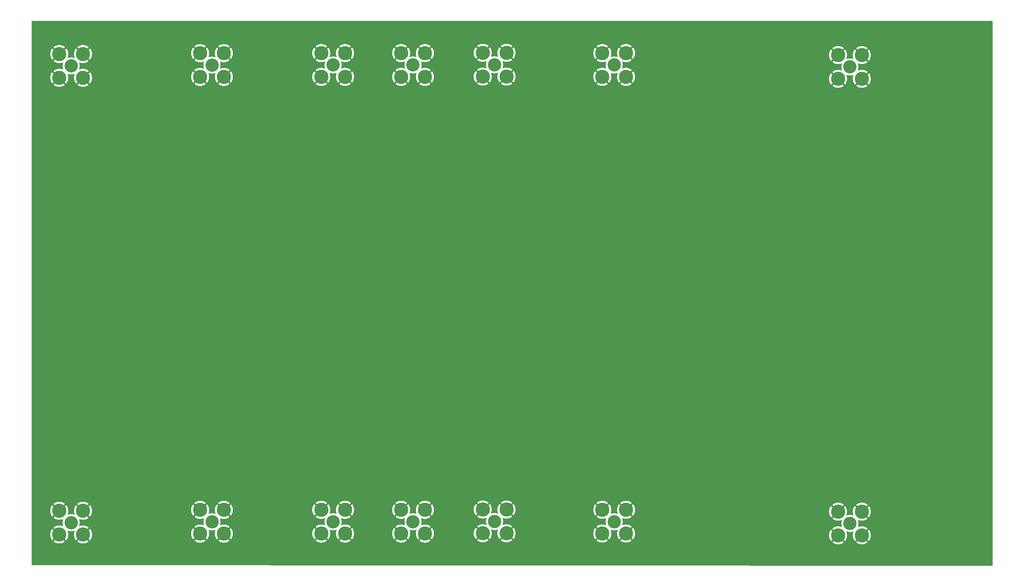
<source format=gbr>
%TF.GenerationSoftware,KiCad,Pcbnew,8.0.8*%
%TF.CreationDate,2025-01-25T18:26:07-08:00*%
%TF.ProjectId,labs_board,6c616273-5f62-46f6-9172-642e6b696361,rev?*%
%TF.SameCoordinates,Original*%
%TF.FileFunction,Copper,L2,Bot*%
%TF.FilePolarity,Positive*%
%FSLAX46Y46*%
G04 Gerber Fmt 4.6, Leading zero omitted, Abs format (unit mm)*
G04 Created by KiCad (PCBNEW 8.0.8) date 2025-01-25 18:26:07*
%MOMM*%
%LPD*%
G01*
G04 APERTURE LIST*
%TA.AperFunction,ComponentPad*%
%ADD10C,3.810000*%
%TD*%
%TA.AperFunction,ComponentPad*%
%ADD11C,3.556000*%
%TD*%
G04 APERTURE END LIST*
D10*
%TO.P,J14,2,Ext*%
%TO.N,GND*%
X243230000Y-154215000D03*
X243230000Y-147865000D03*
X236880000Y-154215000D03*
X236880000Y-147865000D03*
D11*
%TO.P,J14,1,In*%
%TO.N,/User_Area*%
X240055000Y-151040000D03*
%TD*%
%TO.P,J13,1,In*%
%TO.N,/User_Area*%
X240055000Y-28895000D03*
D10*
%TO.P,J13,2,Ext*%
%TO.N,GND*%
X236880000Y-25720000D03*
X236880000Y-32070000D03*
X243230000Y-25720000D03*
X243230000Y-32070000D03*
%TD*%
D11*
%TO.P,J1,1,In*%
%TO.N,/50ohm*%
X31800000Y-28620000D03*
D10*
%TO.P,J1,2,Ext*%
%TO.N,GND*%
X34975000Y-25445000D03*
X34975000Y-31795000D03*
X28625000Y-25445000D03*
X28625000Y-31795000D03*
%TD*%
D11*
%TO.P,J2,1,In*%
%TO.N,/50ohm*%
X31800000Y-150820000D03*
D10*
%TO.P,J2,2,Ext*%
%TO.N,GND*%
X34975000Y-147645000D03*
X34975000Y-153995000D03*
X28625000Y-147645000D03*
X28625000Y-153995000D03*
%TD*%
D11*
%TO.P,J3,1,In*%
%TO.N,/90Bend_1*%
X69460000Y-28400000D03*
D10*
%TO.P,J3,2,Ext*%
%TO.N,GND*%
X72635000Y-25225000D03*
X72635000Y-31575000D03*
X66285000Y-25225000D03*
X66285000Y-31575000D03*
%TD*%
D11*
%TO.P,J4,1,In*%
%TO.N,/90Bend_1*%
X69460000Y-150600000D03*
D10*
%TO.P,J4,2,Ext*%
%TO.N,GND*%
X72635000Y-147425000D03*
X72635000Y-153775000D03*
X66285000Y-147425000D03*
X66285000Y-153775000D03*
%TD*%
D11*
%TO.P,J5,1,In*%
%TO.N,/Induct_Notch*%
X123220000Y-28380000D03*
D10*
%TO.P,J5,2,Ext*%
%TO.N,GND*%
X126395000Y-25205000D03*
X126395000Y-31555000D03*
X120045000Y-25205000D03*
X120045000Y-31555000D03*
%TD*%
D11*
%TO.P,J6,1,In*%
%TO.N,/Induct_Notch*%
X123220000Y-150580000D03*
D10*
%TO.P,J6,2,Ext*%
%TO.N,GND*%
X126395000Y-147405000D03*
X126395000Y-153755000D03*
X120045000Y-147405000D03*
X120045000Y-153755000D03*
%TD*%
D11*
%TO.P,J7,1,In*%
%TO.N,/Cap_bulge*%
X145040000Y-28310000D03*
D10*
%TO.P,J7,2,Ext*%
%TO.N,GND*%
X148215000Y-25135000D03*
X148215000Y-31485000D03*
X141865000Y-25135000D03*
X141865000Y-31485000D03*
%TD*%
D11*
%TO.P,J8,1,In*%
%TO.N,/Cap_bulge*%
X145040000Y-150510000D03*
D10*
%TO.P,J8,2,Ext*%
%TO.N,GND*%
X148215000Y-147335000D03*
X148215000Y-153685000D03*
X141865000Y-147335000D03*
X141865000Y-153685000D03*
%TD*%
D11*
%TO.P,J9,1,In*%
%TO.N,/1G_BPF*%
X177000000Y-28370000D03*
D10*
%TO.P,J9,2,Ext*%
%TO.N,GND*%
X180175000Y-25195000D03*
X180175000Y-31545000D03*
X173825000Y-25195000D03*
X173825000Y-31545000D03*
%TD*%
D11*
%TO.P,J10,1,In*%
%TO.N,/1G_BPF*%
X177000000Y-150570000D03*
D10*
%TO.P,J10,2,Ext*%
%TO.N,GND*%
X180175000Y-147395000D03*
X180175000Y-153745000D03*
X173825000Y-147395000D03*
X173825000Y-153745000D03*
%TD*%
D11*
%TO.P,J11,1,In*%
%TO.N,/90Bend_2*%
X101860000Y-28380000D03*
D10*
%TO.P,J11,2,Ext*%
%TO.N,GND*%
X105035000Y-25205000D03*
X105035000Y-31555000D03*
X98685000Y-25205000D03*
X98685000Y-31555000D03*
%TD*%
D11*
%TO.P,J12,1,In*%
%TO.N,/90Bend_2*%
X101860000Y-150580000D03*
D10*
%TO.P,J12,2,Ext*%
%TO.N,GND*%
X105035000Y-147405000D03*
X105035000Y-153755000D03*
X98685000Y-147405000D03*
X98685000Y-153755000D03*
%TD*%
%TA.AperFunction,Conductor*%
%TO.N,GND*%
G36*
X278143039Y-16619685D02*
G01*
X278188794Y-16672489D01*
X278200000Y-16724000D01*
X278200000Y-162275903D01*
X278180315Y-162342942D01*
X278127511Y-162388697D01*
X278075904Y-162399903D01*
X21323904Y-162200096D01*
X21256879Y-162180359D01*
X21211166Y-162127520D01*
X21200000Y-162076096D01*
X21200000Y-147644994D01*
X26215245Y-147644994D01*
X26215245Y-147645005D01*
X26234245Y-147947011D01*
X26234246Y-147947018D01*
X26290953Y-148244286D01*
X26384466Y-148532091D01*
X26384468Y-148532096D01*
X26513313Y-148805904D01*
X26513317Y-148805910D01*
X26675460Y-149061408D01*
X26756761Y-149159684D01*
X27938236Y-147978209D01*
X27949724Y-148005942D01*
X28033116Y-148130747D01*
X28139253Y-148236884D01*
X28264058Y-148320276D01*
X28291789Y-148331762D01*
X27107984Y-149515566D01*
X27107985Y-149515568D01*
X27333786Y-149679621D01*
X27598983Y-149825415D01*
X27598984Y-149825416D01*
X27880340Y-149936811D01*
X28173457Y-150012071D01*
X28173466Y-150012073D01*
X28473678Y-150049999D01*
X28473692Y-150050000D01*
X28776308Y-150050000D01*
X28776321Y-150049999D01*
X29076533Y-150012073D01*
X29076542Y-150012071D01*
X29369658Y-149936811D01*
X29494674Y-149887315D01*
X29564252Y-149880938D01*
X29626232Y-149913190D01*
X29660936Y-149973832D01*
X29657740Y-150042465D01*
X29594419Y-150229002D01*
X29594414Y-150229022D01*
X29536148Y-150521947D01*
X29536144Y-150521974D01*
X29516611Y-150819992D01*
X29516611Y-150820007D01*
X29536144Y-151118025D01*
X29536145Y-151118035D01*
X29536146Y-151118042D01*
X29536148Y-151118052D01*
X29594414Y-151410977D01*
X29594419Y-151410997D01*
X29657740Y-151597534D01*
X29660650Y-151667343D01*
X29625355Y-151727643D01*
X29563063Y-151759289D01*
X29494674Y-151752685D01*
X29369651Y-151703186D01*
X29076542Y-151627928D01*
X29076533Y-151627926D01*
X28776321Y-151590000D01*
X28473678Y-151590000D01*
X28173466Y-151627926D01*
X28173457Y-151627928D01*
X27880340Y-151703188D01*
X27598984Y-151814583D01*
X27598983Y-151814584D01*
X27333789Y-151960377D01*
X27333777Y-151960384D01*
X27107985Y-152124431D01*
X27107984Y-152124432D01*
X28291790Y-153308236D01*
X28264058Y-153319724D01*
X28139253Y-153403116D01*
X28033116Y-153509253D01*
X27949724Y-153634058D01*
X27938237Y-153661789D01*
X26756761Y-152480313D01*
X26675463Y-152578586D01*
X26513317Y-152834089D01*
X26513313Y-152834095D01*
X26384468Y-153107903D01*
X26384466Y-153107908D01*
X26290953Y-153395713D01*
X26234246Y-153692981D01*
X26234245Y-153692988D01*
X26215245Y-153994994D01*
X26215245Y-153995005D01*
X26234245Y-154297011D01*
X26234246Y-154297018D01*
X26290953Y-154594286D01*
X26384466Y-154882091D01*
X26384468Y-154882096D01*
X26513313Y-155155904D01*
X26513317Y-155155910D01*
X26675460Y-155411408D01*
X26756761Y-155509684D01*
X27938236Y-154328209D01*
X27949724Y-154355942D01*
X28033116Y-154480747D01*
X28139253Y-154586884D01*
X28264058Y-154670276D01*
X28291789Y-154681762D01*
X27107984Y-155865566D01*
X27107985Y-155865568D01*
X27333786Y-156029621D01*
X27598983Y-156175415D01*
X27598984Y-156175416D01*
X27880340Y-156286811D01*
X28173457Y-156362071D01*
X28173466Y-156362073D01*
X28473678Y-156399999D01*
X28473692Y-156400000D01*
X28776308Y-156400000D01*
X28776321Y-156399999D01*
X29076533Y-156362073D01*
X29076542Y-156362071D01*
X29369659Y-156286811D01*
X29651015Y-156175416D01*
X29651016Y-156175415D01*
X29916208Y-156029624D01*
X30142013Y-155865567D01*
X30142014Y-155865566D01*
X28958210Y-154681762D01*
X28985942Y-154670276D01*
X29110747Y-154586884D01*
X29216884Y-154480747D01*
X29300276Y-154355942D01*
X29311763Y-154328209D01*
X30493237Y-155509684D01*
X30574536Y-155411413D01*
X30736682Y-155155910D01*
X30736686Y-155155904D01*
X30865531Y-154882096D01*
X30865533Y-154882091D01*
X30959046Y-154594286D01*
X31015753Y-154297018D01*
X31015754Y-154297011D01*
X31034755Y-153995005D01*
X31034755Y-153994994D01*
X31015754Y-153692988D01*
X31015753Y-153692981D01*
X30959046Y-153395713D01*
X30869324Y-153119574D01*
X30867329Y-153049733D01*
X30903410Y-152989900D01*
X30966111Y-152959072D01*
X31027114Y-152963837D01*
X31209015Y-153025584D01*
X31501958Y-153083854D01*
X31530320Y-153085713D01*
X31799993Y-153103389D01*
X31800000Y-153103389D01*
X31800007Y-153103389D01*
X32038607Y-153087749D01*
X32098042Y-153083854D01*
X32390985Y-153025584D01*
X32572888Y-152963835D01*
X32642695Y-152960926D01*
X32702995Y-152996220D01*
X32734642Y-153058512D01*
X32730676Y-153119573D01*
X32640953Y-153395713D01*
X32584246Y-153692981D01*
X32584245Y-153692988D01*
X32565245Y-153994994D01*
X32565245Y-153995005D01*
X32584245Y-154297011D01*
X32584246Y-154297018D01*
X32640953Y-154594286D01*
X32734466Y-154882091D01*
X32734468Y-154882096D01*
X32863313Y-155155904D01*
X32863317Y-155155910D01*
X33025460Y-155411408D01*
X33106761Y-155509684D01*
X34288236Y-154328208D01*
X34299724Y-154355942D01*
X34383116Y-154480747D01*
X34489253Y-154586884D01*
X34614058Y-154670276D01*
X34641789Y-154681762D01*
X33457984Y-155865566D01*
X33457985Y-155865568D01*
X33683786Y-156029621D01*
X33948983Y-156175415D01*
X33948984Y-156175416D01*
X34230340Y-156286811D01*
X34523457Y-156362071D01*
X34523466Y-156362073D01*
X34823678Y-156399999D01*
X34823692Y-156400000D01*
X35126308Y-156400000D01*
X35126321Y-156399999D01*
X35426533Y-156362073D01*
X35426542Y-156362071D01*
X35719659Y-156286811D01*
X36001015Y-156175416D01*
X36001016Y-156175415D01*
X36266208Y-156029624D01*
X36492013Y-155865567D01*
X36492014Y-155865566D01*
X35308210Y-154681762D01*
X35335942Y-154670276D01*
X35460747Y-154586884D01*
X35566884Y-154480747D01*
X35650276Y-154355942D01*
X35661762Y-154328209D01*
X36843237Y-155509684D01*
X36924536Y-155411413D01*
X37086682Y-155155910D01*
X37086686Y-155155904D01*
X37215531Y-154882096D01*
X37215533Y-154882091D01*
X37309046Y-154594286D01*
X37365753Y-154297018D01*
X37365754Y-154297011D01*
X37384755Y-153995005D01*
X37384755Y-153994994D01*
X37365754Y-153692988D01*
X37365753Y-153692981D01*
X37309046Y-153395713D01*
X37215533Y-153107908D01*
X37215531Y-153107903D01*
X37086686Y-152834095D01*
X37086682Y-152834089D01*
X36924539Y-152578591D01*
X36843236Y-152480313D01*
X35661762Y-153661788D01*
X35650276Y-153634058D01*
X35566884Y-153509253D01*
X35460747Y-153403116D01*
X35335942Y-153319724D01*
X35308209Y-153308236D01*
X36492014Y-152124432D01*
X36492013Y-152124430D01*
X36266213Y-151960378D01*
X36001016Y-151814584D01*
X36001015Y-151814583D01*
X35719659Y-151703188D01*
X35426542Y-151627928D01*
X35426533Y-151627926D01*
X35126321Y-151590000D01*
X34823678Y-151590000D01*
X34523466Y-151627926D01*
X34523457Y-151627928D01*
X34230348Y-151703186D01*
X34105324Y-151752686D01*
X34035746Y-151759062D01*
X33973766Y-151726809D01*
X33939062Y-151666167D01*
X33942257Y-151597537D01*
X34005584Y-151410985D01*
X34063854Y-151118042D01*
X34079586Y-150878025D01*
X34083389Y-150820007D01*
X34083389Y-150819992D01*
X34063855Y-150521974D01*
X34063854Y-150521958D01*
X34005584Y-150229015D01*
X33942257Y-150042462D01*
X33939348Y-149972656D01*
X33974642Y-149912356D01*
X34036934Y-149880709D01*
X34105325Y-149887314D01*
X34230343Y-149936812D01*
X34523457Y-150012071D01*
X34523466Y-150012073D01*
X34823678Y-150049999D01*
X34823692Y-150050000D01*
X35126308Y-150050000D01*
X35126321Y-150049999D01*
X35426533Y-150012073D01*
X35426542Y-150012071D01*
X35719659Y-149936811D01*
X36001015Y-149825416D01*
X36001016Y-149825415D01*
X36266208Y-149679624D01*
X36492013Y-149515567D01*
X36492014Y-149515566D01*
X35308209Y-148331763D01*
X35335942Y-148320276D01*
X35460747Y-148236884D01*
X35566884Y-148130747D01*
X35650276Y-148005942D01*
X35661762Y-147978209D01*
X36843237Y-149159684D01*
X36924536Y-149061413D01*
X37086682Y-148805910D01*
X37086686Y-148805904D01*
X37215531Y-148532096D01*
X37215533Y-148532091D01*
X37309046Y-148244286D01*
X37365753Y-147947018D01*
X37365754Y-147947011D01*
X37384755Y-147645005D01*
X37384755Y-147644994D01*
X37370913Y-147424994D01*
X63875245Y-147424994D01*
X63875245Y-147425005D01*
X63894245Y-147727011D01*
X63894246Y-147727018D01*
X63950953Y-148024286D01*
X64044466Y-148312091D01*
X64044468Y-148312096D01*
X64173313Y-148585904D01*
X64173317Y-148585910D01*
X64335460Y-148841408D01*
X64416761Y-148939684D01*
X65598236Y-147758209D01*
X65609724Y-147785942D01*
X65693116Y-147910747D01*
X65799253Y-148016884D01*
X65924058Y-148100276D01*
X65951789Y-148111762D01*
X64767984Y-149295566D01*
X64767985Y-149295568D01*
X64993786Y-149459621D01*
X65258983Y-149605415D01*
X65258984Y-149605416D01*
X65540340Y-149716811D01*
X65833457Y-149792071D01*
X65833466Y-149792073D01*
X66133678Y-149829999D01*
X66133692Y-149830000D01*
X66436308Y-149830000D01*
X66436321Y-149829999D01*
X66736533Y-149792073D01*
X66736542Y-149792071D01*
X67029658Y-149716811D01*
X67154674Y-149667315D01*
X67224252Y-149660938D01*
X67286232Y-149693190D01*
X67320936Y-149753832D01*
X67317740Y-149822465D01*
X67254419Y-150009002D01*
X67254414Y-150009022D01*
X67196148Y-150301947D01*
X67196144Y-150301974D01*
X67176611Y-150599992D01*
X67176611Y-150600007D01*
X67196144Y-150898025D01*
X67196145Y-150898035D01*
X67196146Y-150898042D01*
X67196148Y-150898052D01*
X67254414Y-151190977D01*
X67254419Y-151190997D01*
X67317740Y-151377534D01*
X67320650Y-151447343D01*
X67285355Y-151507643D01*
X67223063Y-151539289D01*
X67154674Y-151532685D01*
X67029651Y-151483186D01*
X66736542Y-151407928D01*
X66736533Y-151407926D01*
X66436321Y-151370000D01*
X66133678Y-151370000D01*
X65833466Y-151407926D01*
X65833457Y-151407928D01*
X65540340Y-151483188D01*
X65258984Y-151594583D01*
X65258983Y-151594584D01*
X64993789Y-151740377D01*
X64993777Y-151740384D01*
X64767985Y-151904431D01*
X64767984Y-151904432D01*
X65951790Y-153088236D01*
X65924058Y-153099724D01*
X65799253Y-153183116D01*
X65693116Y-153289253D01*
X65609724Y-153414058D01*
X65598237Y-153441789D01*
X64416761Y-152260313D01*
X64335463Y-152358586D01*
X64173317Y-152614089D01*
X64173313Y-152614095D01*
X64044468Y-152887903D01*
X64044466Y-152887908D01*
X63950953Y-153175713D01*
X63894246Y-153472981D01*
X63894245Y-153472988D01*
X63875245Y-153774994D01*
X63875245Y-153775005D01*
X63894245Y-154077011D01*
X63894246Y-154077018D01*
X63950953Y-154374286D01*
X64044466Y-154662091D01*
X64044468Y-154662096D01*
X64173313Y-154935904D01*
X64173317Y-154935910D01*
X64335460Y-155191408D01*
X64416761Y-155289684D01*
X65598236Y-154108209D01*
X65609724Y-154135942D01*
X65693116Y-154260747D01*
X65799253Y-154366884D01*
X65924058Y-154450276D01*
X65951789Y-154461762D01*
X64767984Y-155645566D01*
X64767985Y-155645568D01*
X64993786Y-155809621D01*
X65258983Y-155955415D01*
X65258984Y-155955416D01*
X65540340Y-156066811D01*
X65833457Y-156142071D01*
X65833466Y-156142073D01*
X66133678Y-156179999D01*
X66133692Y-156180000D01*
X66436308Y-156180000D01*
X66436321Y-156179999D01*
X66736533Y-156142073D01*
X66736542Y-156142071D01*
X67029659Y-156066811D01*
X67311015Y-155955416D01*
X67311016Y-155955415D01*
X67576208Y-155809624D01*
X67802013Y-155645567D01*
X67802014Y-155645566D01*
X66618210Y-154461762D01*
X66645942Y-154450276D01*
X66770747Y-154366884D01*
X66876884Y-154260747D01*
X66960276Y-154135942D01*
X66971763Y-154108209D01*
X68153237Y-155289684D01*
X68234536Y-155191413D01*
X68396682Y-154935910D01*
X68396686Y-154935904D01*
X68525531Y-154662096D01*
X68525533Y-154662091D01*
X68619046Y-154374286D01*
X68675753Y-154077018D01*
X68675754Y-154077011D01*
X68694755Y-153775005D01*
X68694755Y-153774994D01*
X68675754Y-153472988D01*
X68675753Y-153472981D01*
X68619046Y-153175713D01*
X68529324Y-152899574D01*
X68527329Y-152829733D01*
X68563410Y-152769900D01*
X68626111Y-152739072D01*
X68687114Y-152743837D01*
X68754381Y-152766671D01*
X68869015Y-152805584D01*
X69161958Y-152863854D01*
X69190577Y-152865729D01*
X69459993Y-152883389D01*
X69460000Y-152883389D01*
X69460007Y-152883389D01*
X69698607Y-152867749D01*
X69758042Y-152863854D01*
X70050985Y-152805584D01*
X70232888Y-152743835D01*
X70302695Y-152740926D01*
X70362995Y-152776220D01*
X70394642Y-152838512D01*
X70390676Y-152899573D01*
X70300953Y-153175713D01*
X70244246Y-153472981D01*
X70244245Y-153472988D01*
X70225245Y-153774994D01*
X70225245Y-153775005D01*
X70244245Y-154077011D01*
X70244246Y-154077018D01*
X70300953Y-154374286D01*
X70394466Y-154662091D01*
X70394468Y-154662096D01*
X70523313Y-154935904D01*
X70523317Y-154935910D01*
X70685460Y-155191408D01*
X70766761Y-155289684D01*
X71948236Y-154108208D01*
X71959724Y-154135942D01*
X72043116Y-154260747D01*
X72149253Y-154366884D01*
X72274058Y-154450276D01*
X72301789Y-154461762D01*
X71117984Y-155645566D01*
X71117985Y-155645568D01*
X71343786Y-155809621D01*
X71608983Y-155955415D01*
X71608984Y-155955416D01*
X71890340Y-156066811D01*
X72183457Y-156142071D01*
X72183466Y-156142073D01*
X72483678Y-156179999D01*
X72483692Y-156180000D01*
X72786308Y-156180000D01*
X72786321Y-156179999D01*
X73086533Y-156142073D01*
X73086542Y-156142071D01*
X73379659Y-156066811D01*
X73661015Y-155955416D01*
X73661016Y-155955415D01*
X73926208Y-155809624D01*
X74152013Y-155645567D01*
X74152014Y-155645566D01*
X72968210Y-154461762D01*
X72995942Y-154450276D01*
X73120747Y-154366884D01*
X73226884Y-154260747D01*
X73310276Y-154135942D01*
X73321762Y-154108209D01*
X74503237Y-155289684D01*
X74584536Y-155191413D01*
X74746682Y-154935910D01*
X74746686Y-154935904D01*
X74875531Y-154662096D01*
X74875533Y-154662091D01*
X74969046Y-154374286D01*
X75025753Y-154077018D01*
X75025754Y-154077011D01*
X75044755Y-153775005D01*
X75044755Y-153774994D01*
X75025754Y-153472988D01*
X75025753Y-153472981D01*
X74969046Y-153175713D01*
X74875533Y-152887908D01*
X74875531Y-152887903D01*
X74746686Y-152614095D01*
X74746682Y-152614089D01*
X74584539Y-152358591D01*
X74503236Y-152260313D01*
X73321762Y-153441788D01*
X73310276Y-153414058D01*
X73226884Y-153289253D01*
X73120747Y-153183116D01*
X72995942Y-153099724D01*
X72968209Y-153088236D01*
X74152014Y-151904432D01*
X74152013Y-151904430D01*
X73926213Y-151740378D01*
X73661016Y-151594584D01*
X73661015Y-151594583D01*
X73379659Y-151483188D01*
X73086542Y-151407928D01*
X73086533Y-151407926D01*
X72786321Y-151370000D01*
X72483678Y-151370000D01*
X72183466Y-151407926D01*
X72183457Y-151407928D01*
X71890348Y-151483186D01*
X71765324Y-151532686D01*
X71695746Y-151539062D01*
X71633766Y-151506809D01*
X71599062Y-151446167D01*
X71602257Y-151377537D01*
X71665584Y-151190985D01*
X71723854Y-150898042D01*
X71729754Y-150808025D01*
X71743389Y-150600007D01*
X71743389Y-150599992D01*
X71723855Y-150301974D01*
X71723854Y-150301958D01*
X71665584Y-150009015D01*
X71602257Y-149822462D01*
X71599348Y-149752656D01*
X71634642Y-149692356D01*
X71696934Y-149660709D01*
X71765325Y-149667314D01*
X71890343Y-149716812D01*
X72183457Y-149792071D01*
X72183466Y-149792073D01*
X72483678Y-149829999D01*
X72483692Y-149830000D01*
X72786308Y-149830000D01*
X72786321Y-149829999D01*
X73086533Y-149792073D01*
X73086542Y-149792071D01*
X73379659Y-149716811D01*
X73661015Y-149605416D01*
X73661016Y-149605415D01*
X73926208Y-149459624D01*
X74152013Y-149295567D01*
X74152014Y-149295566D01*
X72968209Y-148111763D01*
X72995942Y-148100276D01*
X73120747Y-148016884D01*
X73226884Y-147910747D01*
X73310276Y-147785942D01*
X73321762Y-147758209D01*
X74503237Y-148939684D01*
X74584536Y-148841413D01*
X74746682Y-148585910D01*
X74746686Y-148585904D01*
X74875531Y-148312096D01*
X74875533Y-148312091D01*
X74969046Y-148024286D01*
X75025753Y-147727018D01*
X75025754Y-147727011D01*
X75044755Y-147425005D01*
X75044755Y-147424994D01*
X75043497Y-147404994D01*
X96275245Y-147404994D01*
X96275245Y-147405005D01*
X96294245Y-147707011D01*
X96294246Y-147707018D01*
X96350953Y-148004286D01*
X96444466Y-148292091D01*
X96444468Y-148292096D01*
X96573313Y-148565904D01*
X96573317Y-148565910D01*
X96735460Y-148821408D01*
X96816761Y-148919684D01*
X97998236Y-147738209D01*
X98009724Y-147765942D01*
X98093116Y-147890747D01*
X98199253Y-147996884D01*
X98324058Y-148080276D01*
X98351789Y-148091762D01*
X97167984Y-149275566D01*
X97167985Y-149275568D01*
X97393786Y-149439621D01*
X97658983Y-149585415D01*
X97658984Y-149585416D01*
X97940340Y-149696811D01*
X98233457Y-149772071D01*
X98233466Y-149772073D01*
X98533678Y-149809999D01*
X98533692Y-149810000D01*
X98836308Y-149810000D01*
X98836321Y-149809999D01*
X99136533Y-149772073D01*
X99136542Y-149772071D01*
X99429658Y-149696811D01*
X99554674Y-149647315D01*
X99624252Y-149640938D01*
X99686232Y-149673190D01*
X99720936Y-149733832D01*
X99717740Y-149802465D01*
X99654419Y-149989002D01*
X99654414Y-149989022D01*
X99596148Y-150281947D01*
X99596144Y-150281974D01*
X99576611Y-150579992D01*
X99576611Y-150580007D01*
X99596144Y-150878025D01*
X99596145Y-150878035D01*
X99596146Y-150878042D01*
X99596148Y-150878052D01*
X99654414Y-151170977D01*
X99654419Y-151170997D01*
X99717740Y-151357534D01*
X99720650Y-151427343D01*
X99685355Y-151487643D01*
X99623063Y-151519289D01*
X99554674Y-151512685D01*
X99429651Y-151463186D01*
X99136542Y-151387928D01*
X99136533Y-151387926D01*
X98836321Y-151350000D01*
X98533678Y-151350000D01*
X98233466Y-151387926D01*
X98233457Y-151387928D01*
X97940340Y-151463188D01*
X97658984Y-151574583D01*
X97658983Y-151574584D01*
X97393789Y-151720377D01*
X97393777Y-151720384D01*
X97167985Y-151884431D01*
X97167984Y-151884432D01*
X98351790Y-153068236D01*
X98324058Y-153079724D01*
X98199253Y-153163116D01*
X98093116Y-153269253D01*
X98009724Y-153394058D01*
X97998237Y-153421789D01*
X96816761Y-152240313D01*
X96735463Y-152338586D01*
X96573317Y-152594089D01*
X96573313Y-152594095D01*
X96444468Y-152867903D01*
X96444466Y-152867908D01*
X96350953Y-153155713D01*
X96294246Y-153452981D01*
X96294245Y-153452988D01*
X96275245Y-153754994D01*
X96275245Y-153755005D01*
X96294245Y-154057011D01*
X96294246Y-154057018D01*
X96350953Y-154354286D01*
X96444466Y-154642091D01*
X96444468Y-154642096D01*
X96573313Y-154915904D01*
X96573317Y-154915910D01*
X96735460Y-155171408D01*
X96816761Y-155269684D01*
X97998236Y-154088209D01*
X98009724Y-154115942D01*
X98093116Y-154240747D01*
X98199253Y-154346884D01*
X98324058Y-154430276D01*
X98351789Y-154441762D01*
X97167984Y-155625566D01*
X97167985Y-155625568D01*
X97393786Y-155789621D01*
X97658983Y-155935415D01*
X97658984Y-155935416D01*
X97940340Y-156046811D01*
X98233457Y-156122071D01*
X98233466Y-156122073D01*
X98533678Y-156159999D01*
X98533692Y-156160000D01*
X98836308Y-156160000D01*
X98836321Y-156159999D01*
X99136533Y-156122073D01*
X99136542Y-156122071D01*
X99429659Y-156046811D01*
X99711015Y-155935416D01*
X99711016Y-155935415D01*
X99976208Y-155789624D01*
X100202013Y-155625567D01*
X100202014Y-155625566D01*
X99018210Y-154441762D01*
X99045942Y-154430276D01*
X99170747Y-154346884D01*
X99276884Y-154240747D01*
X99360276Y-154115942D01*
X99371763Y-154088209D01*
X100553237Y-155269684D01*
X100634536Y-155171413D01*
X100796682Y-154915910D01*
X100796686Y-154915904D01*
X100925531Y-154642096D01*
X100925533Y-154642091D01*
X101019046Y-154354286D01*
X101075753Y-154057018D01*
X101075754Y-154057011D01*
X101094755Y-153755005D01*
X101094755Y-153754994D01*
X101075754Y-153452988D01*
X101075753Y-153452981D01*
X101019046Y-153155713D01*
X100929324Y-152879574D01*
X100927329Y-152809733D01*
X100963410Y-152749900D01*
X101026111Y-152719072D01*
X101087114Y-152723837D01*
X101146032Y-152743837D01*
X101269015Y-152785584D01*
X101561958Y-152843854D01*
X101590577Y-152845729D01*
X101859993Y-152863389D01*
X101860000Y-152863389D01*
X101860007Y-152863389D01*
X102098607Y-152847749D01*
X102158042Y-152843854D01*
X102450985Y-152785584D01*
X102632888Y-152723835D01*
X102702695Y-152720926D01*
X102762995Y-152756220D01*
X102794642Y-152818512D01*
X102790676Y-152879573D01*
X102700953Y-153155713D01*
X102644246Y-153452981D01*
X102644245Y-153452988D01*
X102625245Y-153754994D01*
X102625245Y-153755005D01*
X102644245Y-154057011D01*
X102644246Y-154057018D01*
X102700953Y-154354286D01*
X102794466Y-154642091D01*
X102794468Y-154642096D01*
X102923313Y-154915904D01*
X102923317Y-154915910D01*
X103085460Y-155171408D01*
X103166761Y-155269684D01*
X104348236Y-154088208D01*
X104359724Y-154115942D01*
X104443116Y-154240747D01*
X104549253Y-154346884D01*
X104674058Y-154430276D01*
X104701789Y-154441762D01*
X103517984Y-155625566D01*
X103517985Y-155625568D01*
X103743786Y-155789621D01*
X104008983Y-155935415D01*
X104008984Y-155935416D01*
X104290340Y-156046811D01*
X104583457Y-156122071D01*
X104583466Y-156122073D01*
X104883678Y-156159999D01*
X104883692Y-156160000D01*
X105186308Y-156160000D01*
X105186321Y-156159999D01*
X105486533Y-156122073D01*
X105486542Y-156122071D01*
X105779659Y-156046811D01*
X106061015Y-155935416D01*
X106061016Y-155935415D01*
X106326208Y-155789624D01*
X106552013Y-155625567D01*
X106552014Y-155625566D01*
X105368210Y-154441762D01*
X105395942Y-154430276D01*
X105520747Y-154346884D01*
X105626884Y-154240747D01*
X105710276Y-154115942D01*
X105721762Y-154088209D01*
X106903237Y-155269684D01*
X106984536Y-155171413D01*
X107146682Y-154915910D01*
X107146686Y-154915904D01*
X107275531Y-154642096D01*
X107275533Y-154642091D01*
X107369046Y-154354286D01*
X107425753Y-154057018D01*
X107425754Y-154057011D01*
X107444755Y-153755005D01*
X107444755Y-153754994D01*
X107425754Y-153452988D01*
X107425753Y-153452981D01*
X107369046Y-153155713D01*
X107275533Y-152867908D01*
X107275531Y-152867903D01*
X107146686Y-152594095D01*
X107146682Y-152594089D01*
X106984539Y-152338591D01*
X106903236Y-152240313D01*
X105721762Y-153421788D01*
X105710276Y-153394058D01*
X105626884Y-153269253D01*
X105520747Y-153163116D01*
X105395942Y-153079724D01*
X105368209Y-153068236D01*
X106552014Y-151884432D01*
X106552013Y-151884430D01*
X106326213Y-151720378D01*
X106061016Y-151574584D01*
X106061015Y-151574583D01*
X105779659Y-151463188D01*
X105486542Y-151387928D01*
X105486533Y-151387926D01*
X105186321Y-151350000D01*
X104883678Y-151350000D01*
X104583466Y-151387926D01*
X104583457Y-151387928D01*
X104290348Y-151463186D01*
X104165324Y-151512686D01*
X104095746Y-151519062D01*
X104033766Y-151486809D01*
X103999062Y-151426167D01*
X104002257Y-151357537D01*
X104065584Y-151170985D01*
X104123854Y-150878042D01*
X104142078Y-150600007D01*
X104143389Y-150580007D01*
X104143389Y-150579992D01*
X104123855Y-150281974D01*
X104123854Y-150281958D01*
X104065584Y-149989015D01*
X104002257Y-149802462D01*
X103999348Y-149732656D01*
X104034642Y-149672356D01*
X104096934Y-149640709D01*
X104165325Y-149647314D01*
X104290343Y-149696812D01*
X104583457Y-149772071D01*
X104583466Y-149772073D01*
X104883678Y-149809999D01*
X104883692Y-149810000D01*
X105186308Y-149810000D01*
X105186321Y-149809999D01*
X105486533Y-149772073D01*
X105486542Y-149772071D01*
X105779659Y-149696811D01*
X106061015Y-149585416D01*
X106061016Y-149585415D01*
X106326208Y-149439624D01*
X106552013Y-149275567D01*
X106552014Y-149275566D01*
X105368209Y-148091763D01*
X105395942Y-148080276D01*
X105520747Y-147996884D01*
X105626884Y-147890747D01*
X105710276Y-147765942D01*
X105721762Y-147738209D01*
X106903237Y-148919684D01*
X106984536Y-148821413D01*
X107146682Y-148565910D01*
X107146686Y-148565904D01*
X107275531Y-148292096D01*
X107275533Y-148292091D01*
X107369046Y-148004286D01*
X107425753Y-147707018D01*
X107425754Y-147707011D01*
X107444755Y-147405005D01*
X107444755Y-147404994D01*
X117635245Y-147404994D01*
X117635245Y-147405005D01*
X117654245Y-147707011D01*
X117654246Y-147707018D01*
X117710953Y-148004286D01*
X117804466Y-148292091D01*
X117804468Y-148292096D01*
X117933313Y-148565904D01*
X117933317Y-148565910D01*
X118095460Y-148821408D01*
X118176761Y-148919684D01*
X119358236Y-147738209D01*
X119369724Y-147765942D01*
X119453116Y-147890747D01*
X119559253Y-147996884D01*
X119684058Y-148080276D01*
X119711789Y-148091762D01*
X118527984Y-149275566D01*
X118527985Y-149275568D01*
X118753786Y-149439621D01*
X119018983Y-149585415D01*
X119018984Y-149585416D01*
X119300340Y-149696811D01*
X119593457Y-149772071D01*
X119593466Y-149772073D01*
X119893678Y-149809999D01*
X119893692Y-149810000D01*
X120196308Y-149810000D01*
X120196321Y-149809999D01*
X120496533Y-149772073D01*
X120496542Y-149772071D01*
X120789658Y-149696811D01*
X120914674Y-149647315D01*
X120984252Y-149640938D01*
X121046232Y-149673190D01*
X121080936Y-149733832D01*
X121077740Y-149802465D01*
X121014419Y-149989002D01*
X121014414Y-149989022D01*
X120956148Y-150281947D01*
X120956144Y-150281974D01*
X120936611Y-150579992D01*
X120936611Y-150580007D01*
X120956144Y-150878025D01*
X120956145Y-150878035D01*
X120956146Y-150878042D01*
X120956148Y-150878052D01*
X121014414Y-151170977D01*
X121014419Y-151170997D01*
X121077740Y-151357534D01*
X121080650Y-151427343D01*
X121045355Y-151487643D01*
X120983063Y-151519289D01*
X120914674Y-151512685D01*
X120789651Y-151463186D01*
X120496542Y-151387928D01*
X120496533Y-151387926D01*
X120196321Y-151350000D01*
X119893678Y-151350000D01*
X119593466Y-151387926D01*
X119593457Y-151387928D01*
X119300340Y-151463188D01*
X119018984Y-151574583D01*
X119018983Y-151574584D01*
X118753789Y-151720377D01*
X118753777Y-151720384D01*
X118527985Y-151884431D01*
X118527984Y-151884432D01*
X119711790Y-153068236D01*
X119684058Y-153079724D01*
X119559253Y-153163116D01*
X119453116Y-153269253D01*
X119369724Y-153394058D01*
X119358237Y-153421789D01*
X118176761Y-152240313D01*
X118095463Y-152338586D01*
X117933317Y-152594089D01*
X117933313Y-152594095D01*
X117804468Y-152867903D01*
X117804466Y-152867908D01*
X117710953Y-153155713D01*
X117654246Y-153452981D01*
X117654245Y-153452988D01*
X117635245Y-153754994D01*
X117635245Y-153755005D01*
X117654245Y-154057011D01*
X117654246Y-154057018D01*
X117710953Y-154354286D01*
X117804466Y-154642091D01*
X117804468Y-154642096D01*
X117933313Y-154915904D01*
X117933317Y-154915910D01*
X118095460Y-155171408D01*
X118176761Y-155269684D01*
X119358236Y-154088209D01*
X119369724Y-154115942D01*
X119453116Y-154240747D01*
X119559253Y-154346884D01*
X119684058Y-154430276D01*
X119711789Y-154441762D01*
X118527984Y-155625566D01*
X118527985Y-155625568D01*
X118753786Y-155789621D01*
X119018983Y-155935415D01*
X119018984Y-155935416D01*
X119300340Y-156046811D01*
X119593457Y-156122071D01*
X119593466Y-156122073D01*
X119893678Y-156159999D01*
X119893692Y-156160000D01*
X120196308Y-156160000D01*
X120196321Y-156159999D01*
X120496533Y-156122073D01*
X120496542Y-156122071D01*
X120789659Y-156046811D01*
X121071015Y-155935416D01*
X121071016Y-155935415D01*
X121336208Y-155789624D01*
X121562013Y-155625567D01*
X121562014Y-155625566D01*
X120378210Y-154441762D01*
X120405942Y-154430276D01*
X120530747Y-154346884D01*
X120636884Y-154240747D01*
X120720276Y-154115942D01*
X120731763Y-154088209D01*
X121913237Y-155269684D01*
X121994536Y-155171413D01*
X122156682Y-154915910D01*
X122156686Y-154915904D01*
X122285531Y-154642096D01*
X122285533Y-154642091D01*
X122379046Y-154354286D01*
X122435753Y-154057018D01*
X122435754Y-154057011D01*
X122454755Y-153755005D01*
X122454755Y-153754994D01*
X122435754Y-153452988D01*
X122435753Y-153452981D01*
X122379046Y-153155713D01*
X122289324Y-152879574D01*
X122287329Y-152809733D01*
X122323410Y-152749900D01*
X122386111Y-152719072D01*
X122447114Y-152723837D01*
X122506032Y-152743837D01*
X122629015Y-152785584D01*
X122921958Y-152843854D01*
X122950577Y-152845729D01*
X123219993Y-152863389D01*
X123220000Y-152863389D01*
X123220007Y-152863389D01*
X123458607Y-152847749D01*
X123518042Y-152843854D01*
X123810985Y-152785584D01*
X123992888Y-152723835D01*
X124062695Y-152720926D01*
X124122995Y-152756220D01*
X124154642Y-152818512D01*
X124150676Y-152879573D01*
X124060953Y-153155713D01*
X124004246Y-153452981D01*
X124004245Y-153452988D01*
X123985245Y-153754994D01*
X123985245Y-153755005D01*
X124004245Y-154057011D01*
X124004246Y-154057018D01*
X124060953Y-154354286D01*
X124154466Y-154642091D01*
X124154468Y-154642096D01*
X124283313Y-154915904D01*
X124283317Y-154915910D01*
X124445460Y-155171408D01*
X124526761Y-155269684D01*
X125708236Y-154088208D01*
X125719724Y-154115942D01*
X125803116Y-154240747D01*
X125909253Y-154346884D01*
X126034058Y-154430276D01*
X126061789Y-154441762D01*
X124877984Y-155625566D01*
X124877985Y-155625568D01*
X125103786Y-155789621D01*
X125368983Y-155935415D01*
X125368984Y-155935416D01*
X125650340Y-156046811D01*
X125943457Y-156122071D01*
X125943466Y-156122073D01*
X126243678Y-156159999D01*
X126243692Y-156160000D01*
X126546308Y-156160000D01*
X126546321Y-156159999D01*
X126846533Y-156122073D01*
X126846542Y-156122071D01*
X127139659Y-156046811D01*
X127421015Y-155935416D01*
X127421016Y-155935415D01*
X127686208Y-155789624D01*
X127912013Y-155625567D01*
X127912014Y-155625566D01*
X126728210Y-154441762D01*
X126755942Y-154430276D01*
X126880747Y-154346884D01*
X126986884Y-154240747D01*
X127070276Y-154115942D01*
X127081762Y-154088209D01*
X128263237Y-155269684D01*
X128344536Y-155171413D01*
X128506682Y-154915910D01*
X128506686Y-154915904D01*
X128635531Y-154642096D01*
X128635533Y-154642091D01*
X128729046Y-154354286D01*
X128785753Y-154057018D01*
X128785754Y-154057011D01*
X128804755Y-153755005D01*
X128804755Y-153754994D01*
X128785754Y-153452988D01*
X128785753Y-153452981D01*
X128729046Y-153155713D01*
X128635533Y-152867908D01*
X128635531Y-152867903D01*
X128506686Y-152594095D01*
X128506682Y-152594089D01*
X128344539Y-152338591D01*
X128263236Y-152240313D01*
X127081762Y-153421788D01*
X127070276Y-153394058D01*
X126986884Y-153269253D01*
X126880747Y-153163116D01*
X126755942Y-153079724D01*
X126728209Y-153068236D01*
X127912014Y-151884432D01*
X127912013Y-151884430D01*
X127686213Y-151720378D01*
X127421016Y-151574584D01*
X127421015Y-151574583D01*
X127139659Y-151463188D01*
X126846542Y-151387928D01*
X126846533Y-151387926D01*
X126546321Y-151350000D01*
X126243678Y-151350000D01*
X125943466Y-151387926D01*
X125943457Y-151387928D01*
X125650348Y-151463186D01*
X125525324Y-151512686D01*
X125455746Y-151519062D01*
X125393766Y-151486809D01*
X125359062Y-151426167D01*
X125362257Y-151357537D01*
X125425584Y-151170985D01*
X125483854Y-150878042D01*
X125502078Y-150600007D01*
X125503389Y-150580007D01*
X125503389Y-150579992D01*
X125483855Y-150281974D01*
X125483854Y-150281958D01*
X125425584Y-149989015D01*
X125362257Y-149802462D01*
X125359348Y-149732656D01*
X125394642Y-149672356D01*
X125456934Y-149640709D01*
X125525325Y-149647314D01*
X125650343Y-149696812D01*
X125943457Y-149772071D01*
X125943466Y-149772073D01*
X126243678Y-149809999D01*
X126243692Y-149810000D01*
X126546308Y-149810000D01*
X126546321Y-149809999D01*
X126846533Y-149772073D01*
X126846542Y-149772071D01*
X127139659Y-149696811D01*
X127421015Y-149585416D01*
X127421016Y-149585415D01*
X127686208Y-149439624D01*
X127912013Y-149275567D01*
X127912014Y-149275566D01*
X126728209Y-148091763D01*
X126755942Y-148080276D01*
X126880747Y-147996884D01*
X126986884Y-147890747D01*
X127070276Y-147765942D01*
X127081762Y-147738209D01*
X128263237Y-148919684D01*
X128344536Y-148821413D01*
X128506682Y-148565910D01*
X128506686Y-148565904D01*
X128635531Y-148292096D01*
X128635533Y-148292091D01*
X128729046Y-148004286D01*
X128785753Y-147707018D01*
X128785754Y-147707011D01*
X128804755Y-147405005D01*
X128804755Y-147404994D01*
X128800351Y-147334994D01*
X139455245Y-147334994D01*
X139455245Y-147335005D01*
X139474245Y-147637011D01*
X139474246Y-147637018D01*
X139530953Y-147934286D01*
X139624466Y-148222091D01*
X139624468Y-148222096D01*
X139753313Y-148495904D01*
X139753317Y-148495910D01*
X139915460Y-148751408D01*
X139996761Y-148849684D01*
X141178236Y-147668209D01*
X141189724Y-147695942D01*
X141273116Y-147820747D01*
X141379253Y-147926884D01*
X141504058Y-148010276D01*
X141531789Y-148021762D01*
X140347984Y-149205566D01*
X140347985Y-149205568D01*
X140573786Y-149369621D01*
X140838983Y-149515415D01*
X140838984Y-149515416D01*
X141120340Y-149626811D01*
X141413457Y-149702071D01*
X141413466Y-149702073D01*
X141713678Y-149739999D01*
X141713692Y-149740000D01*
X142016308Y-149740000D01*
X142016321Y-149739999D01*
X142316533Y-149702073D01*
X142316542Y-149702071D01*
X142609658Y-149626811D01*
X142734674Y-149577315D01*
X142804252Y-149570938D01*
X142866232Y-149603190D01*
X142900936Y-149663832D01*
X142897740Y-149732465D01*
X142834419Y-149919002D01*
X142834414Y-149919022D01*
X142776148Y-150211947D01*
X142776144Y-150211974D01*
X142756611Y-150509992D01*
X142756611Y-150510007D01*
X142776144Y-150808025D01*
X142776145Y-150808035D01*
X142776146Y-150808042D01*
X142776148Y-150808052D01*
X142834414Y-151100977D01*
X142834419Y-151100997D01*
X142897740Y-151287534D01*
X142900650Y-151357343D01*
X142865355Y-151417643D01*
X142803063Y-151449289D01*
X142734674Y-151442685D01*
X142609651Y-151393186D01*
X142316542Y-151317928D01*
X142316533Y-151317926D01*
X142016321Y-151280000D01*
X141713678Y-151280000D01*
X141413466Y-151317926D01*
X141413457Y-151317928D01*
X141120340Y-151393188D01*
X140838984Y-151504583D01*
X140838983Y-151504584D01*
X140573789Y-151650377D01*
X140573777Y-151650384D01*
X140347985Y-151814431D01*
X140347984Y-151814432D01*
X141531790Y-152998236D01*
X141504058Y-153009724D01*
X141379253Y-153093116D01*
X141273116Y-153199253D01*
X141189724Y-153324058D01*
X141178237Y-153351789D01*
X139996761Y-152170313D01*
X139915463Y-152268586D01*
X139753317Y-152524089D01*
X139753313Y-152524095D01*
X139624468Y-152797903D01*
X139624466Y-152797908D01*
X139530953Y-153085713D01*
X139474246Y-153382981D01*
X139474245Y-153382988D01*
X139455245Y-153684994D01*
X139455245Y-153685005D01*
X139474245Y-153987011D01*
X139474246Y-153987018D01*
X139530953Y-154284286D01*
X139624466Y-154572091D01*
X139624468Y-154572096D01*
X139753313Y-154845904D01*
X139753317Y-154845910D01*
X139915460Y-155101408D01*
X139996761Y-155199684D01*
X141178236Y-154018209D01*
X141189724Y-154045942D01*
X141273116Y-154170747D01*
X141379253Y-154276884D01*
X141504058Y-154360276D01*
X141531789Y-154371762D01*
X140347984Y-155555566D01*
X140347985Y-155555568D01*
X140573786Y-155719621D01*
X140838983Y-155865415D01*
X140838984Y-155865416D01*
X141120340Y-155976811D01*
X141413457Y-156052071D01*
X141413466Y-156052073D01*
X141713678Y-156089999D01*
X141713692Y-156090000D01*
X142016308Y-156090000D01*
X142016321Y-156089999D01*
X142316533Y-156052073D01*
X142316542Y-156052071D01*
X142609659Y-155976811D01*
X142891015Y-155865416D01*
X142891016Y-155865415D01*
X143156208Y-155719624D01*
X143382013Y-155555567D01*
X143382014Y-155555566D01*
X142198210Y-154371762D01*
X142225942Y-154360276D01*
X142350747Y-154276884D01*
X142456884Y-154170747D01*
X142540276Y-154045942D01*
X142551763Y-154018209D01*
X143733237Y-155199684D01*
X143814536Y-155101413D01*
X143976682Y-154845910D01*
X143976686Y-154845904D01*
X144105531Y-154572096D01*
X144105533Y-154572091D01*
X144199046Y-154284286D01*
X144255753Y-153987018D01*
X144255754Y-153987011D01*
X144274755Y-153685005D01*
X144274755Y-153684994D01*
X144255754Y-153382988D01*
X144255753Y-153382981D01*
X144199046Y-153085713D01*
X144109324Y-152809574D01*
X144107329Y-152739733D01*
X144143410Y-152679900D01*
X144206111Y-152649072D01*
X144267114Y-152653837D01*
X144449015Y-152715584D01*
X144741958Y-152773854D01*
X144768307Y-152775581D01*
X145039993Y-152793389D01*
X145040000Y-152793389D01*
X145040007Y-152793389D01*
X145301944Y-152776220D01*
X145338042Y-152773854D01*
X145630985Y-152715584D01*
X145812888Y-152653835D01*
X145882695Y-152650926D01*
X145942995Y-152686220D01*
X145974642Y-152748512D01*
X145970676Y-152809573D01*
X145880953Y-153085713D01*
X145824246Y-153382981D01*
X145824245Y-153382988D01*
X145805245Y-153684994D01*
X145805245Y-153685005D01*
X145824245Y-153987011D01*
X145824246Y-153987018D01*
X145880953Y-154284286D01*
X145974466Y-154572091D01*
X145974468Y-154572096D01*
X146103313Y-154845904D01*
X146103317Y-154845910D01*
X146265460Y-155101408D01*
X146346761Y-155199684D01*
X147528236Y-154018208D01*
X147539724Y-154045942D01*
X147623116Y-154170747D01*
X147729253Y-154276884D01*
X147854058Y-154360276D01*
X147881789Y-154371762D01*
X146697984Y-155555566D01*
X146697985Y-155555568D01*
X146923786Y-155719621D01*
X147188983Y-155865415D01*
X147188984Y-155865416D01*
X147470340Y-155976811D01*
X147763457Y-156052071D01*
X147763466Y-156052073D01*
X148063678Y-156089999D01*
X148063692Y-156090000D01*
X148366308Y-156090000D01*
X148366321Y-156089999D01*
X148666533Y-156052073D01*
X148666542Y-156052071D01*
X148959659Y-155976811D01*
X149241015Y-155865416D01*
X149241016Y-155865415D01*
X149506208Y-155719624D01*
X149732013Y-155555567D01*
X149732014Y-155555566D01*
X148548210Y-154371762D01*
X148575942Y-154360276D01*
X148700747Y-154276884D01*
X148806884Y-154170747D01*
X148890276Y-154045942D01*
X148901762Y-154018209D01*
X150083237Y-155199684D01*
X150164536Y-155101413D01*
X150326682Y-154845910D01*
X150326686Y-154845904D01*
X150455531Y-154572096D01*
X150455533Y-154572091D01*
X150549046Y-154284286D01*
X150605753Y-153987018D01*
X150605754Y-153987011D01*
X150624755Y-153685005D01*
X150624755Y-153684994D01*
X150605754Y-153382988D01*
X150605753Y-153382981D01*
X150549046Y-153085713D01*
X150455533Y-152797908D01*
X150455531Y-152797903D01*
X150326686Y-152524095D01*
X150326682Y-152524089D01*
X150164539Y-152268591D01*
X150083236Y-152170313D01*
X148901762Y-153351788D01*
X148890276Y-153324058D01*
X148806884Y-153199253D01*
X148700747Y-153093116D01*
X148575942Y-153009724D01*
X148548209Y-152998236D01*
X149732014Y-151814432D01*
X149732013Y-151814430D01*
X149506213Y-151650378D01*
X149241016Y-151504584D01*
X149241015Y-151504583D01*
X148959659Y-151393188D01*
X148666542Y-151317928D01*
X148666533Y-151317926D01*
X148366321Y-151280000D01*
X148063678Y-151280000D01*
X147763466Y-151317926D01*
X147763457Y-151317928D01*
X147470348Y-151393186D01*
X147345324Y-151442686D01*
X147275746Y-151449062D01*
X147213766Y-151416809D01*
X147179062Y-151356167D01*
X147182257Y-151287537D01*
X147245584Y-151100985D01*
X147303854Y-150808042D01*
X147317491Y-150599992D01*
X147323389Y-150510007D01*
X147323389Y-150509992D01*
X147303855Y-150211974D01*
X147303854Y-150211958D01*
X147245584Y-149919015D01*
X147182257Y-149732462D01*
X147179348Y-149662656D01*
X147214642Y-149602356D01*
X147276934Y-149570709D01*
X147345325Y-149577314D01*
X147470343Y-149626812D01*
X147763457Y-149702071D01*
X147763466Y-149702073D01*
X148063678Y-149739999D01*
X148063692Y-149740000D01*
X148366308Y-149740000D01*
X148366321Y-149739999D01*
X148666533Y-149702073D01*
X148666542Y-149702071D01*
X148959659Y-149626811D01*
X149241015Y-149515416D01*
X149241016Y-149515415D01*
X149506208Y-149369624D01*
X149732013Y-149205567D01*
X149732014Y-149205566D01*
X148548209Y-148021763D01*
X148575942Y-148010276D01*
X148700747Y-147926884D01*
X148806884Y-147820747D01*
X148890276Y-147695942D01*
X148901762Y-147668209D01*
X150083237Y-148849684D01*
X150164536Y-148751413D01*
X150326682Y-148495910D01*
X150326686Y-148495904D01*
X150455531Y-148222096D01*
X150455533Y-148222091D01*
X150549046Y-147934286D01*
X150605753Y-147637018D01*
X150605754Y-147637011D01*
X150620981Y-147394994D01*
X171415245Y-147394994D01*
X171415245Y-147395005D01*
X171434245Y-147697011D01*
X171434246Y-147697018D01*
X171490953Y-147994286D01*
X171584466Y-148282091D01*
X171584468Y-148282096D01*
X171713313Y-148555904D01*
X171713317Y-148555910D01*
X171875460Y-148811408D01*
X171956761Y-148909684D01*
X173138236Y-147728209D01*
X173149724Y-147755942D01*
X173233116Y-147880747D01*
X173339253Y-147986884D01*
X173464058Y-148070276D01*
X173491789Y-148081762D01*
X172307984Y-149265566D01*
X172307985Y-149265568D01*
X172533786Y-149429621D01*
X172798983Y-149575415D01*
X172798984Y-149575416D01*
X173080340Y-149686811D01*
X173373457Y-149762071D01*
X173373466Y-149762073D01*
X173673678Y-149799999D01*
X173673692Y-149800000D01*
X173976308Y-149800000D01*
X173976321Y-149799999D01*
X174276533Y-149762073D01*
X174276542Y-149762071D01*
X174569658Y-149686811D01*
X174694674Y-149637315D01*
X174764252Y-149630938D01*
X174826232Y-149663190D01*
X174860936Y-149723832D01*
X174857740Y-149792465D01*
X174794419Y-149979002D01*
X174794414Y-149979022D01*
X174736148Y-150271947D01*
X174736144Y-150271974D01*
X174716611Y-150569992D01*
X174716611Y-150570007D01*
X174736144Y-150868025D01*
X174736145Y-150868035D01*
X174736146Y-150868042D01*
X174736148Y-150868052D01*
X174794414Y-151160977D01*
X174794419Y-151160997D01*
X174857740Y-151347534D01*
X174860650Y-151417343D01*
X174825355Y-151477643D01*
X174763063Y-151509289D01*
X174694674Y-151502685D01*
X174569651Y-151453186D01*
X174276542Y-151377928D01*
X174276533Y-151377926D01*
X173976321Y-151340000D01*
X173673678Y-151340000D01*
X173373466Y-151377926D01*
X173373457Y-151377928D01*
X173080340Y-151453188D01*
X172798984Y-151564583D01*
X172798983Y-151564584D01*
X172533789Y-151710377D01*
X172533777Y-151710384D01*
X172307985Y-151874431D01*
X172307984Y-151874432D01*
X173491790Y-153058236D01*
X173464058Y-153069724D01*
X173339253Y-153153116D01*
X173233116Y-153259253D01*
X173149724Y-153384058D01*
X173138237Y-153411789D01*
X171956761Y-152230313D01*
X171875463Y-152328586D01*
X171713317Y-152584089D01*
X171713313Y-152584095D01*
X171584468Y-152857903D01*
X171584466Y-152857908D01*
X171490953Y-153145713D01*
X171434246Y-153442981D01*
X171434245Y-153442988D01*
X171415245Y-153744994D01*
X171415245Y-153745005D01*
X171434245Y-154047011D01*
X171434246Y-154047018D01*
X171490953Y-154344286D01*
X171584466Y-154632091D01*
X171584468Y-154632096D01*
X171713313Y-154905904D01*
X171713317Y-154905910D01*
X171875460Y-155161408D01*
X171956761Y-155259684D01*
X173138236Y-154078209D01*
X173149724Y-154105942D01*
X173233116Y-154230747D01*
X173339253Y-154336884D01*
X173464058Y-154420276D01*
X173491789Y-154431762D01*
X172307984Y-155615566D01*
X172307985Y-155615568D01*
X172533786Y-155779621D01*
X172798983Y-155925415D01*
X172798984Y-155925416D01*
X173080340Y-156036811D01*
X173373457Y-156112071D01*
X173373466Y-156112073D01*
X173673678Y-156149999D01*
X173673692Y-156150000D01*
X173976308Y-156150000D01*
X173976321Y-156149999D01*
X174276533Y-156112073D01*
X174276542Y-156112071D01*
X174569659Y-156036811D01*
X174851015Y-155925416D01*
X174851016Y-155925415D01*
X175116208Y-155779624D01*
X175342013Y-155615567D01*
X175342014Y-155615566D01*
X174158210Y-154431762D01*
X174185942Y-154420276D01*
X174310747Y-154336884D01*
X174416884Y-154230747D01*
X174500276Y-154105942D01*
X174511763Y-154078209D01*
X175693237Y-155259684D01*
X175774536Y-155161413D01*
X175936682Y-154905910D01*
X175936686Y-154905904D01*
X176065531Y-154632096D01*
X176065533Y-154632091D01*
X176159046Y-154344286D01*
X176215753Y-154047018D01*
X176215754Y-154047011D01*
X176234755Y-153745005D01*
X176234755Y-153744994D01*
X176215754Y-153442988D01*
X176215753Y-153442981D01*
X176159046Y-153145713D01*
X176069324Y-152869574D01*
X176067329Y-152799733D01*
X176103410Y-152739900D01*
X176166111Y-152709072D01*
X176227114Y-152713837D01*
X176256573Y-152723837D01*
X176409015Y-152775584D01*
X176701958Y-152833854D01*
X176730577Y-152835729D01*
X176999993Y-152853389D01*
X177000000Y-152853389D01*
X177000007Y-152853389D01*
X177238607Y-152837749D01*
X177298042Y-152833854D01*
X177590985Y-152775584D01*
X177772888Y-152713835D01*
X177842695Y-152710926D01*
X177902995Y-152746220D01*
X177934642Y-152808512D01*
X177930676Y-152869573D01*
X177840953Y-153145713D01*
X177784246Y-153442981D01*
X177784245Y-153442988D01*
X177765245Y-153744994D01*
X177765245Y-153745005D01*
X177784245Y-154047011D01*
X177784246Y-154047018D01*
X177840953Y-154344286D01*
X177934466Y-154632091D01*
X177934468Y-154632096D01*
X178063313Y-154905904D01*
X178063317Y-154905910D01*
X178225460Y-155161408D01*
X178306761Y-155259684D01*
X179488236Y-154078208D01*
X179499724Y-154105942D01*
X179583116Y-154230747D01*
X179689253Y-154336884D01*
X179814058Y-154420276D01*
X179841789Y-154431762D01*
X178657984Y-155615566D01*
X178657985Y-155615568D01*
X178883786Y-155779621D01*
X179148983Y-155925415D01*
X179148984Y-155925416D01*
X179430340Y-156036811D01*
X179723457Y-156112071D01*
X179723466Y-156112073D01*
X180023678Y-156149999D01*
X180023692Y-156150000D01*
X180326308Y-156150000D01*
X180326321Y-156149999D01*
X180626533Y-156112073D01*
X180626542Y-156112071D01*
X180919659Y-156036811D01*
X181201015Y-155925416D01*
X181201016Y-155925415D01*
X181466208Y-155779624D01*
X181692013Y-155615567D01*
X181692014Y-155615566D01*
X180508210Y-154431762D01*
X180535942Y-154420276D01*
X180660747Y-154336884D01*
X180766884Y-154230747D01*
X180850276Y-154105942D01*
X180861762Y-154078209D01*
X182043237Y-155259684D01*
X182124536Y-155161413D01*
X182286682Y-154905910D01*
X182286686Y-154905904D01*
X182415531Y-154632096D01*
X182415533Y-154632091D01*
X182509046Y-154344286D01*
X182565753Y-154047018D01*
X182565754Y-154047011D01*
X182584755Y-153745005D01*
X182584755Y-153744994D01*
X182565754Y-153442988D01*
X182565753Y-153442981D01*
X182509046Y-153145713D01*
X182415533Y-152857908D01*
X182415531Y-152857903D01*
X182286686Y-152584095D01*
X182286682Y-152584089D01*
X182124539Y-152328591D01*
X182043236Y-152230313D01*
X180861762Y-153411788D01*
X180850276Y-153384058D01*
X180766884Y-153259253D01*
X180660747Y-153153116D01*
X180535942Y-153069724D01*
X180508209Y-153058236D01*
X181692014Y-151874432D01*
X181692013Y-151874430D01*
X181466213Y-151710378D01*
X181201016Y-151564584D01*
X181201015Y-151564583D01*
X180919659Y-151453188D01*
X180626542Y-151377928D01*
X180626533Y-151377926D01*
X180326321Y-151340000D01*
X180023678Y-151340000D01*
X179723466Y-151377926D01*
X179723457Y-151377928D01*
X179430348Y-151453186D01*
X179305324Y-151502686D01*
X179235746Y-151509062D01*
X179173766Y-151476809D01*
X179139062Y-151416167D01*
X179142257Y-151347537D01*
X179205584Y-151160985D01*
X179263854Y-150868042D01*
X179272119Y-150741947D01*
X179283389Y-150570007D01*
X179283389Y-150569992D01*
X179263855Y-150271974D01*
X179263854Y-150271958D01*
X179205584Y-149979015D01*
X179142257Y-149792462D01*
X179139348Y-149722656D01*
X179174642Y-149662356D01*
X179236934Y-149630709D01*
X179305325Y-149637314D01*
X179430343Y-149686812D01*
X179723457Y-149762071D01*
X179723466Y-149762073D01*
X180023678Y-149799999D01*
X180023692Y-149800000D01*
X180326308Y-149800000D01*
X180326321Y-149799999D01*
X180626533Y-149762073D01*
X180626542Y-149762071D01*
X180919659Y-149686811D01*
X181201015Y-149575416D01*
X181201016Y-149575415D01*
X181466208Y-149429624D01*
X181692013Y-149265567D01*
X181692014Y-149265566D01*
X180508209Y-148081763D01*
X180535942Y-148070276D01*
X180660747Y-147986884D01*
X180766884Y-147880747D01*
X180850276Y-147755942D01*
X180861762Y-147728209D01*
X182043237Y-148909684D01*
X182124536Y-148811413D01*
X182286682Y-148555910D01*
X182286686Y-148555904D01*
X182415531Y-148282096D01*
X182415533Y-148282091D01*
X182509046Y-147994286D01*
X182533710Y-147864994D01*
X234470245Y-147864994D01*
X234470245Y-147865005D01*
X234489245Y-148167011D01*
X234489246Y-148167018D01*
X234545953Y-148464286D01*
X234639466Y-148752091D01*
X234639468Y-148752096D01*
X234768313Y-149025904D01*
X234768317Y-149025910D01*
X234930460Y-149281408D01*
X235011761Y-149379684D01*
X236193236Y-148198209D01*
X236204724Y-148225942D01*
X236288116Y-148350747D01*
X236394253Y-148456884D01*
X236519058Y-148540276D01*
X236546789Y-148551762D01*
X235362984Y-149735566D01*
X235362985Y-149735568D01*
X235588786Y-149899621D01*
X235853983Y-150045415D01*
X235853984Y-150045416D01*
X236135340Y-150156811D01*
X236428457Y-150232071D01*
X236428466Y-150232073D01*
X236728678Y-150269999D01*
X236728692Y-150270000D01*
X237031308Y-150270000D01*
X237031321Y-150269999D01*
X237331533Y-150232073D01*
X237331542Y-150232071D01*
X237624658Y-150156811D01*
X237749674Y-150107315D01*
X237819252Y-150100938D01*
X237881232Y-150133190D01*
X237915936Y-150193832D01*
X237912740Y-150262465D01*
X237849419Y-150449002D01*
X237849414Y-150449022D01*
X237791148Y-150741947D01*
X237791144Y-150741974D01*
X237771611Y-151039992D01*
X237771611Y-151040007D01*
X237791144Y-151338025D01*
X237791145Y-151338035D01*
X237791146Y-151338042D01*
X237791148Y-151338052D01*
X237849414Y-151630977D01*
X237849419Y-151630997D01*
X237912740Y-151817534D01*
X237915650Y-151887343D01*
X237880355Y-151947643D01*
X237818063Y-151979289D01*
X237749674Y-151972685D01*
X237624651Y-151923186D01*
X237331542Y-151847928D01*
X237331533Y-151847926D01*
X237031321Y-151810000D01*
X236728678Y-151810000D01*
X236428466Y-151847926D01*
X236428457Y-151847928D01*
X236135340Y-151923188D01*
X235853984Y-152034583D01*
X235853983Y-152034584D01*
X235588789Y-152180377D01*
X235588777Y-152180384D01*
X235362985Y-152344431D01*
X235362984Y-152344432D01*
X236546790Y-153528236D01*
X236519058Y-153539724D01*
X236394253Y-153623116D01*
X236288116Y-153729253D01*
X236204724Y-153854058D01*
X236193237Y-153881789D01*
X235011761Y-152700313D01*
X234930463Y-152798586D01*
X234768317Y-153054089D01*
X234768313Y-153054095D01*
X234639468Y-153327903D01*
X234639466Y-153327908D01*
X234545953Y-153615713D01*
X234489246Y-153912981D01*
X234489245Y-153912988D01*
X234470245Y-154214994D01*
X234470245Y-154215005D01*
X234489245Y-154517011D01*
X234489246Y-154517018D01*
X234545953Y-154814286D01*
X234639466Y-155102091D01*
X234639468Y-155102096D01*
X234768313Y-155375904D01*
X234768317Y-155375910D01*
X234930460Y-155631408D01*
X235011761Y-155729684D01*
X236193236Y-154548209D01*
X236204724Y-154575942D01*
X236288116Y-154700747D01*
X236394253Y-154806884D01*
X236519058Y-154890276D01*
X236546789Y-154901762D01*
X235362984Y-156085566D01*
X235362985Y-156085568D01*
X235588786Y-156249621D01*
X235853983Y-156395415D01*
X235853984Y-156395416D01*
X236135340Y-156506811D01*
X236428457Y-156582071D01*
X236428466Y-156582073D01*
X236728678Y-156619999D01*
X236728692Y-156620000D01*
X237031308Y-156620000D01*
X237031321Y-156619999D01*
X237331533Y-156582073D01*
X237331542Y-156582071D01*
X237624659Y-156506811D01*
X237906015Y-156395416D01*
X237906016Y-156395415D01*
X238171208Y-156249624D01*
X238397013Y-156085567D01*
X238397014Y-156085566D01*
X237213210Y-154901762D01*
X237240942Y-154890276D01*
X237365747Y-154806884D01*
X237471884Y-154700747D01*
X237555276Y-154575942D01*
X237566763Y-154548209D01*
X238748237Y-155729684D01*
X238829536Y-155631413D01*
X238991682Y-155375910D01*
X238991686Y-155375904D01*
X239120531Y-155102096D01*
X239120533Y-155102091D01*
X239214046Y-154814286D01*
X239270753Y-154517018D01*
X239270754Y-154517011D01*
X239289755Y-154215005D01*
X239289755Y-154214994D01*
X239270754Y-153912988D01*
X239270753Y-153912981D01*
X239214046Y-153615713D01*
X239124324Y-153339574D01*
X239122329Y-153269733D01*
X239158410Y-153209900D01*
X239221111Y-153179072D01*
X239282114Y-153183837D01*
X239464015Y-153245584D01*
X239756958Y-153303854D01*
X239785577Y-153305729D01*
X240054993Y-153323389D01*
X240055000Y-153323389D01*
X240055007Y-153323389D01*
X240293607Y-153307749D01*
X240353042Y-153303854D01*
X240645985Y-153245584D01*
X240827888Y-153183835D01*
X240897695Y-153180926D01*
X240957995Y-153216220D01*
X240989642Y-153278512D01*
X240985676Y-153339573D01*
X240895953Y-153615713D01*
X240839246Y-153912981D01*
X240839245Y-153912988D01*
X240820245Y-154214994D01*
X240820245Y-154215005D01*
X240839245Y-154517011D01*
X240839246Y-154517018D01*
X240895953Y-154814286D01*
X240989466Y-155102091D01*
X240989468Y-155102096D01*
X241118313Y-155375904D01*
X241118317Y-155375910D01*
X241280460Y-155631408D01*
X241361761Y-155729684D01*
X242543236Y-154548208D01*
X242554724Y-154575942D01*
X242638116Y-154700747D01*
X242744253Y-154806884D01*
X242869058Y-154890276D01*
X242896789Y-154901762D01*
X241712984Y-156085566D01*
X241712985Y-156085568D01*
X241938786Y-156249621D01*
X242203983Y-156395415D01*
X242203984Y-156395416D01*
X242485340Y-156506811D01*
X242778457Y-156582071D01*
X242778466Y-156582073D01*
X243078678Y-156619999D01*
X243078692Y-156620000D01*
X243381308Y-156620000D01*
X243381321Y-156619999D01*
X243681533Y-156582073D01*
X243681542Y-156582071D01*
X243974659Y-156506811D01*
X244256015Y-156395416D01*
X244256016Y-156395415D01*
X244521208Y-156249624D01*
X244747013Y-156085567D01*
X244747014Y-156085566D01*
X243563210Y-154901762D01*
X243590942Y-154890276D01*
X243715747Y-154806884D01*
X243821884Y-154700747D01*
X243905276Y-154575942D01*
X243916762Y-154548209D01*
X245098237Y-155729684D01*
X245179536Y-155631413D01*
X245341682Y-155375910D01*
X245341686Y-155375904D01*
X245470531Y-155102096D01*
X245470533Y-155102091D01*
X245564046Y-154814286D01*
X245620753Y-154517018D01*
X245620754Y-154517011D01*
X245639755Y-154215005D01*
X245639755Y-154214994D01*
X245620754Y-153912988D01*
X245620753Y-153912981D01*
X245564046Y-153615713D01*
X245470533Y-153327908D01*
X245470531Y-153327903D01*
X245341686Y-153054095D01*
X245341682Y-153054089D01*
X245179539Y-152798591D01*
X245098236Y-152700313D01*
X243916762Y-153881788D01*
X243905276Y-153854058D01*
X243821884Y-153729253D01*
X243715747Y-153623116D01*
X243590942Y-153539724D01*
X243563209Y-153528236D01*
X244747014Y-152344432D01*
X244747013Y-152344430D01*
X244521213Y-152180378D01*
X244256016Y-152034584D01*
X244256015Y-152034583D01*
X243974659Y-151923188D01*
X243681542Y-151847928D01*
X243681533Y-151847926D01*
X243381321Y-151810000D01*
X243078678Y-151810000D01*
X242778466Y-151847926D01*
X242778457Y-151847928D01*
X242485348Y-151923186D01*
X242360324Y-151972686D01*
X242290746Y-151979062D01*
X242228766Y-151946809D01*
X242194062Y-151886167D01*
X242197257Y-151817537D01*
X242260584Y-151630985D01*
X242318854Y-151338042D01*
X242329804Y-151170977D01*
X242338389Y-151040007D01*
X242338389Y-151039992D01*
X242318855Y-150741974D01*
X242318854Y-150741958D01*
X242260584Y-150449015D01*
X242197257Y-150262462D01*
X242194348Y-150192656D01*
X242229642Y-150132356D01*
X242291934Y-150100709D01*
X242360325Y-150107314D01*
X242485343Y-150156812D01*
X242778457Y-150232071D01*
X242778466Y-150232073D01*
X243078678Y-150269999D01*
X243078692Y-150270000D01*
X243381308Y-150270000D01*
X243381321Y-150269999D01*
X243681533Y-150232073D01*
X243681542Y-150232071D01*
X243974659Y-150156811D01*
X244256015Y-150045416D01*
X244256016Y-150045415D01*
X244521208Y-149899624D01*
X244747013Y-149735567D01*
X244747014Y-149735566D01*
X243563209Y-148551763D01*
X243590942Y-148540276D01*
X243715747Y-148456884D01*
X243821884Y-148350747D01*
X243905276Y-148225942D01*
X243916762Y-148198209D01*
X245098237Y-149379684D01*
X245179536Y-149281413D01*
X245341682Y-149025910D01*
X245341686Y-149025904D01*
X245470531Y-148752096D01*
X245470533Y-148752091D01*
X245564046Y-148464286D01*
X245620753Y-148167018D01*
X245620754Y-148167011D01*
X245639755Y-147865005D01*
X245639755Y-147864994D01*
X245620754Y-147562988D01*
X245620753Y-147562981D01*
X245564046Y-147265713D01*
X245470533Y-146977908D01*
X245470531Y-146977903D01*
X245341686Y-146704095D01*
X245341682Y-146704089D01*
X245179539Y-146448591D01*
X245098236Y-146350313D01*
X243916762Y-147531788D01*
X243905276Y-147504058D01*
X243821884Y-147379253D01*
X243715747Y-147273116D01*
X243590942Y-147189724D01*
X243563208Y-147178236D01*
X244747014Y-145994432D01*
X244747013Y-145994430D01*
X244521213Y-145830378D01*
X244256016Y-145684584D01*
X244256015Y-145684583D01*
X243974659Y-145573188D01*
X243681542Y-145497928D01*
X243681533Y-145497926D01*
X243381321Y-145460000D01*
X243078678Y-145460000D01*
X242778466Y-145497926D01*
X242778457Y-145497928D01*
X242485340Y-145573188D01*
X242203984Y-145684583D01*
X242203983Y-145684584D01*
X241938789Y-145830377D01*
X241938777Y-145830384D01*
X241712985Y-145994431D01*
X241712984Y-145994432D01*
X242896789Y-147178237D01*
X242869058Y-147189724D01*
X242744253Y-147273116D01*
X242638116Y-147379253D01*
X242554724Y-147504058D01*
X242543236Y-147531790D01*
X241361761Y-146350313D01*
X241280463Y-146448586D01*
X241118317Y-146704089D01*
X241118313Y-146704095D01*
X240989468Y-146977903D01*
X240989466Y-146977908D01*
X240895953Y-147265713D01*
X240839246Y-147562981D01*
X240839245Y-147562988D01*
X240820245Y-147864994D01*
X240820245Y-147865005D01*
X240839245Y-148167011D01*
X240839246Y-148167018D01*
X240895953Y-148464286D01*
X240985675Y-148740425D01*
X240987670Y-148810267D01*
X240951589Y-148870099D01*
X240888888Y-148900927D01*
X240827886Y-148896162D01*
X240645997Y-148834419D01*
X240645977Y-148834414D01*
X240353052Y-148776148D01*
X240353042Y-148776146D01*
X240353035Y-148776145D01*
X240353025Y-148776144D01*
X240055007Y-148756611D01*
X240054993Y-148756611D01*
X239756974Y-148776144D01*
X239756962Y-148776145D01*
X239756958Y-148776146D01*
X239756950Y-148776147D01*
X239756947Y-148776148D01*
X239464022Y-148834414D01*
X239464017Y-148834415D01*
X239464015Y-148834416D01*
X239443403Y-148841413D01*
X239282113Y-148896163D01*
X239212304Y-148899071D01*
X239152004Y-148863777D01*
X239120358Y-148801485D01*
X239124324Y-148740425D01*
X239214046Y-148464286D01*
X239270753Y-148167018D01*
X239270754Y-148167011D01*
X239289755Y-147865005D01*
X239289755Y-147864994D01*
X239270754Y-147562988D01*
X239270753Y-147562981D01*
X239214046Y-147265713D01*
X239120533Y-146977908D01*
X239120531Y-146977903D01*
X238991686Y-146704095D01*
X238991682Y-146704089D01*
X238829539Y-146448591D01*
X238748236Y-146350313D01*
X237566762Y-147531789D01*
X237555276Y-147504058D01*
X237471884Y-147379253D01*
X237365747Y-147273116D01*
X237240942Y-147189724D01*
X237213208Y-147178236D01*
X238397014Y-145994432D01*
X238397013Y-145994430D01*
X238171213Y-145830378D01*
X237906016Y-145684584D01*
X237906015Y-145684583D01*
X237624659Y-145573188D01*
X237331542Y-145497928D01*
X237331533Y-145497926D01*
X237031321Y-145460000D01*
X236728678Y-145460000D01*
X236428466Y-145497926D01*
X236428457Y-145497928D01*
X236135340Y-145573188D01*
X235853984Y-145684583D01*
X235853983Y-145684584D01*
X235588789Y-145830377D01*
X235588777Y-145830384D01*
X235362985Y-145994431D01*
X235362984Y-145994432D01*
X236546789Y-147178237D01*
X236519058Y-147189724D01*
X236394253Y-147273116D01*
X236288116Y-147379253D01*
X236204724Y-147504058D01*
X236193237Y-147531789D01*
X235011761Y-146350313D01*
X234930463Y-146448586D01*
X234768317Y-146704089D01*
X234768313Y-146704095D01*
X234639468Y-146977903D01*
X234639466Y-146977908D01*
X234545953Y-147265713D01*
X234489246Y-147562981D01*
X234489245Y-147562988D01*
X234470245Y-147864994D01*
X182533710Y-147864994D01*
X182565753Y-147697018D01*
X182565754Y-147697011D01*
X182584755Y-147395005D01*
X182584755Y-147394994D01*
X182565754Y-147092988D01*
X182565753Y-147092981D01*
X182509046Y-146795713D01*
X182415533Y-146507908D01*
X182415531Y-146507903D01*
X182286686Y-146234095D01*
X182286682Y-146234089D01*
X182124539Y-145978591D01*
X182043236Y-145880313D01*
X180861762Y-147061788D01*
X180850276Y-147034058D01*
X180766884Y-146909253D01*
X180660747Y-146803116D01*
X180535942Y-146719724D01*
X180508208Y-146708236D01*
X181692014Y-145524432D01*
X181692013Y-145524430D01*
X181466213Y-145360378D01*
X181201016Y-145214584D01*
X181201015Y-145214583D01*
X180919659Y-145103188D01*
X180626542Y-145027928D01*
X180626533Y-145027926D01*
X180326321Y-144990000D01*
X180023678Y-144990000D01*
X179723466Y-145027926D01*
X179723457Y-145027928D01*
X179430340Y-145103188D01*
X179148984Y-145214583D01*
X179148983Y-145214584D01*
X178883789Y-145360377D01*
X178883777Y-145360384D01*
X178657985Y-145524431D01*
X178657984Y-145524432D01*
X179841789Y-146708237D01*
X179814058Y-146719724D01*
X179689253Y-146803116D01*
X179583116Y-146909253D01*
X179499724Y-147034058D01*
X179488236Y-147061790D01*
X178306761Y-145880313D01*
X178225463Y-145978586D01*
X178063317Y-146234089D01*
X178063313Y-146234095D01*
X177934468Y-146507903D01*
X177934466Y-146507908D01*
X177840953Y-146795713D01*
X177784246Y-147092981D01*
X177784245Y-147092988D01*
X177765245Y-147394994D01*
X177765245Y-147395005D01*
X177784245Y-147697011D01*
X177784246Y-147697018D01*
X177840953Y-147994286D01*
X177930675Y-148270425D01*
X177932670Y-148340267D01*
X177896589Y-148400099D01*
X177833888Y-148430927D01*
X177772886Y-148426162D01*
X177590997Y-148364419D01*
X177590977Y-148364414D01*
X177298052Y-148306148D01*
X177298042Y-148306146D01*
X177298035Y-148306145D01*
X177298025Y-148306144D01*
X177000007Y-148286611D01*
X176999993Y-148286611D01*
X176701974Y-148306144D01*
X176701962Y-148306145D01*
X176701958Y-148306146D01*
X176701950Y-148306147D01*
X176701947Y-148306148D01*
X176409022Y-148364414D01*
X176409017Y-148364415D01*
X176409015Y-148364416D01*
X176369832Y-148377717D01*
X176227113Y-148426163D01*
X176157304Y-148429071D01*
X176097004Y-148393777D01*
X176065358Y-148331485D01*
X176069324Y-148270425D01*
X176159046Y-147994286D01*
X176215753Y-147697018D01*
X176215754Y-147697011D01*
X176234755Y-147395005D01*
X176234755Y-147394994D01*
X176215754Y-147092988D01*
X176215753Y-147092981D01*
X176159046Y-146795713D01*
X176065533Y-146507908D01*
X176065531Y-146507903D01*
X175936686Y-146234095D01*
X175936682Y-146234089D01*
X175774539Y-145978591D01*
X175693236Y-145880313D01*
X174511762Y-147061789D01*
X174500276Y-147034058D01*
X174416884Y-146909253D01*
X174310747Y-146803116D01*
X174185942Y-146719724D01*
X174158208Y-146708236D01*
X175342014Y-145524432D01*
X175342013Y-145524430D01*
X175116213Y-145360378D01*
X174851016Y-145214584D01*
X174851015Y-145214583D01*
X174569659Y-145103188D01*
X174276542Y-145027928D01*
X174276533Y-145027926D01*
X173976321Y-144990000D01*
X173673678Y-144990000D01*
X173373466Y-145027926D01*
X173373457Y-145027928D01*
X173080340Y-145103188D01*
X172798984Y-145214583D01*
X172798983Y-145214584D01*
X172533789Y-145360377D01*
X172533777Y-145360384D01*
X172307985Y-145524431D01*
X172307984Y-145524432D01*
X173491789Y-146708237D01*
X173464058Y-146719724D01*
X173339253Y-146803116D01*
X173233116Y-146909253D01*
X173149724Y-147034058D01*
X173138237Y-147061789D01*
X171956761Y-145880313D01*
X171875463Y-145978586D01*
X171713317Y-146234089D01*
X171713313Y-146234095D01*
X171584468Y-146507903D01*
X171584466Y-146507908D01*
X171490953Y-146795713D01*
X171434246Y-147092981D01*
X171434245Y-147092988D01*
X171415245Y-147394994D01*
X150620981Y-147394994D01*
X150624755Y-147335005D01*
X150624755Y-147334994D01*
X150605754Y-147032988D01*
X150605753Y-147032981D01*
X150549046Y-146735713D01*
X150455533Y-146447908D01*
X150455531Y-146447903D01*
X150326686Y-146174095D01*
X150326682Y-146174089D01*
X150164539Y-145918591D01*
X150083236Y-145820313D01*
X148901762Y-147001788D01*
X148890276Y-146974058D01*
X148806884Y-146849253D01*
X148700747Y-146743116D01*
X148575942Y-146659724D01*
X148548208Y-146648236D01*
X149732014Y-145464432D01*
X149732013Y-145464430D01*
X149506213Y-145300378D01*
X149241016Y-145154584D01*
X149241015Y-145154583D01*
X148959659Y-145043188D01*
X148666542Y-144967928D01*
X148666533Y-144967926D01*
X148366321Y-144930000D01*
X148063678Y-144930000D01*
X147763466Y-144967926D01*
X147763457Y-144967928D01*
X147470340Y-145043188D01*
X147188984Y-145154583D01*
X147188983Y-145154584D01*
X146923789Y-145300377D01*
X146923777Y-145300384D01*
X146697985Y-145464431D01*
X146697984Y-145464432D01*
X147881789Y-146648237D01*
X147854058Y-146659724D01*
X147729253Y-146743116D01*
X147623116Y-146849253D01*
X147539724Y-146974058D01*
X147528236Y-147001790D01*
X146346761Y-145820313D01*
X146265463Y-145918586D01*
X146103317Y-146174089D01*
X146103313Y-146174095D01*
X145974468Y-146447903D01*
X145974466Y-146447908D01*
X145880953Y-146735713D01*
X145824246Y-147032981D01*
X145824245Y-147032988D01*
X145805245Y-147334994D01*
X145805245Y-147335005D01*
X145824245Y-147637011D01*
X145824246Y-147637018D01*
X145880953Y-147934286D01*
X145970675Y-148210425D01*
X145972670Y-148280267D01*
X145936589Y-148340099D01*
X145873888Y-148370927D01*
X145812886Y-148366162D01*
X145630997Y-148304419D01*
X145630977Y-148304414D01*
X145338052Y-148246148D01*
X145338042Y-148246146D01*
X145338035Y-148246145D01*
X145338025Y-148246144D01*
X145040007Y-148226611D01*
X145039993Y-148226611D01*
X144741974Y-148246144D01*
X144741962Y-148246145D01*
X144741958Y-148246146D01*
X144741950Y-148246147D01*
X144741947Y-148246148D01*
X144449022Y-148304414D01*
X144449017Y-148304415D01*
X144449015Y-148304416D01*
X144414460Y-148316146D01*
X144267113Y-148366163D01*
X144197304Y-148369071D01*
X144137004Y-148333777D01*
X144105358Y-148271485D01*
X144109324Y-148210425D01*
X144199046Y-147934286D01*
X144255753Y-147637018D01*
X144255754Y-147637011D01*
X144274755Y-147335005D01*
X144274755Y-147334994D01*
X144255754Y-147032988D01*
X144255753Y-147032981D01*
X144199046Y-146735713D01*
X144105533Y-146447908D01*
X144105531Y-146447903D01*
X143976686Y-146174095D01*
X143976682Y-146174089D01*
X143814539Y-145918591D01*
X143733236Y-145820313D01*
X142551762Y-147001789D01*
X142540276Y-146974058D01*
X142456884Y-146849253D01*
X142350747Y-146743116D01*
X142225942Y-146659724D01*
X142198208Y-146648236D01*
X143382014Y-145464432D01*
X143382013Y-145464430D01*
X143156213Y-145300378D01*
X142891016Y-145154584D01*
X142891015Y-145154583D01*
X142609659Y-145043188D01*
X142316542Y-144967928D01*
X142316533Y-144967926D01*
X142016321Y-144930000D01*
X141713678Y-144930000D01*
X141413466Y-144967926D01*
X141413457Y-144967928D01*
X141120340Y-145043188D01*
X140838984Y-145154583D01*
X140838983Y-145154584D01*
X140573789Y-145300377D01*
X140573777Y-145300384D01*
X140347985Y-145464431D01*
X140347984Y-145464432D01*
X141531789Y-146648237D01*
X141504058Y-146659724D01*
X141379253Y-146743116D01*
X141273116Y-146849253D01*
X141189724Y-146974058D01*
X141178237Y-147001789D01*
X139996761Y-145820313D01*
X139915463Y-145918586D01*
X139753317Y-146174089D01*
X139753313Y-146174095D01*
X139624468Y-146447903D01*
X139624466Y-146447908D01*
X139530953Y-146735713D01*
X139474246Y-147032981D01*
X139474245Y-147032988D01*
X139455245Y-147334994D01*
X128800351Y-147334994D01*
X128785754Y-147102988D01*
X128785753Y-147102981D01*
X128729046Y-146805713D01*
X128635533Y-146517908D01*
X128635531Y-146517903D01*
X128506686Y-146244095D01*
X128506682Y-146244089D01*
X128344539Y-145988591D01*
X128263236Y-145890313D01*
X127081762Y-147071788D01*
X127070276Y-147044058D01*
X126986884Y-146919253D01*
X126880747Y-146813116D01*
X126755942Y-146729724D01*
X126728208Y-146718236D01*
X127912014Y-145534432D01*
X127912013Y-145534430D01*
X127686213Y-145370378D01*
X127421016Y-145224584D01*
X127421015Y-145224583D01*
X127139659Y-145113188D01*
X126846542Y-145037928D01*
X126846533Y-145037926D01*
X126546321Y-145000000D01*
X126243678Y-145000000D01*
X125943466Y-145037926D01*
X125943457Y-145037928D01*
X125650340Y-145113188D01*
X125368984Y-145224583D01*
X125368983Y-145224584D01*
X125103789Y-145370377D01*
X125103777Y-145370384D01*
X124877985Y-145534431D01*
X124877984Y-145534432D01*
X126061789Y-146718237D01*
X126034058Y-146729724D01*
X125909253Y-146813116D01*
X125803116Y-146919253D01*
X125719724Y-147044058D01*
X125708236Y-147071790D01*
X124526761Y-145890313D01*
X124445463Y-145988586D01*
X124283317Y-146244089D01*
X124283313Y-146244095D01*
X124154468Y-146517903D01*
X124154466Y-146517908D01*
X124060953Y-146805713D01*
X124004246Y-147102981D01*
X124004245Y-147102988D01*
X123985245Y-147404994D01*
X123985245Y-147405005D01*
X124004245Y-147707011D01*
X124004246Y-147707018D01*
X124060953Y-148004286D01*
X124150675Y-148280425D01*
X124152670Y-148350267D01*
X124116589Y-148410099D01*
X124053888Y-148440927D01*
X123992886Y-148436162D01*
X123810997Y-148374419D01*
X123810977Y-148374414D01*
X123518052Y-148316148D01*
X123518042Y-148316146D01*
X123518035Y-148316145D01*
X123518025Y-148316144D01*
X123220007Y-148296611D01*
X123219993Y-148296611D01*
X122921974Y-148316144D01*
X122921962Y-148316145D01*
X122921958Y-148316146D01*
X122921950Y-148316147D01*
X122921947Y-148316148D01*
X122629022Y-148374414D01*
X122629017Y-148374415D01*
X122629015Y-148374416D01*
X122570103Y-148394414D01*
X122447113Y-148436163D01*
X122377304Y-148439071D01*
X122317004Y-148403777D01*
X122285358Y-148341485D01*
X122289324Y-148280425D01*
X122379046Y-148004286D01*
X122435753Y-147707018D01*
X122435754Y-147707011D01*
X122454755Y-147405005D01*
X122454755Y-147404994D01*
X122435754Y-147102988D01*
X122435753Y-147102981D01*
X122379046Y-146805713D01*
X122285533Y-146517908D01*
X122285531Y-146517903D01*
X122156686Y-146244095D01*
X122156682Y-146244089D01*
X121994539Y-145988591D01*
X121913236Y-145890313D01*
X120731762Y-147071789D01*
X120720276Y-147044058D01*
X120636884Y-146919253D01*
X120530747Y-146813116D01*
X120405942Y-146729724D01*
X120378208Y-146718236D01*
X121562014Y-145534432D01*
X121562013Y-145534430D01*
X121336213Y-145370378D01*
X121071016Y-145224584D01*
X121071015Y-145224583D01*
X120789659Y-145113188D01*
X120496542Y-145037928D01*
X120496533Y-145037926D01*
X120196321Y-145000000D01*
X119893678Y-145000000D01*
X119593466Y-145037926D01*
X119593457Y-145037928D01*
X119300340Y-145113188D01*
X119018984Y-145224583D01*
X119018983Y-145224584D01*
X118753789Y-145370377D01*
X118753777Y-145370384D01*
X118527985Y-145534431D01*
X118527984Y-145534432D01*
X119711789Y-146718237D01*
X119684058Y-146729724D01*
X119559253Y-146813116D01*
X119453116Y-146919253D01*
X119369724Y-147044058D01*
X119358237Y-147071789D01*
X118176761Y-145890313D01*
X118095463Y-145988586D01*
X117933317Y-146244089D01*
X117933313Y-146244095D01*
X117804468Y-146517903D01*
X117804466Y-146517908D01*
X117710953Y-146805713D01*
X117654246Y-147102981D01*
X117654245Y-147102988D01*
X117635245Y-147404994D01*
X107444755Y-147404994D01*
X107425754Y-147102988D01*
X107425753Y-147102981D01*
X107369046Y-146805713D01*
X107275533Y-146517908D01*
X107275531Y-146517903D01*
X107146686Y-146244095D01*
X107146682Y-146244089D01*
X106984539Y-145988591D01*
X106903236Y-145890313D01*
X105721762Y-147071788D01*
X105710276Y-147044058D01*
X105626884Y-146919253D01*
X105520747Y-146813116D01*
X105395942Y-146729724D01*
X105368208Y-146718236D01*
X106552014Y-145534432D01*
X106552013Y-145534430D01*
X106326213Y-145370378D01*
X106061016Y-145224584D01*
X106061015Y-145224583D01*
X105779659Y-145113188D01*
X105486542Y-145037928D01*
X105486533Y-145037926D01*
X105186321Y-145000000D01*
X104883678Y-145000000D01*
X104583466Y-145037926D01*
X104583457Y-145037928D01*
X104290340Y-145113188D01*
X104008984Y-145224583D01*
X104008983Y-145224584D01*
X103743789Y-145370377D01*
X103743777Y-145370384D01*
X103517985Y-145534431D01*
X103517984Y-145534432D01*
X104701789Y-146718237D01*
X104674058Y-146729724D01*
X104549253Y-146813116D01*
X104443116Y-146919253D01*
X104359724Y-147044058D01*
X104348236Y-147071790D01*
X103166761Y-145890313D01*
X103085463Y-145988586D01*
X102923317Y-146244089D01*
X102923313Y-146244095D01*
X102794468Y-146517903D01*
X102794466Y-146517908D01*
X102700953Y-146805713D01*
X102644246Y-147102981D01*
X102644245Y-147102988D01*
X102625245Y-147404994D01*
X102625245Y-147405005D01*
X102644245Y-147707011D01*
X102644246Y-147707018D01*
X102700953Y-148004286D01*
X102790675Y-148280425D01*
X102792670Y-148350267D01*
X102756589Y-148410099D01*
X102693888Y-148440927D01*
X102632886Y-148436162D01*
X102450997Y-148374419D01*
X102450977Y-148374414D01*
X102158052Y-148316148D01*
X102158042Y-148316146D01*
X102158035Y-148316145D01*
X102158025Y-148316144D01*
X101860007Y-148296611D01*
X101859993Y-148296611D01*
X101561974Y-148316144D01*
X101561962Y-148316145D01*
X101561958Y-148316146D01*
X101561950Y-148316147D01*
X101561947Y-148316148D01*
X101269022Y-148374414D01*
X101269017Y-148374415D01*
X101269015Y-148374416D01*
X101210103Y-148394414D01*
X101087113Y-148436163D01*
X101017304Y-148439071D01*
X100957004Y-148403777D01*
X100925358Y-148341485D01*
X100929324Y-148280425D01*
X101019046Y-148004286D01*
X101075753Y-147707018D01*
X101075754Y-147707011D01*
X101094755Y-147405005D01*
X101094755Y-147404994D01*
X101075754Y-147102988D01*
X101075753Y-147102981D01*
X101019046Y-146805713D01*
X100925533Y-146517908D01*
X100925531Y-146517903D01*
X100796686Y-146244095D01*
X100796682Y-146244089D01*
X100634539Y-145988591D01*
X100553236Y-145890313D01*
X99371762Y-147071789D01*
X99360276Y-147044058D01*
X99276884Y-146919253D01*
X99170747Y-146813116D01*
X99045942Y-146729724D01*
X99018208Y-146718236D01*
X100202014Y-145534432D01*
X100202013Y-145534430D01*
X99976213Y-145370378D01*
X99711016Y-145224584D01*
X99711015Y-145224583D01*
X99429659Y-145113188D01*
X99136542Y-145037928D01*
X99136533Y-145037926D01*
X98836321Y-145000000D01*
X98533678Y-145000000D01*
X98233466Y-145037926D01*
X98233457Y-145037928D01*
X97940340Y-145113188D01*
X97658984Y-145224583D01*
X97658983Y-145224584D01*
X97393789Y-145370377D01*
X97393777Y-145370384D01*
X97167985Y-145534431D01*
X97167984Y-145534432D01*
X98351789Y-146718237D01*
X98324058Y-146729724D01*
X98199253Y-146813116D01*
X98093116Y-146919253D01*
X98009724Y-147044058D01*
X97998237Y-147071789D01*
X96816761Y-145890313D01*
X96735463Y-145988586D01*
X96573317Y-146244089D01*
X96573313Y-146244095D01*
X96444468Y-146517903D01*
X96444466Y-146517908D01*
X96350953Y-146805713D01*
X96294246Y-147102981D01*
X96294245Y-147102988D01*
X96275245Y-147404994D01*
X75043497Y-147404994D01*
X75025754Y-147122988D01*
X75025753Y-147122981D01*
X74969046Y-146825713D01*
X74875533Y-146537908D01*
X74875531Y-146537903D01*
X74746686Y-146264095D01*
X74746682Y-146264089D01*
X74584539Y-146008591D01*
X74503236Y-145910313D01*
X73321762Y-147091788D01*
X73310276Y-147064058D01*
X73226884Y-146939253D01*
X73120747Y-146833116D01*
X72995942Y-146749724D01*
X72968208Y-146738236D01*
X74152014Y-145554432D01*
X74152013Y-145554430D01*
X73926213Y-145390378D01*
X73661016Y-145244584D01*
X73661015Y-145244583D01*
X73379659Y-145133188D01*
X73086542Y-145057928D01*
X73086533Y-145057926D01*
X72786321Y-145020000D01*
X72483678Y-145020000D01*
X72183466Y-145057926D01*
X72183457Y-145057928D01*
X71890340Y-145133188D01*
X71608984Y-145244583D01*
X71608983Y-145244584D01*
X71343789Y-145390377D01*
X71343777Y-145390384D01*
X71117985Y-145554431D01*
X71117984Y-145554432D01*
X72301789Y-146738237D01*
X72274058Y-146749724D01*
X72149253Y-146833116D01*
X72043116Y-146939253D01*
X71959724Y-147064058D01*
X71948236Y-147091790D01*
X70766761Y-145910313D01*
X70685463Y-146008586D01*
X70523317Y-146264089D01*
X70523313Y-146264095D01*
X70394468Y-146537903D01*
X70394466Y-146537908D01*
X70300953Y-146825713D01*
X70244246Y-147122981D01*
X70244245Y-147122988D01*
X70225245Y-147424994D01*
X70225245Y-147425005D01*
X70244245Y-147727011D01*
X70244246Y-147727018D01*
X70300953Y-148024286D01*
X70390675Y-148300425D01*
X70392670Y-148370267D01*
X70356589Y-148430099D01*
X70293888Y-148460927D01*
X70232886Y-148456162D01*
X70050997Y-148394419D01*
X70050977Y-148394414D01*
X69758052Y-148336148D01*
X69758042Y-148336146D01*
X69758035Y-148336145D01*
X69758025Y-148336144D01*
X69460007Y-148316611D01*
X69459993Y-148316611D01*
X69161974Y-148336144D01*
X69161962Y-148336145D01*
X69161958Y-148336146D01*
X69161950Y-148336147D01*
X69161947Y-148336148D01*
X68869022Y-148394414D01*
X68869017Y-148394415D01*
X68869015Y-148394416D01*
X68796009Y-148419198D01*
X68687113Y-148456163D01*
X68617304Y-148459071D01*
X68557004Y-148423777D01*
X68525358Y-148361485D01*
X68529324Y-148300425D01*
X68619046Y-148024286D01*
X68675753Y-147727018D01*
X68675754Y-147727011D01*
X68694755Y-147425005D01*
X68694755Y-147424994D01*
X68675754Y-147122988D01*
X68675753Y-147122981D01*
X68619046Y-146825713D01*
X68525533Y-146537908D01*
X68525531Y-146537903D01*
X68396686Y-146264095D01*
X68396682Y-146264089D01*
X68234539Y-146008591D01*
X68153236Y-145910313D01*
X66971762Y-147091789D01*
X66960276Y-147064058D01*
X66876884Y-146939253D01*
X66770747Y-146833116D01*
X66645942Y-146749724D01*
X66618208Y-146738236D01*
X67802014Y-145554432D01*
X67802013Y-145554430D01*
X67576213Y-145390378D01*
X67311016Y-145244584D01*
X67311015Y-145244583D01*
X67029659Y-145133188D01*
X66736542Y-145057928D01*
X66736533Y-145057926D01*
X66436321Y-145020000D01*
X66133678Y-145020000D01*
X65833466Y-145057926D01*
X65833457Y-145057928D01*
X65540340Y-145133188D01*
X65258984Y-145244583D01*
X65258983Y-145244584D01*
X64993789Y-145390377D01*
X64993777Y-145390384D01*
X64767985Y-145554431D01*
X64767984Y-145554432D01*
X65951789Y-146738237D01*
X65924058Y-146749724D01*
X65799253Y-146833116D01*
X65693116Y-146939253D01*
X65609724Y-147064058D01*
X65598237Y-147091789D01*
X64416761Y-145910313D01*
X64335463Y-146008586D01*
X64173317Y-146264089D01*
X64173313Y-146264095D01*
X64044468Y-146537903D01*
X64044466Y-146537908D01*
X63950953Y-146825713D01*
X63894246Y-147122981D01*
X63894245Y-147122988D01*
X63875245Y-147424994D01*
X37370913Y-147424994D01*
X37365754Y-147342988D01*
X37365753Y-147342981D01*
X37309046Y-147045713D01*
X37215533Y-146757908D01*
X37215531Y-146757903D01*
X37086686Y-146484095D01*
X37086682Y-146484089D01*
X36924539Y-146228591D01*
X36843236Y-146130313D01*
X35661762Y-147311788D01*
X35650276Y-147284058D01*
X35566884Y-147159253D01*
X35460747Y-147053116D01*
X35335942Y-146969724D01*
X35308208Y-146958236D01*
X36492014Y-145774432D01*
X36492013Y-145774430D01*
X36266213Y-145610378D01*
X36001016Y-145464584D01*
X36001015Y-145464583D01*
X35719659Y-145353188D01*
X35426542Y-145277928D01*
X35426533Y-145277926D01*
X35126321Y-145240000D01*
X34823678Y-145240000D01*
X34523466Y-145277926D01*
X34523457Y-145277928D01*
X34230340Y-145353188D01*
X33948984Y-145464583D01*
X33948983Y-145464584D01*
X33683789Y-145610377D01*
X33683777Y-145610384D01*
X33457985Y-145774431D01*
X33457984Y-145774432D01*
X34641789Y-146958237D01*
X34614058Y-146969724D01*
X34489253Y-147053116D01*
X34383116Y-147159253D01*
X34299724Y-147284058D01*
X34288236Y-147311790D01*
X33106761Y-146130313D01*
X33025463Y-146228586D01*
X32863317Y-146484089D01*
X32863313Y-146484095D01*
X32734468Y-146757903D01*
X32734466Y-146757908D01*
X32640953Y-147045713D01*
X32584246Y-147342981D01*
X32584245Y-147342988D01*
X32565245Y-147644994D01*
X32565245Y-147645005D01*
X32584245Y-147947011D01*
X32584246Y-147947018D01*
X32640953Y-148244286D01*
X32730675Y-148520425D01*
X32732670Y-148590267D01*
X32696589Y-148650099D01*
X32633888Y-148680927D01*
X32572886Y-148676162D01*
X32390997Y-148614419D01*
X32390977Y-148614414D01*
X32098052Y-148556148D01*
X32098042Y-148556146D01*
X32098035Y-148556145D01*
X32098025Y-148556144D01*
X31800007Y-148536611D01*
X31799993Y-148536611D01*
X31501974Y-148556144D01*
X31501962Y-148556145D01*
X31501958Y-148556146D01*
X31501950Y-148556147D01*
X31501947Y-148556148D01*
X31209022Y-148614414D01*
X31209017Y-148614415D01*
X31209015Y-148614416D01*
X31185121Y-148622527D01*
X31027113Y-148676163D01*
X30957304Y-148679071D01*
X30897004Y-148643777D01*
X30865358Y-148581485D01*
X30869324Y-148520425D01*
X30959046Y-148244286D01*
X31015753Y-147947018D01*
X31015754Y-147947011D01*
X31034755Y-147645005D01*
X31034755Y-147644994D01*
X31015754Y-147342988D01*
X31015753Y-147342981D01*
X30959046Y-147045713D01*
X30865533Y-146757908D01*
X30865531Y-146757903D01*
X30736686Y-146484095D01*
X30736682Y-146484089D01*
X30574539Y-146228591D01*
X30493236Y-146130313D01*
X29311762Y-147311789D01*
X29300276Y-147284058D01*
X29216884Y-147159253D01*
X29110747Y-147053116D01*
X28985942Y-146969724D01*
X28958208Y-146958236D01*
X30142014Y-145774432D01*
X30142013Y-145774430D01*
X29916213Y-145610378D01*
X29651016Y-145464584D01*
X29651015Y-145464583D01*
X29369659Y-145353188D01*
X29076542Y-145277928D01*
X29076533Y-145277926D01*
X28776321Y-145240000D01*
X28473678Y-145240000D01*
X28173466Y-145277926D01*
X28173457Y-145277928D01*
X27880340Y-145353188D01*
X27598984Y-145464583D01*
X27598983Y-145464584D01*
X27333789Y-145610377D01*
X27333777Y-145610384D01*
X27107985Y-145774431D01*
X27107984Y-145774432D01*
X28291789Y-146958237D01*
X28264058Y-146969724D01*
X28139253Y-147053116D01*
X28033116Y-147159253D01*
X27949724Y-147284058D01*
X27938237Y-147311789D01*
X26756761Y-146130313D01*
X26675463Y-146228586D01*
X26513317Y-146484089D01*
X26513313Y-146484095D01*
X26384468Y-146757903D01*
X26384466Y-146757908D01*
X26290953Y-147045713D01*
X26234246Y-147342981D01*
X26234245Y-147342988D01*
X26215245Y-147644994D01*
X21200000Y-147644994D01*
X21200000Y-25444994D01*
X26215245Y-25444994D01*
X26215245Y-25445005D01*
X26234245Y-25747011D01*
X26234246Y-25747018D01*
X26290953Y-26044286D01*
X26384466Y-26332091D01*
X26384468Y-26332096D01*
X26513313Y-26605904D01*
X26513317Y-26605910D01*
X26675460Y-26861408D01*
X26756761Y-26959684D01*
X27938236Y-25778209D01*
X27949724Y-25805942D01*
X28033116Y-25930747D01*
X28139253Y-26036884D01*
X28264058Y-26120276D01*
X28291789Y-26131762D01*
X27107984Y-27315566D01*
X27107985Y-27315568D01*
X27333786Y-27479621D01*
X27598983Y-27625415D01*
X27598984Y-27625416D01*
X27880340Y-27736811D01*
X28173457Y-27812071D01*
X28173466Y-27812073D01*
X28473678Y-27849999D01*
X28473692Y-27850000D01*
X28776308Y-27850000D01*
X28776321Y-27849999D01*
X29076533Y-27812073D01*
X29076542Y-27812071D01*
X29369658Y-27736811D01*
X29494674Y-27687315D01*
X29564252Y-27680938D01*
X29626232Y-27713190D01*
X29660936Y-27773832D01*
X29657740Y-27842465D01*
X29594419Y-28029002D01*
X29594414Y-28029022D01*
X29536148Y-28321947D01*
X29536144Y-28321974D01*
X29516611Y-28619992D01*
X29516611Y-28620007D01*
X29536144Y-28918025D01*
X29536145Y-28918035D01*
X29536146Y-28918042D01*
X29536148Y-28918052D01*
X29594414Y-29210977D01*
X29594419Y-29210997D01*
X29657740Y-29397534D01*
X29660650Y-29467343D01*
X29625355Y-29527643D01*
X29563063Y-29559289D01*
X29494674Y-29552685D01*
X29369651Y-29503186D01*
X29076542Y-29427928D01*
X29076533Y-29427926D01*
X28776321Y-29390000D01*
X28473678Y-29390000D01*
X28173466Y-29427926D01*
X28173457Y-29427928D01*
X27880340Y-29503188D01*
X27598984Y-29614583D01*
X27598983Y-29614584D01*
X27333789Y-29760377D01*
X27333777Y-29760384D01*
X27107985Y-29924431D01*
X27107984Y-29924432D01*
X28291790Y-31108236D01*
X28264058Y-31119724D01*
X28139253Y-31203116D01*
X28033116Y-31309253D01*
X27949724Y-31434058D01*
X27938237Y-31461789D01*
X26756761Y-30280313D01*
X26675463Y-30378586D01*
X26513317Y-30634089D01*
X26513313Y-30634095D01*
X26384468Y-30907903D01*
X26384466Y-30907908D01*
X26290953Y-31195713D01*
X26234246Y-31492981D01*
X26234245Y-31492988D01*
X26215245Y-31794994D01*
X26215245Y-31795005D01*
X26234245Y-32097011D01*
X26234246Y-32097018D01*
X26290953Y-32394286D01*
X26384466Y-32682091D01*
X26384468Y-32682096D01*
X26513313Y-32955904D01*
X26513317Y-32955910D01*
X26675460Y-33211408D01*
X26756761Y-33309684D01*
X27938236Y-32128209D01*
X27949724Y-32155942D01*
X28033116Y-32280747D01*
X28139253Y-32386884D01*
X28264058Y-32470276D01*
X28291789Y-32481762D01*
X27107984Y-33665566D01*
X27107985Y-33665568D01*
X27333786Y-33829621D01*
X27598983Y-33975415D01*
X27598984Y-33975416D01*
X27880340Y-34086811D01*
X28173457Y-34162071D01*
X28173466Y-34162073D01*
X28473678Y-34199999D01*
X28473692Y-34200000D01*
X28776308Y-34200000D01*
X28776321Y-34199999D01*
X29076533Y-34162073D01*
X29076542Y-34162071D01*
X29369659Y-34086811D01*
X29651015Y-33975416D01*
X29651016Y-33975415D01*
X29916208Y-33829624D01*
X30142013Y-33665567D01*
X30142014Y-33665566D01*
X28958210Y-32481762D01*
X28985942Y-32470276D01*
X29110747Y-32386884D01*
X29216884Y-32280747D01*
X29300276Y-32155942D01*
X29311763Y-32128209D01*
X30493237Y-33309684D01*
X30574536Y-33211413D01*
X30736682Y-32955910D01*
X30736686Y-32955904D01*
X30865531Y-32682096D01*
X30865533Y-32682091D01*
X30959046Y-32394286D01*
X31015753Y-32097018D01*
X31015754Y-32097011D01*
X31034755Y-31795005D01*
X31034755Y-31794994D01*
X31015754Y-31492988D01*
X31015753Y-31492981D01*
X30959046Y-31195713D01*
X30869324Y-30919574D01*
X30867329Y-30849733D01*
X30903410Y-30789900D01*
X30966111Y-30759072D01*
X31027114Y-30763837D01*
X31209015Y-30825584D01*
X31501958Y-30883854D01*
X31530320Y-30885713D01*
X31799993Y-30903389D01*
X31800000Y-30903389D01*
X31800007Y-30903389D01*
X32038607Y-30887749D01*
X32098042Y-30883854D01*
X32390985Y-30825584D01*
X32572888Y-30763835D01*
X32642695Y-30760926D01*
X32702995Y-30796220D01*
X32734642Y-30858512D01*
X32730676Y-30919573D01*
X32640953Y-31195713D01*
X32584246Y-31492981D01*
X32584245Y-31492988D01*
X32565245Y-31794994D01*
X32565245Y-31795005D01*
X32584245Y-32097011D01*
X32584246Y-32097018D01*
X32640953Y-32394286D01*
X32734466Y-32682091D01*
X32734468Y-32682096D01*
X32863313Y-32955904D01*
X32863317Y-32955910D01*
X33025460Y-33211408D01*
X33106761Y-33309684D01*
X34288236Y-32128208D01*
X34299724Y-32155942D01*
X34383116Y-32280747D01*
X34489253Y-32386884D01*
X34614058Y-32470276D01*
X34641789Y-32481762D01*
X33457984Y-33665566D01*
X33457985Y-33665568D01*
X33683786Y-33829621D01*
X33948983Y-33975415D01*
X33948984Y-33975416D01*
X34230340Y-34086811D01*
X34523457Y-34162071D01*
X34523466Y-34162073D01*
X34823678Y-34199999D01*
X34823692Y-34200000D01*
X35126308Y-34200000D01*
X35126321Y-34199999D01*
X35426533Y-34162073D01*
X35426542Y-34162071D01*
X35719659Y-34086811D01*
X36001015Y-33975416D01*
X36001016Y-33975415D01*
X36266208Y-33829624D01*
X36492013Y-33665567D01*
X36492014Y-33665566D01*
X35308210Y-32481762D01*
X35335942Y-32470276D01*
X35460747Y-32386884D01*
X35566884Y-32280747D01*
X35650276Y-32155942D01*
X35661762Y-32128209D01*
X36843237Y-33309684D01*
X36924536Y-33211413D01*
X37086682Y-32955910D01*
X37086686Y-32955904D01*
X37215531Y-32682096D01*
X37215533Y-32682091D01*
X37309046Y-32394286D01*
X37365753Y-32097018D01*
X37365754Y-32097011D01*
X37384755Y-31795005D01*
X37384755Y-31794994D01*
X37365754Y-31492988D01*
X37365753Y-31492981D01*
X37309046Y-31195713D01*
X37215533Y-30907908D01*
X37215531Y-30907903D01*
X37086686Y-30634095D01*
X37086682Y-30634089D01*
X36924539Y-30378591D01*
X36843236Y-30280313D01*
X35661762Y-31461788D01*
X35650276Y-31434058D01*
X35566884Y-31309253D01*
X35460747Y-31203116D01*
X35335942Y-31119724D01*
X35308209Y-31108236D01*
X36492014Y-29924432D01*
X36492013Y-29924430D01*
X36266213Y-29760378D01*
X36001016Y-29614584D01*
X36001015Y-29614583D01*
X35719659Y-29503188D01*
X35426542Y-29427928D01*
X35426533Y-29427926D01*
X35126321Y-29390000D01*
X34823678Y-29390000D01*
X34523466Y-29427926D01*
X34523457Y-29427928D01*
X34230348Y-29503186D01*
X34105324Y-29552686D01*
X34035746Y-29559062D01*
X33973766Y-29526809D01*
X33939062Y-29466167D01*
X33942257Y-29397537D01*
X34005584Y-29210985D01*
X34063854Y-28918042D01*
X34079586Y-28678025D01*
X34083389Y-28620007D01*
X34083389Y-28619992D01*
X34063855Y-28321974D01*
X34063854Y-28321958D01*
X34005584Y-28029015D01*
X33942257Y-27842462D01*
X33939348Y-27772656D01*
X33974642Y-27712356D01*
X34036934Y-27680709D01*
X34105325Y-27687314D01*
X34230343Y-27736812D01*
X34523457Y-27812071D01*
X34523466Y-27812073D01*
X34823678Y-27849999D01*
X34823692Y-27850000D01*
X35126308Y-27850000D01*
X35126321Y-27849999D01*
X35426533Y-27812073D01*
X35426542Y-27812071D01*
X35719659Y-27736811D01*
X36001015Y-27625416D01*
X36001016Y-27625415D01*
X36266208Y-27479624D01*
X36492013Y-27315567D01*
X36492014Y-27315566D01*
X35308209Y-26131763D01*
X35335942Y-26120276D01*
X35460747Y-26036884D01*
X35566884Y-25930747D01*
X35650276Y-25805942D01*
X35661762Y-25778209D01*
X36843237Y-26959684D01*
X36924536Y-26861413D01*
X37086682Y-26605910D01*
X37086686Y-26605904D01*
X37215531Y-26332096D01*
X37215533Y-26332091D01*
X37309046Y-26044286D01*
X37365753Y-25747018D01*
X37365754Y-25747011D01*
X37384755Y-25445005D01*
X37384755Y-25444994D01*
X37370913Y-25224994D01*
X63875245Y-25224994D01*
X63875245Y-25225005D01*
X63894245Y-25527011D01*
X63894246Y-25527018D01*
X63950953Y-25824286D01*
X64044466Y-26112091D01*
X64044468Y-26112096D01*
X64173313Y-26385904D01*
X64173317Y-26385910D01*
X64335460Y-26641408D01*
X64416761Y-26739684D01*
X65598236Y-25558209D01*
X65609724Y-25585942D01*
X65693116Y-25710747D01*
X65799253Y-25816884D01*
X65924058Y-25900276D01*
X65951789Y-25911762D01*
X64767984Y-27095566D01*
X64767985Y-27095568D01*
X64993786Y-27259621D01*
X65258983Y-27405415D01*
X65258984Y-27405416D01*
X65540340Y-27516811D01*
X65833457Y-27592071D01*
X65833466Y-27592073D01*
X66133678Y-27629999D01*
X66133692Y-27630000D01*
X66436308Y-27630000D01*
X66436321Y-27629999D01*
X66736533Y-27592073D01*
X66736542Y-27592071D01*
X67029658Y-27516811D01*
X67154674Y-27467315D01*
X67224252Y-27460938D01*
X67286232Y-27493190D01*
X67320936Y-27553832D01*
X67317740Y-27622465D01*
X67254419Y-27809002D01*
X67254414Y-27809022D01*
X67196148Y-28101947D01*
X67196144Y-28101974D01*
X67176611Y-28399992D01*
X67176611Y-28400007D01*
X67196144Y-28698025D01*
X67196145Y-28698035D01*
X67196146Y-28698042D01*
X67196148Y-28698052D01*
X67254414Y-28990977D01*
X67254419Y-28990997D01*
X67317740Y-29177534D01*
X67320650Y-29247343D01*
X67285355Y-29307643D01*
X67223063Y-29339289D01*
X67154674Y-29332685D01*
X67029651Y-29283186D01*
X66736542Y-29207928D01*
X66736533Y-29207926D01*
X66436321Y-29170000D01*
X66133678Y-29170000D01*
X65833466Y-29207926D01*
X65833457Y-29207928D01*
X65540340Y-29283188D01*
X65258984Y-29394583D01*
X65258983Y-29394584D01*
X64993789Y-29540377D01*
X64993777Y-29540384D01*
X64767985Y-29704431D01*
X64767984Y-29704432D01*
X65951790Y-30888236D01*
X65924058Y-30899724D01*
X65799253Y-30983116D01*
X65693116Y-31089253D01*
X65609724Y-31214058D01*
X65598237Y-31241789D01*
X64416761Y-30060313D01*
X64335463Y-30158586D01*
X64173317Y-30414089D01*
X64173313Y-30414095D01*
X64044468Y-30687903D01*
X64044466Y-30687908D01*
X63950953Y-30975713D01*
X63894246Y-31272981D01*
X63894245Y-31272988D01*
X63875245Y-31574994D01*
X63875245Y-31575005D01*
X63894245Y-31877011D01*
X63894246Y-31877018D01*
X63950953Y-32174286D01*
X64044466Y-32462091D01*
X64044468Y-32462096D01*
X64173313Y-32735904D01*
X64173317Y-32735910D01*
X64335460Y-32991408D01*
X64416761Y-33089684D01*
X65598236Y-31908209D01*
X65609724Y-31935942D01*
X65693116Y-32060747D01*
X65799253Y-32166884D01*
X65924058Y-32250276D01*
X65951789Y-32261762D01*
X64767984Y-33445566D01*
X64767985Y-33445568D01*
X64993786Y-33609621D01*
X65258983Y-33755415D01*
X65258984Y-33755416D01*
X65540340Y-33866811D01*
X65833457Y-33942071D01*
X65833466Y-33942073D01*
X66133678Y-33979999D01*
X66133692Y-33980000D01*
X66436308Y-33980000D01*
X66436321Y-33979999D01*
X66736533Y-33942073D01*
X66736542Y-33942071D01*
X67029659Y-33866811D01*
X67311015Y-33755416D01*
X67311016Y-33755415D01*
X67576208Y-33609624D01*
X67802013Y-33445567D01*
X67802014Y-33445566D01*
X66618210Y-32261762D01*
X66645942Y-32250276D01*
X66770747Y-32166884D01*
X66876884Y-32060747D01*
X66960276Y-31935942D01*
X66971763Y-31908209D01*
X68153237Y-33089684D01*
X68234536Y-32991413D01*
X68396682Y-32735910D01*
X68396686Y-32735904D01*
X68525531Y-32462096D01*
X68525533Y-32462091D01*
X68619046Y-32174286D01*
X68675753Y-31877018D01*
X68675754Y-31877011D01*
X68694755Y-31575005D01*
X68694755Y-31574994D01*
X68675754Y-31272988D01*
X68675753Y-31272981D01*
X68619046Y-30975713D01*
X68529324Y-30699574D01*
X68527329Y-30629733D01*
X68563410Y-30569900D01*
X68626111Y-30539072D01*
X68687114Y-30543837D01*
X68754381Y-30566671D01*
X68869015Y-30605584D01*
X69161958Y-30663854D01*
X69190577Y-30665729D01*
X69459993Y-30683389D01*
X69460000Y-30683389D01*
X69460007Y-30683389D01*
X69698607Y-30667749D01*
X69758042Y-30663854D01*
X70050985Y-30605584D01*
X70232888Y-30543835D01*
X70302695Y-30540926D01*
X70362995Y-30576220D01*
X70394642Y-30638512D01*
X70390676Y-30699573D01*
X70300953Y-30975713D01*
X70244246Y-31272981D01*
X70244245Y-31272988D01*
X70225245Y-31574994D01*
X70225245Y-31575005D01*
X70244245Y-31877011D01*
X70244246Y-31877018D01*
X70300953Y-32174286D01*
X70394466Y-32462091D01*
X70394468Y-32462096D01*
X70523313Y-32735904D01*
X70523317Y-32735910D01*
X70685460Y-32991408D01*
X70766761Y-33089684D01*
X71948236Y-31908208D01*
X71959724Y-31935942D01*
X72043116Y-32060747D01*
X72149253Y-32166884D01*
X72274058Y-32250276D01*
X72301789Y-32261762D01*
X71117984Y-33445566D01*
X71117985Y-33445568D01*
X71343786Y-33609621D01*
X71608983Y-33755415D01*
X71608984Y-33755416D01*
X71890340Y-33866811D01*
X72183457Y-33942071D01*
X72183466Y-33942073D01*
X72483678Y-33979999D01*
X72483692Y-33980000D01*
X72786308Y-33980000D01*
X72786321Y-33979999D01*
X73086533Y-33942073D01*
X73086542Y-33942071D01*
X73379659Y-33866811D01*
X73661015Y-33755416D01*
X73661016Y-33755415D01*
X73926208Y-33609624D01*
X74152013Y-33445567D01*
X74152014Y-33445566D01*
X72968210Y-32261762D01*
X72995942Y-32250276D01*
X73120747Y-32166884D01*
X73226884Y-32060747D01*
X73310276Y-31935942D01*
X73321762Y-31908209D01*
X74503237Y-33089684D01*
X74584536Y-32991413D01*
X74746682Y-32735910D01*
X74746686Y-32735904D01*
X74875531Y-32462096D01*
X74875533Y-32462091D01*
X74969046Y-32174286D01*
X75025753Y-31877018D01*
X75025754Y-31877011D01*
X75044755Y-31575005D01*
X75044755Y-31574994D01*
X75025754Y-31272988D01*
X75025753Y-31272981D01*
X74969046Y-30975713D01*
X74875533Y-30687908D01*
X74875531Y-30687903D01*
X74746686Y-30414095D01*
X74746682Y-30414089D01*
X74584539Y-30158591D01*
X74503236Y-30060313D01*
X73321762Y-31241788D01*
X73310276Y-31214058D01*
X73226884Y-31089253D01*
X73120747Y-30983116D01*
X72995942Y-30899724D01*
X72968209Y-30888236D01*
X74152014Y-29704432D01*
X74152013Y-29704430D01*
X73926213Y-29540378D01*
X73661016Y-29394584D01*
X73661015Y-29394583D01*
X73379659Y-29283188D01*
X73086542Y-29207928D01*
X73086533Y-29207926D01*
X72786321Y-29170000D01*
X72483678Y-29170000D01*
X72183466Y-29207926D01*
X72183457Y-29207928D01*
X71890348Y-29283186D01*
X71765324Y-29332686D01*
X71695746Y-29339062D01*
X71633766Y-29306809D01*
X71599062Y-29246167D01*
X71602257Y-29177537D01*
X71665584Y-28990985D01*
X71723854Y-28698042D01*
X71729754Y-28608025D01*
X71743389Y-28400007D01*
X71743389Y-28399992D01*
X71723855Y-28101974D01*
X71723854Y-28101958D01*
X71665584Y-27809015D01*
X71602257Y-27622462D01*
X71599348Y-27552656D01*
X71634642Y-27492356D01*
X71696934Y-27460709D01*
X71765325Y-27467314D01*
X71890343Y-27516812D01*
X72183457Y-27592071D01*
X72183466Y-27592073D01*
X72483678Y-27629999D01*
X72483692Y-27630000D01*
X72786308Y-27630000D01*
X72786321Y-27629999D01*
X73086533Y-27592073D01*
X73086542Y-27592071D01*
X73379659Y-27516811D01*
X73661015Y-27405416D01*
X73661016Y-27405415D01*
X73926208Y-27259624D01*
X74152013Y-27095567D01*
X74152014Y-27095566D01*
X72968209Y-25911763D01*
X72995942Y-25900276D01*
X73120747Y-25816884D01*
X73226884Y-25710747D01*
X73310276Y-25585942D01*
X73321762Y-25558209D01*
X74503237Y-26739684D01*
X74584536Y-26641413D01*
X74746682Y-26385910D01*
X74746686Y-26385904D01*
X74875531Y-26112096D01*
X74875533Y-26112091D01*
X74969046Y-25824286D01*
X75025753Y-25527018D01*
X75025754Y-25527011D01*
X75044755Y-25225005D01*
X75044755Y-25224994D01*
X75043497Y-25204994D01*
X96275245Y-25204994D01*
X96275245Y-25205005D01*
X96294245Y-25507011D01*
X96294246Y-25507018D01*
X96350953Y-25804286D01*
X96444466Y-26092091D01*
X96444468Y-26092096D01*
X96573313Y-26365904D01*
X96573317Y-26365910D01*
X96735460Y-26621408D01*
X96816761Y-26719684D01*
X97998236Y-25538209D01*
X98009724Y-25565942D01*
X98093116Y-25690747D01*
X98199253Y-25796884D01*
X98324058Y-25880276D01*
X98351789Y-25891762D01*
X97167984Y-27075566D01*
X97167985Y-27075568D01*
X97393786Y-27239621D01*
X97658983Y-27385415D01*
X97658984Y-27385416D01*
X97940340Y-27496811D01*
X98233457Y-27572071D01*
X98233466Y-27572073D01*
X98533678Y-27609999D01*
X98533692Y-27610000D01*
X98836308Y-27610000D01*
X98836321Y-27609999D01*
X99136533Y-27572073D01*
X99136542Y-27572071D01*
X99429658Y-27496811D01*
X99554674Y-27447315D01*
X99624252Y-27440938D01*
X99686232Y-27473190D01*
X99720936Y-27533832D01*
X99717740Y-27602465D01*
X99654419Y-27789002D01*
X99654414Y-27789022D01*
X99596148Y-28081947D01*
X99596144Y-28081974D01*
X99576611Y-28379992D01*
X99576611Y-28380007D01*
X99596144Y-28678025D01*
X99596145Y-28678035D01*
X99596146Y-28678042D01*
X99596148Y-28678052D01*
X99654414Y-28970977D01*
X99654419Y-28970997D01*
X99717740Y-29157534D01*
X99720650Y-29227343D01*
X99685355Y-29287643D01*
X99623063Y-29319289D01*
X99554674Y-29312685D01*
X99429651Y-29263186D01*
X99136542Y-29187928D01*
X99136533Y-29187926D01*
X98836321Y-29150000D01*
X98533678Y-29150000D01*
X98233466Y-29187926D01*
X98233457Y-29187928D01*
X97940340Y-29263188D01*
X97658984Y-29374583D01*
X97658983Y-29374584D01*
X97393789Y-29520377D01*
X97393777Y-29520384D01*
X97167985Y-29684431D01*
X97167984Y-29684432D01*
X98351790Y-30868236D01*
X98324058Y-30879724D01*
X98199253Y-30963116D01*
X98093116Y-31069253D01*
X98009724Y-31194058D01*
X97998237Y-31221789D01*
X96816761Y-30040313D01*
X96735463Y-30138586D01*
X96573317Y-30394089D01*
X96573313Y-30394095D01*
X96444468Y-30667903D01*
X96444466Y-30667908D01*
X96350953Y-30955713D01*
X96294246Y-31252981D01*
X96294245Y-31252988D01*
X96275245Y-31554994D01*
X96275245Y-31555005D01*
X96294245Y-31857011D01*
X96294246Y-31857018D01*
X96350953Y-32154286D01*
X96444466Y-32442091D01*
X96444468Y-32442096D01*
X96573313Y-32715904D01*
X96573317Y-32715910D01*
X96735460Y-32971408D01*
X96816761Y-33069684D01*
X97998236Y-31888209D01*
X98009724Y-31915942D01*
X98093116Y-32040747D01*
X98199253Y-32146884D01*
X98324058Y-32230276D01*
X98351789Y-32241762D01*
X97167984Y-33425566D01*
X97167985Y-33425568D01*
X97393786Y-33589621D01*
X97658983Y-33735415D01*
X97658984Y-33735416D01*
X97940340Y-33846811D01*
X98233457Y-33922071D01*
X98233466Y-33922073D01*
X98533678Y-33959999D01*
X98533692Y-33960000D01*
X98836308Y-33960000D01*
X98836321Y-33959999D01*
X99136533Y-33922073D01*
X99136542Y-33922071D01*
X99429659Y-33846811D01*
X99711015Y-33735416D01*
X99711016Y-33735415D01*
X99976208Y-33589624D01*
X100202013Y-33425567D01*
X100202014Y-33425566D01*
X99018210Y-32241762D01*
X99045942Y-32230276D01*
X99170747Y-32146884D01*
X99276884Y-32040747D01*
X99360276Y-31915942D01*
X99371763Y-31888209D01*
X100553237Y-33069684D01*
X100634536Y-32971413D01*
X100796682Y-32715910D01*
X100796686Y-32715904D01*
X100925531Y-32442096D01*
X100925533Y-32442091D01*
X101019046Y-32154286D01*
X101075753Y-31857018D01*
X101075754Y-31857011D01*
X101094755Y-31555005D01*
X101094755Y-31554994D01*
X101075754Y-31252988D01*
X101075753Y-31252981D01*
X101019046Y-30955713D01*
X100929324Y-30679574D01*
X100927329Y-30609733D01*
X100963410Y-30549900D01*
X101026111Y-30519072D01*
X101087114Y-30523837D01*
X101146032Y-30543837D01*
X101269015Y-30585584D01*
X101561958Y-30643854D01*
X101590577Y-30645729D01*
X101859993Y-30663389D01*
X101860000Y-30663389D01*
X101860007Y-30663389D01*
X102098607Y-30647749D01*
X102158042Y-30643854D01*
X102450985Y-30585584D01*
X102632888Y-30523835D01*
X102702695Y-30520926D01*
X102762995Y-30556220D01*
X102794642Y-30618512D01*
X102790676Y-30679573D01*
X102700953Y-30955713D01*
X102644246Y-31252981D01*
X102644245Y-31252988D01*
X102625245Y-31554994D01*
X102625245Y-31555005D01*
X102644245Y-31857011D01*
X102644246Y-31857018D01*
X102700953Y-32154286D01*
X102794466Y-32442091D01*
X102794468Y-32442096D01*
X102923313Y-32715904D01*
X102923317Y-32715910D01*
X103085460Y-32971408D01*
X103166761Y-33069684D01*
X104348236Y-31888208D01*
X104359724Y-31915942D01*
X104443116Y-32040747D01*
X104549253Y-32146884D01*
X104674058Y-32230276D01*
X104701789Y-32241762D01*
X103517984Y-33425566D01*
X103517985Y-33425568D01*
X103743786Y-33589621D01*
X104008983Y-33735415D01*
X104008984Y-33735416D01*
X104290340Y-33846811D01*
X104583457Y-33922071D01*
X104583466Y-33922073D01*
X104883678Y-33959999D01*
X104883692Y-33960000D01*
X105186308Y-33960000D01*
X105186321Y-33959999D01*
X105486533Y-33922073D01*
X105486542Y-33922071D01*
X105779659Y-33846811D01*
X106061015Y-33735416D01*
X106061016Y-33735415D01*
X106326208Y-33589624D01*
X106552013Y-33425567D01*
X106552014Y-33425566D01*
X105368210Y-32241762D01*
X105395942Y-32230276D01*
X105520747Y-32146884D01*
X105626884Y-32040747D01*
X105710276Y-31915942D01*
X105721762Y-31888209D01*
X106903237Y-33069684D01*
X106984536Y-32971413D01*
X107146682Y-32715910D01*
X107146686Y-32715904D01*
X107275531Y-32442096D01*
X107275533Y-32442091D01*
X107369046Y-32154286D01*
X107425753Y-31857018D01*
X107425754Y-31857011D01*
X107444755Y-31555005D01*
X107444755Y-31554994D01*
X107425754Y-31252988D01*
X107425753Y-31252981D01*
X107369046Y-30955713D01*
X107275533Y-30667908D01*
X107275531Y-30667903D01*
X107146686Y-30394095D01*
X107146682Y-30394089D01*
X106984539Y-30138591D01*
X106903236Y-30040313D01*
X105721762Y-31221788D01*
X105710276Y-31194058D01*
X105626884Y-31069253D01*
X105520747Y-30963116D01*
X105395942Y-30879724D01*
X105368209Y-30868236D01*
X106552014Y-29684432D01*
X106552013Y-29684430D01*
X106326213Y-29520378D01*
X106061016Y-29374584D01*
X106061015Y-29374583D01*
X105779659Y-29263188D01*
X105486542Y-29187928D01*
X105486533Y-29187926D01*
X105186321Y-29150000D01*
X104883678Y-29150000D01*
X104583466Y-29187926D01*
X104583457Y-29187928D01*
X104290348Y-29263186D01*
X104165324Y-29312686D01*
X104095746Y-29319062D01*
X104033766Y-29286809D01*
X103999062Y-29226167D01*
X104002257Y-29157537D01*
X104065584Y-28970985D01*
X104123854Y-28678042D01*
X104142078Y-28400007D01*
X104143389Y-28380007D01*
X104143389Y-28379992D01*
X104123855Y-28081974D01*
X104123854Y-28081958D01*
X104065584Y-27789015D01*
X104002257Y-27602462D01*
X103999348Y-27532656D01*
X104034642Y-27472356D01*
X104096934Y-27440709D01*
X104165325Y-27447314D01*
X104290343Y-27496812D01*
X104583457Y-27572071D01*
X104583466Y-27572073D01*
X104883678Y-27609999D01*
X104883692Y-27610000D01*
X105186308Y-27610000D01*
X105186321Y-27609999D01*
X105486533Y-27572073D01*
X105486542Y-27572071D01*
X105779659Y-27496811D01*
X106061015Y-27385416D01*
X106061016Y-27385415D01*
X106326208Y-27239624D01*
X106552013Y-27075567D01*
X106552014Y-27075566D01*
X105368209Y-25891763D01*
X105395942Y-25880276D01*
X105520747Y-25796884D01*
X105626884Y-25690747D01*
X105710276Y-25565942D01*
X105721762Y-25538209D01*
X106903237Y-26719684D01*
X106984536Y-26621413D01*
X107146682Y-26365910D01*
X107146686Y-26365904D01*
X107275531Y-26092096D01*
X107275533Y-26092091D01*
X107369046Y-25804286D01*
X107425753Y-25507018D01*
X107425754Y-25507011D01*
X107444755Y-25205005D01*
X107444755Y-25204994D01*
X117635245Y-25204994D01*
X117635245Y-25205005D01*
X117654245Y-25507011D01*
X117654246Y-25507018D01*
X117710953Y-25804286D01*
X117804466Y-26092091D01*
X117804468Y-26092096D01*
X117933313Y-26365904D01*
X117933317Y-26365910D01*
X118095460Y-26621408D01*
X118176761Y-26719684D01*
X119358236Y-25538209D01*
X119369724Y-25565942D01*
X119453116Y-25690747D01*
X119559253Y-25796884D01*
X119684058Y-25880276D01*
X119711789Y-25891762D01*
X118527984Y-27075566D01*
X118527985Y-27075568D01*
X118753786Y-27239621D01*
X119018983Y-27385415D01*
X119018984Y-27385416D01*
X119300340Y-27496811D01*
X119593457Y-27572071D01*
X119593466Y-27572073D01*
X119893678Y-27609999D01*
X119893692Y-27610000D01*
X120196308Y-27610000D01*
X120196321Y-27609999D01*
X120496533Y-27572073D01*
X120496542Y-27572071D01*
X120789658Y-27496811D01*
X120914674Y-27447315D01*
X120984252Y-27440938D01*
X121046232Y-27473190D01*
X121080936Y-27533832D01*
X121077740Y-27602465D01*
X121014419Y-27789002D01*
X121014414Y-27789022D01*
X120956148Y-28081947D01*
X120956144Y-28081974D01*
X120936611Y-28379992D01*
X120936611Y-28380007D01*
X120956144Y-28678025D01*
X120956145Y-28678035D01*
X120956146Y-28678042D01*
X120956148Y-28678052D01*
X121014414Y-28970977D01*
X121014419Y-28970997D01*
X121077740Y-29157534D01*
X121080650Y-29227343D01*
X121045355Y-29287643D01*
X120983063Y-29319289D01*
X120914674Y-29312685D01*
X120789651Y-29263186D01*
X120496542Y-29187928D01*
X120496533Y-29187926D01*
X120196321Y-29150000D01*
X119893678Y-29150000D01*
X119593466Y-29187926D01*
X119593457Y-29187928D01*
X119300340Y-29263188D01*
X119018984Y-29374583D01*
X119018983Y-29374584D01*
X118753789Y-29520377D01*
X118753777Y-29520384D01*
X118527985Y-29684431D01*
X118527984Y-29684432D01*
X119711790Y-30868236D01*
X119684058Y-30879724D01*
X119559253Y-30963116D01*
X119453116Y-31069253D01*
X119369724Y-31194058D01*
X119358237Y-31221789D01*
X118176761Y-30040313D01*
X118095463Y-30138586D01*
X117933317Y-30394089D01*
X117933313Y-30394095D01*
X117804468Y-30667903D01*
X117804466Y-30667908D01*
X117710953Y-30955713D01*
X117654246Y-31252981D01*
X117654245Y-31252988D01*
X117635245Y-31554994D01*
X117635245Y-31555005D01*
X117654245Y-31857011D01*
X117654246Y-31857018D01*
X117710953Y-32154286D01*
X117804466Y-32442091D01*
X117804468Y-32442096D01*
X117933313Y-32715904D01*
X117933317Y-32715910D01*
X118095460Y-32971408D01*
X118176761Y-33069684D01*
X119358236Y-31888209D01*
X119369724Y-31915942D01*
X119453116Y-32040747D01*
X119559253Y-32146884D01*
X119684058Y-32230276D01*
X119711789Y-32241762D01*
X118527984Y-33425566D01*
X118527985Y-33425568D01*
X118753786Y-33589621D01*
X119018983Y-33735415D01*
X119018984Y-33735416D01*
X119300340Y-33846811D01*
X119593457Y-33922071D01*
X119593466Y-33922073D01*
X119893678Y-33959999D01*
X119893692Y-33960000D01*
X120196308Y-33960000D01*
X120196321Y-33959999D01*
X120496533Y-33922073D01*
X120496542Y-33922071D01*
X120789659Y-33846811D01*
X121071015Y-33735416D01*
X121071016Y-33735415D01*
X121336208Y-33589624D01*
X121562013Y-33425567D01*
X121562014Y-33425566D01*
X120378210Y-32241762D01*
X120405942Y-32230276D01*
X120530747Y-32146884D01*
X120636884Y-32040747D01*
X120720276Y-31915942D01*
X120731763Y-31888209D01*
X121913237Y-33069684D01*
X121994536Y-32971413D01*
X122156682Y-32715910D01*
X122156686Y-32715904D01*
X122285531Y-32442096D01*
X122285533Y-32442091D01*
X122379046Y-32154286D01*
X122435753Y-31857018D01*
X122435754Y-31857011D01*
X122454755Y-31555005D01*
X122454755Y-31554994D01*
X122435754Y-31252988D01*
X122435753Y-31252981D01*
X122379046Y-30955713D01*
X122289324Y-30679574D01*
X122287329Y-30609733D01*
X122323410Y-30549900D01*
X122386111Y-30519072D01*
X122447114Y-30523837D01*
X122506032Y-30543837D01*
X122629015Y-30585584D01*
X122921958Y-30643854D01*
X122950577Y-30645729D01*
X123219993Y-30663389D01*
X123220000Y-30663389D01*
X123220007Y-30663389D01*
X123458607Y-30647749D01*
X123518042Y-30643854D01*
X123810985Y-30585584D01*
X123992888Y-30523835D01*
X124062695Y-30520926D01*
X124122995Y-30556220D01*
X124154642Y-30618512D01*
X124150676Y-30679573D01*
X124060953Y-30955713D01*
X124004246Y-31252981D01*
X124004245Y-31252988D01*
X123985245Y-31554994D01*
X123985245Y-31555005D01*
X124004245Y-31857011D01*
X124004246Y-31857018D01*
X124060953Y-32154286D01*
X124154466Y-32442091D01*
X124154468Y-32442096D01*
X124283313Y-32715904D01*
X124283317Y-32715910D01*
X124445460Y-32971408D01*
X124526761Y-33069684D01*
X125708236Y-31888208D01*
X125719724Y-31915942D01*
X125803116Y-32040747D01*
X125909253Y-32146884D01*
X126034058Y-32230276D01*
X126061789Y-32241762D01*
X124877984Y-33425566D01*
X124877985Y-33425568D01*
X125103786Y-33589621D01*
X125368983Y-33735415D01*
X125368984Y-33735416D01*
X125650340Y-33846811D01*
X125943457Y-33922071D01*
X125943466Y-33922073D01*
X126243678Y-33959999D01*
X126243692Y-33960000D01*
X126546308Y-33960000D01*
X126546321Y-33959999D01*
X126846533Y-33922073D01*
X126846542Y-33922071D01*
X127139659Y-33846811D01*
X127421015Y-33735416D01*
X127421016Y-33735415D01*
X127686208Y-33589624D01*
X127912013Y-33425567D01*
X127912014Y-33425566D01*
X126728210Y-32241762D01*
X126755942Y-32230276D01*
X126880747Y-32146884D01*
X126986884Y-32040747D01*
X127070276Y-31915942D01*
X127081762Y-31888209D01*
X128263237Y-33069684D01*
X128344536Y-32971413D01*
X128506682Y-32715910D01*
X128506686Y-32715904D01*
X128635531Y-32442096D01*
X128635533Y-32442091D01*
X128729046Y-32154286D01*
X128785753Y-31857018D01*
X128785754Y-31857011D01*
X128804755Y-31555005D01*
X128804755Y-31554994D01*
X128785754Y-31252988D01*
X128785753Y-31252981D01*
X128729046Y-30955713D01*
X128635533Y-30667908D01*
X128635531Y-30667903D01*
X128506686Y-30394095D01*
X128506682Y-30394089D01*
X128344539Y-30138591D01*
X128263236Y-30040313D01*
X127081762Y-31221788D01*
X127070276Y-31194058D01*
X126986884Y-31069253D01*
X126880747Y-30963116D01*
X126755942Y-30879724D01*
X126728209Y-30868236D01*
X127912014Y-29684432D01*
X127912013Y-29684430D01*
X127686213Y-29520378D01*
X127421016Y-29374584D01*
X127421015Y-29374583D01*
X127139659Y-29263188D01*
X126846542Y-29187928D01*
X126846533Y-29187926D01*
X126546321Y-29150000D01*
X126243678Y-29150000D01*
X125943466Y-29187926D01*
X125943457Y-29187928D01*
X125650348Y-29263186D01*
X125525324Y-29312686D01*
X125455746Y-29319062D01*
X125393766Y-29286809D01*
X125359062Y-29226167D01*
X125362257Y-29157537D01*
X125425584Y-28970985D01*
X125483854Y-28678042D01*
X125502078Y-28400007D01*
X125503389Y-28380007D01*
X125503389Y-28379992D01*
X125483855Y-28081974D01*
X125483854Y-28081958D01*
X125425584Y-27789015D01*
X125362257Y-27602462D01*
X125359348Y-27532656D01*
X125394642Y-27472356D01*
X125456934Y-27440709D01*
X125525325Y-27447314D01*
X125650343Y-27496812D01*
X125943457Y-27572071D01*
X125943466Y-27572073D01*
X126243678Y-27609999D01*
X126243692Y-27610000D01*
X126546308Y-27610000D01*
X126546321Y-27609999D01*
X126846533Y-27572073D01*
X126846542Y-27572071D01*
X127139659Y-27496811D01*
X127421015Y-27385416D01*
X127421016Y-27385415D01*
X127686208Y-27239624D01*
X127912013Y-27075567D01*
X127912014Y-27075566D01*
X126728209Y-25891763D01*
X126755942Y-25880276D01*
X126880747Y-25796884D01*
X126986884Y-25690747D01*
X127070276Y-25565942D01*
X127081762Y-25538209D01*
X128263237Y-26719684D01*
X128344536Y-26621413D01*
X128506682Y-26365910D01*
X128506686Y-26365904D01*
X128635531Y-26092096D01*
X128635533Y-26092091D01*
X128729046Y-25804286D01*
X128785753Y-25507018D01*
X128785754Y-25507011D01*
X128804755Y-25205005D01*
X128804755Y-25204994D01*
X128800351Y-25134994D01*
X139455245Y-25134994D01*
X139455245Y-25135005D01*
X139474245Y-25437011D01*
X139474246Y-25437018D01*
X139530953Y-25734286D01*
X139624466Y-26022091D01*
X139624468Y-26022096D01*
X139753313Y-26295904D01*
X139753317Y-26295910D01*
X139915460Y-26551408D01*
X139996761Y-26649684D01*
X141178236Y-25468209D01*
X141189724Y-25495942D01*
X141273116Y-25620747D01*
X141379253Y-25726884D01*
X141504058Y-25810276D01*
X141531789Y-25821762D01*
X140347984Y-27005566D01*
X140347985Y-27005568D01*
X140573786Y-27169621D01*
X140838983Y-27315415D01*
X140838984Y-27315416D01*
X141120340Y-27426811D01*
X141413457Y-27502071D01*
X141413466Y-27502073D01*
X141713678Y-27539999D01*
X141713692Y-27540000D01*
X142016308Y-27540000D01*
X142016321Y-27539999D01*
X142316533Y-27502073D01*
X142316542Y-27502071D01*
X142609658Y-27426811D01*
X142734674Y-27377315D01*
X142804252Y-27370938D01*
X142866232Y-27403190D01*
X142900936Y-27463832D01*
X142897740Y-27532465D01*
X142834419Y-27719002D01*
X142834414Y-27719022D01*
X142776148Y-28011947D01*
X142776144Y-28011974D01*
X142756611Y-28309992D01*
X142756611Y-28310007D01*
X142776144Y-28608025D01*
X142776145Y-28608035D01*
X142776146Y-28608042D01*
X142776148Y-28608052D01*
X142834414Y-28900977D01*
X142834419Y-28900997D01*
X142897740Y-29087534D01*
X142900650Y-29157343D01*
X142865355Y-29217643D01*
X142803063Y-29249289D01*
X142734674Y-29242685D01*
X142609651Y-29193186D01*
X142316542Y-29117928D01*
X142316533Y-29117926D01*
X142016321Y-29080000D01*
X141713678Y-29080000D01*
X141413466Y-29117926D01*
X141413457Y-29117928D01*
X141120340Y-29193188D01*
X140838984Y-29304583D01*
X140838983Y-29304584D01*
X140573789Y-29450377D01*
X140573777Y-29450384D01*
X140347985Y-29614431D01*
X140347984Y-29614432D01*
X141531790Y-30798236D01*
X141504058Y-30809724D01*
X141379253Y-30893116D01*
X141273116Y-30999253D01*
X141189724Y-31124058D01*
X141178237Y-31151789D01*
X139996761Y-29970313D01*
X139915463Y-30068586D01*
X139753317Y-30324089D01*
X139753313Y-30324095D01*
X139624468Y-30597903D01*
X139624466Y-30597908D01*
X139530953Y-30885713D01*
X139474246Y-31182981D01*
X139474245Y-31182988D01*
X139455245Y-31484994D01*
X139455245Y-31485005D01*
X139474245Y-31787011D01*
X139474246Y-31787018D01*
X139530953Y-32084286D01*
X139624466Y-32372091D01*
X139624468Y-32372096D01*
X139753313Y-32645904D01*
X139753317Y-32645910D01*
X139915460Y-32901408D01*
X139996761Y-32999684D01*
X141178236Y-31818209D01*
X141189724Y-31845942D01*
X141273116Y-31970747D01*
X141379253Y-32076884D01*
X141504058Y-32160276D01*
X141531789Y-32171762D01*
X140347984Y-33355566D01*
X140347985Y-33355568D01*
X140573786Y-33519621D01*
X140838983Y-33665415D01*
X140838984Y-33665416D01*
X141120340Y-33776811D01*
X141413457Y-33852071D01*
X141413466Y-33852073D01*
X141713678Y-33889999D01*
X141713692Y-33890000D01*
X142016308Y-33890000D01*
X142016321Y-33889999D01*
X142316533Y-33852073D01*
X142316542Y-33852071D01*
X142609659Y-33776811D01*
X142891015Y-33665416D01*
X142891016Y-33665415D01*
X143156208Y-33519624D01*
X143382013Y-33355567D01*
X143382014Y-33355566D01*
X142198210Y-32171762D01*
X142225942Y-32160276D01*
X142350747Y-32076884D01*
X142456884Y-31970747D01*
X142540276Y-31845942D01*
X142551763Y-31818209D01*
X143733237Y-32999684D01*
X143814536Y-32901413D01*
X143976682Y-32645910D01*
X143976686Y-32645904D01*
X144105531Y-32372096D01*
X144105533Y-32372091D01*
X144199046Y-32084286D01*
X144255753Y-31787018D01*
X144255754Y-31787011D01*
X144274755Y-31485005D01*
X144274755Y-31484994D01*
X144255754Y-31182988D01*
X144255753Y-31182981D01*
X144199046Y-30885713D01*
X144109324Y-30609574D01*
X144107329Y-30539733D01*
X144143410Y-30479900D01*
X144206111Y-30449072D01*
X144267114Y-30453837D01*
X144449015Y-30515584D01*
X144741958Y-30573854D01*
X144768307Y-30575581D01*
X145039993Y-30593389D01*
X145040000Y-30593389D01*
X145040007Y-30593389D01*
X145301944Y-30576220D01*
X145338042Y-30573854D01*
X145630985Y-30515584D01*
X145812888Y-30453835D01*
X145882695Y-30450926D01*
X145942995Y-30486220D01*
X145974642Y-30548512D01*
X145970676Y-30609573D01*
X145880953Y-30885713D01*
X145824246Y-31182981D01*
X145824245Y-31182988D01*
X145805245Y-31484994D01*
X145805245Y-31485005D01*
X145824245Y-31787011D01*
X145824246Y-31787018D01*
X145880953Y-32084286D01*
X145974466Y-32372091D01*
X145974468Y-32372096D01*
X146103313Y-32645904D01*
X146103317Y-32645910D01*
X146265460Y-32901408D01*
X146346761Y-32999684D01*
X147528236Y-31818208D01*
X147539724Y-31845942D01*
X147623116Y-31970747D01*
X147729253Y-32076884D01*
X147854058Y-32160276D01*
X147881789Y-32171762D01*
X146697984Y-33355566D01*
X146697985Y-33355568D01*
X146923786Y-33519621D01*
X147188983Y-33665415D01*
X147188984Y-33665416D01*
X147470340Y-33776811D01*
X147763457Y-33852071D01*
X147763466Y-33852073D01*
X148063678Y-33889999D01*
X148063692Y-33890000D01*
X148366308Y-33890000D01*
X148366321Y-33889999D01*
X148666533Y-33852073D01*
X148666542Y-33852071D01*
X148959659Y-33776811D01*
X149241015Y-33665416D01*
X149241016Y-33665415D01*
X149506208Y-33519624D01*
X149732013Y-33355567D01*
X149732014Y-33355566D01*
X148548210Y-32171762D01*
X148575942Y-32160276D01*
X148700747Y-32076884D01*
X148806884Y-31970747D01*
X148890276Y-31845942D01*
X148901762Y-31818209D01*
X150083237Y-32999684D01*
X150164536Y-32901413D01*
X150326682Y-32645910D01*
X150326686Y-32645904D01*
X150455531Y-32372096D01*
X150455533Y-32372091D01*
X150549046Y-32084286D01*
X150605753Y-31787018D01*
X150605754Y-31787011D01*
X150624755Y-31485005D01*
X150624755Y-31484994D01*
X150605754Y-31182988D01*
X150605753Y-31182981D01*
X150549046Y-30885713D01*
X150455533Y-30597908D01*
X150455531Y-30597903D01*
X150326686Y-30324095D01*
X150326682Y-30324089D01*
X150164539Y-30068591D01*
X150083236Y-29970313D01*
X148901762Y-31151788D01*
X148890276Y-31124058D01*
X148806884Y-30999253D01*
X148700747Y-30893116D01*
X148575942Y-30809724D01*
X148548209Y-30798236D01*
X149732014Y-29614432D01*
X149732013Y-29614430D01*
X149506213Y-29450378D01*
X149241016Y-29304584D01*
X149241015Y-29304583D01*
X148959659Y-29193188D01*
X148666542Y-29117928D01*
X148666533Y-29117926D01*
X148366321Y-29080000D01*
X148063678Y-29080000D01*
X147763466Y-29117926D01*
X147763457Y-29117928D01*
X147470348Y-29193186D01*
X147345324Y-29242686D01*
X147275746Y-29249062D01*
X147213766Y-29216809D01*
X147179062Y-29156167D01*
X147182257Y-29087537D01*
X147245584Y-28900985D01*
X147303854Y-28608042D01*
X147317491Y-28399992D01*
X147323389Y-28310007D01*
X147323389Y-28309992D01*
X147303855Y-28011974D01*
X147303854Y-28011958D01*
X147245584Y-27719015D01*
X147182257Y-27532462D01*
X147179348Y-27462656D01*
X147214642Y-27402356D01*
X147276934Y-27370709D01*
X147345325Y-27377314D01*
X147470343Y-27426812D01*
X147763457Y-27502071D01*
X147763466Y-27502073D01*
X148063678Y-27539999D01*
X148063692Y-27540000D01*
X148366308Y-27540000D01*
X148366321Y-27539999D01*
X148666533Y-27502073D01*
X148666542Y-27502071D01*
X148959659Y-27426811D01*
X149241015Y-27315416D01*
X149241016Y-27315415D01*
X149506208Y-27169624D01*
X149732013Y-27005567D01*
X149732014Y-27005566D01*
X148548209Y-25821763D01*
X148575942Y-25810276D01*
X148700747Y-25726884D01*
X148806884Y-25620747D01*
X148890276Y-25495942D01*
X148901762Y-25468209D01*
X150083237Y-26649684D01*
X150164536Y-26551413D01*
X150326682Y-26295910D01*
X150326686Y-26295904D01*
X150455531Y-26022096D01*
X150455533Y-26022091D01*
X150549046Y-25734286D01*
X150605753Y-25437018D01*
X150605754Y-25437011D01*
X150620981Y-25194994D01*
X171415245Y-25194994D01*
X171415245Y-25195005D01*
X171434245Y-25497011D01*
X171434246Y-25497018D01*
X171490953Y-25794286D01*
X171584466Y-26082091D01*
X171584468Y-26082096D01*
X171713313Y-26355904D01*
X171713317Y-26355910D01*
X171875460Y-26611408D01*
X171956761Y-26709684D01*
X173138236Y-25528209D01*
X173149724Y-25555942D01*
X173233116Y-25680747D01*
X173339253Y-25786884D01*
X173464058Y-25870276D01*
X173491789Y-25881762D01*
X172307984Y-27065566D01*
X172307985Y-27065568D01*
X172533786Y-27229621D01*
X172798983Y-27375415D01*
X172798984Y-27375416D01*
X173080340Y-27486811D01*
X173373457Y-27562071D01*
X173373466Y-27562073D01*
X173673678Y-27599999D01*
X173673692Y-27600000D01*
X173976308Y-27600000D01*
X173976321Y-27599999D01*
X174276533Y-27562073D01*
X174276542Y-27562071D01*
X174569658Y-27486811D01*
X174694674Y-27437315D01*
X174764252Y-27430938D01*
X174826232Y-27463190D01*
X174860936Y-27523832D01*
X174857740Y-27592465D01*
X174794419Y-27779002D01*
X174794414Y-27779022D01*
X174736148Y-28071947D01*
X174736144Y-28071974D01*
X174716611Y-28369992D01*
X174716611Y-28370007D01*
X174736144Y-28668025D01*
X174736145Y-28668035D01*
X174736146Y-28668042D01*
X174736148Y-28668052D01*
X174794414Y-28960977D01*
X174794419Y-28960997D01*
X174857740Y-29147534D01*
X174860650Y-29217343D01*
X174825355Y-29277643D01*
X174763063Y-29309289D01*
X174694674Y-29302685D01*
X174569651Y-29253186D01*
X174276542Y-29177928D01*
X174276533Y-29177926D01*
X173976321Y-29140000D01*
X173673678Y-29140000D01*
X173373466Y-29177926D01*
X173373457Y-29177928D01*
X173080340Y-29253188D01*
X172798984Y-29364583D01*
X172798983Y-29364584D01*
X172533789Y-29510377D01*
X172533777Y-29510384D01*
X172307985Y-29674431D01*
X172307984Y-29674432D01*
X173491790Y-30858236D01*
X173464058Y-30869724D01*
X173339253Y-30953116D01*
X173233116Y-31059253D01*
X173149724Y-31184058D01*
X173138237Y-31211789D01*
X171956761Y-30030313D01*
X171875463Y-30128586D01*
X171713317Y-30384089D01*
X171713313Y-30384095D01*
X171584468Y-30657903D01*
X171584466Y-30657908D01*
X171490953Y-30945713D01*
X171434246Y-31242981D01*
X171434245Y-31242988D01*
X171415245Y-31544994D01*
X171415245Y-31545005D01*
X171434245Y-31847011D01*
X171434246Y-31847018D01*
X171490953Y-32144286D01*
X171584466Y-32432091D01*
X171584468Y-32432096D01*
X171713313Y-32705904D01*
X171713317Y-32705910D01*
X171875460Y-32961408D01*
X171956761Y-33059684D01*
X173138236Y-31878209D01*
X173149724Y-31905942D01*
X173233116Y-32030747D01*
X173339253Y-32136884D01*
X173464058Y-32220276D01*
X173491789Y-32231762D01*
X172307984Y-33415566D01*
X172307985Y-33415568D01*
X172533786Y-33579621D01*
X172798983Y-33725415D01*
X172798984Y-33725416D01*
X173080340Y-33836811D01*
X173373457Y-33912071D01*
X173373466Y-33912073D01*
X173673678Y-33949999D01*
X173673692Y-33950000D01*
X173976308Y-33950000D01*
X173976321Y-33949999D01*
X174276533Y-33912073D01*
X174276542Y-33912071D01*
X174569659Y-33836811D01*
X174851015Y-33725416D01*
X174851016Y-33725415D01*
X175116208Y-33579624D01*
X175342013Y-33415567D01*
X175342014Y-33415566D01*
X174158210Y-32231762D01*
X174185942Y-32220276D01*
X174310747Y-32136884D01*
X174416884Y-32030747D01*
X174500276Y-31905942D01*
X174511763Y-31878209D01*
X175693237Y-33059684D01*
X175774536Y-32961413D01*
X175936682Y-32705910D01*
X175936686Y-32705904D01*
X176065531Y-32432096D01*
X176065533Y-32432091D01*
X176159046Y-32144286D01*
X176215753Y-31847018D01*
X176215754Y-31847011D01*
X176234755Y-31545005D01*
X176234755Y-31544994D01*
X176215754Y-31242988D01*
X176215753Y-31242981D01*
X176159046Y-30945713D01*
X176069324Y-30669574D01*
X176067329Y-30599733D01*
X176103410Y-30539900D01*
X176166111Y-30509072D01*
X176227114Y-30513837D01*
X176256573Y-30523837D01*
X176409015Y-30575584D01*
X176701958Y-30633854D01*
X176730577Y-30635729D01*
X176999993Y-30653389D01*
X177000000Y-30653389D01*
X177000007Y-30653389D01*
X177238607Y-30637749D01*
X177298042Y-30633854D01*
X177590985Y-30575584D01*
X177772888Y-30513835D01*
X177842695Y-30510926D01*
X177902995Y-30546220D01*
X177934642Y-30608512D01*
X177930676Y-30669573D01*
X177840953Y-30945713D01*
X177784246Y-31242981D01*
X177784245Y-31242988D01*
X177765245Y-31544994D01*
X177765245Y-31545005D01*
X177784245Y-31847011D01*
X177784246Y-31847018D01*
X177840953Y-32144286D01*
X177934466Y-32432091D01*
X177934468Y-32432096D01*
X178063313Y-32705904D01*
X178063317Y-32705910D01*
X178225460Y-32961408D01*
X178306761Y-33059684D01*
X179488236Y-31878208D01*
X179499724Y-31905942D01*
X179583116Y-32030747D01*
X179689253Y-32136884D01*
X179814058Y-32220276D01*
X179841789Y-32231762D01*
X178657984Y-33415566D01*
X178657985Y-33415568D01*
X178883786Y-33579621D01*
X179148983Y-33725415D01*
X179148984Y-33725416D01*
X179430340Y-33836811D01*
X179723457Y-33912071D01*
X179723466Y-33912073D01*
X180023678Y-33949999D01*
X180023692Y-33950000D01*
X180326308Y-33950000D01*
X180326321Y-33949999D01*
X180626533Y-33912073D01*
X180626542Y-33912071D01*
X180919659Y-33836811D01*
X181201015Y-33725416D01*
X181201016Y-33725415D01*
X181466208Y-33579624D01*
X181692013Y-33415567D01*
X181692014Y-33415566D01*
X180508210Y-32231762D01*
X180535942Y-32220276D01*
X180660747Y-32136884D01*
X180766884Y-32030747D01*
X180850276Y-31905942D01*
X180861762Y-31878209D01*
X182043237Y-33059684D01*
X182124536Y-32961413D01*
X182286682Y-32705910D01*
X182286686Y-32705904D01*
X182415531Y-32432096D01*
X182415533Y-32432091D01*
X182509046Y-32144286D01*
X182565753Y-31847018D01*
X182565754Y-31847011D01*
X182584755Y-31545005D01*
X182584755Y-31544994D01*
X182565754Y-31242988D01*
X182565753Y-31242981D01*
X182509046Y-30945713D01*
X182415533Y-30657908D01*
X182415531Y-30657903D01*
X182286686Y-30384095D01*
X182286682Y-30384089D01*
X182124539Y-30128591D01*
X182043236Y-30030313D01*
X180861762Y-31211788D01*
X180850276Y-31184058D01*
X180766884Y-31059253D01*
X180660747Y-30953116D01*
X180535942Y-30869724D01*
X180508209Y-30858236D01*
X181692014Y-29674432D01*
X181692013Y-29674430D01*
X181466213Y-29510378D01*
X181201016Y-29364584D01*
X181201015Y-29364583D01*
X180919659Y-29253188D01*
X180626542Y-29177928D01*
X180626533Y-29177926D01*
X180326321Y-29140000D01*
X180023678Y-29140000D01*
X179723466Y-29177926D01*
X179723457Y-29177928D01*
X179430348Y-29253186D01*
X179305324Y-29302686D01*
X179235746Y-29309062D01*
X179173766Y-29276809D01*
X179139062Y-29216167D01*
X179142257Y-29147537D01*
X179205584Y-28960985D01*
X179263854Y-28668042D01*
X179268514Y-28596947D01*
X179283389Y-28370007D01*
X179283389Y-28369992D01*
X179263855Y-28071974D01*
X179263854Y-28071958D01*
X179205584Y-27779015D01*
X179142257Y-27592462D01*
X179139348Y-27522656D01*
X179174642Y-27462356D01*
X179236934Y-27430709D01*
X179305325Y-27437314D01*
X179430343Y-27486812D01*
X179723457Y-27562071D01*
X179723466Y-27562073D01*
X180023678Y-27599999D01*
X180023692Y-27600000D01*
X180326308Y-27600000D01*
X180326321Y-27599999D01*
X180626533Y-27562073D01*
X180626542Y-27562071D01*
X180919659Y-27486811D01*
X181201015Y-27375416D01*
X181201016Y-27375415D01*
X181466208Y-27229624D01*
X181692013Y-27065567D01*
X181692014Y-27065566D01*
X180508209Y-25881763D01*
X180535942Y-25870276D01*
X180660747Y-25786884D01*
X180766884Y-25680747D01*
X180850276Y-25555942D01*
X180861762Y-25528209D01*
X182043237Y-26709684D01*
X182124536Y-26611413D01*
X182286682Y-26355910D01*
X182286686Y-26355904D01*
X182415531Y-26082096D01*
X182415533Y-26082091D01*
X182509046Y-25794286D01*
X182523218Y-25719994D01*
X234470245Y-25719994D01*
X234470245Y-25720005D01*
X234489245Y-26022011D01*
X234489246Y-26022018D01*
X234545953Y-26319286D01*
X234639466Y-26607091D01*
X234639468Y-26607096D01*
X234768313Y-26880904D01*
X234768317Y-26880910D01*
X234930460Y-27136408D01*
X235011761Y-27234684D01*
X236193236Y-26053209D01*
X236204724Y-26080942D01*
X236288116Y-26205747D01*
X236394253Y-26311884D01*
X236519058Y-26395276D01*
X236546789Y-26406762D01*
X235362984Y-27590566D01*
X235362985Y-27590568D01*
X235588786Y-27754621D01*
X235853983Y-27900415D01*
X235853984Y-27900416D01*
X236135340Y-28011811D01*
X236428457Y-28087071D01*
X236428466Y-28087073D01*
X236728678Y-28124999D01*
X236728692Y-28125000D01*
X237031308Y-28125000D01*
X237031321Y-28124999D01*
X237331533Y-28087073D01*
X237331542Y-28087071D01*
X237624658Y-28011811D01*
X237749674Y-27962315D01*
X237819252Y-27955938D01*
X237881232Y-27988190D01*
X237915936Y-28048832D01*
X237912740Y-28117465D01*
X237849419Y-28304002D01*
X237849414Y-28304022D01*
X237791148Y-28596947D01*
X237791144Y-28596974D01*
X237771611Y-28894992D01*
X237771611Y-28895007D01*
X237791144Y-29193025D01*
X237791145Y-29193035D01*
X237791146Y-29193042D01*
X237791148Y-29193052D01*
X237849414Y-29485977D01*
X237849419Y-29485997D01*
X237912740Y-29672534D01*
X237915650Y-29742343D01*
X237880355Y-29802643D01*
X237818063Y-29834289D01*
X237749674Y-29827685D01*
X237624651Y-29778186D01*
X237331542Y-29702928D01*
X237331533Y-29702926D01*
X237031321Y-29665000D01*
X236728678Y-29665000D01*
X236428466Y-29702926D01*
X236428457Y-29702928D01*
X236135340Y-29778188D01*
X235853984Y-29889583D01*
X235853983Y-29889584D01*
X235588789Y-30035377D01*
X235588777Y-30035384D01*
X235362985Y-30199431D01*
X235362984Y-30199432D01*
X236546790Y-31383236D01*
X236519058Y-31394724D01*
X236394253Y-31478116D01*
X236288116Y-31584253D01*
X236204724Y-31709058D01*
X236193237Y-31736789D01*
X235011761Y-30555313D01*
X234930463Y-30653586D01*
X234768317Y-30909089D01*
X234768313Y-30909095D01*
X234639468Y-31182903D01*
X234639466Y-31182908D01*
X234545953Y-31470713D01*
X234489246Y-31767981D01*
X234489245Y-31767988D01*
X234470245Y-32069994D01*
X234470245Y-32070005D01*
X234489245Y-32372011D01*
X234489246Y-32372018D01*
X234545953Y-32669286D01*
X234639466Y-32957091D01*
X234639468Y-32957096D01*
X234768313Y-33230904D01*
X234768317Y-33230910D01*
X234930460Y-33486408D01*
X235011761Y-33584684D01*
X236193236Y-32403209D01*
X236204724Y-32430942D01*
X236288116Y-32555747D01*
X236394253Y-32661884D01*
X236519058Y-32745276D01*
X236546789Y-32756762D01*
X235362984Y-33940566D01*
X235362985Y-33940568D01*
X235588786Y-34104621D01*
X235853983Y-34250415D01*
X235853984Y-34250416D01*
X236135340Y-34361811D01*
X236428457Y-34437071D01*
X236428466Y-34437073D01*
X236728678Y-34474999D01*
X236728692Y-34475000D01*
X237031308Y-34475000D01*
X237031321Y-34474999D01*
X237331533Y-34437073D01*
X237331542Y-34437071D01*
X237624659Y-34361811D01*
X237906015Y-34250416D01*
X237906016Y-34250415D01*
X238171208Y-34104624D01*
X238397013Y-33940567D01*
X238397014Y-33940566D01*
X237213210Y-32756762D01*
X237240942Y-32745276D01*
X237365747Y-32661884D01*
X237471884Y-32555747D01*
X237555276Y-32430942D01*
X237566763Y-32403209D01*
X238748237Y-33584684D01*
X238829536Y-33486413D01*
X238991682Y-33230910D01*
X238991686Y-33230904D01*
X239120531Y-32957096D01*
X239120533Y-32957091D01*
X239214046Y-32669286D01*
X239270753Y-32372018D01*
X239270754Y-32372011D01*
X239289755Y-32070005D01*
X239289755Y-32069994D01*
X239270754Y-31767988D01*
X239270753Y-31767981D01*
X239214046Y-31470713D01*
X239124324Y-31194574D01*
X239122329Y-31124733D01*
X239158410Y-31064900D01*
X239221111Y-31034072D01*
X239282114Y-31038837D01*
X239464015Y-31100584D01*
X239756958Y-31158854D01*
X239785577Y-31160729D01*
X240054993Y-31178389D01*
X240055000Y-31178389D01*
X240055007Y-31178389D01*
X240293607Y-31162749D01*
X240353042Y-31158854D01*
X240645985Y-31100584D01*
X240827888Y-31038835D01*
X240897695Y-31035926D01*
X240957995Y-31071220D01*
X240989642Y-31133512D01*
X240985676Y-31194573D01*
X240895953Y-31470713D01*
X240839246Y-31767981D01*
X240839245Y-31767988D01*
X240820245Y-32069994D01*
X240820245Y-32070005D01*
X240839245Y-32372011D01*
X240839246Y-32372018D01*
X240895953Y-32669286D01*
X240989466Y-32957091D01*
X240989468Y-32957096D01*
X241118313Y-33230904D01*
X241118317Y-33230910D01*
X241280460Y-33486408D01*
X241361761Y-33584684D01*
X242543236Y-32403208D01*
X242554724Y-32430942D01*
X242638116Y-32555747D01*
X242744253Y-32661884D01*
X242869058Y-32745276D01*
X242896789Y-32756762D01*
X241712984Y-33940566D01*
X241712985Y-33940568D01*
X241938786Y-34104621D01*
X242203983Y-34250415D01*
X242203984Y-34250416D01*
X242485340Y-34361811D01*
X242778457Y-34437071D01*
X242778466Y-34437073D01*
X243078678Y-34474999D01*
X243078692Y-34475000D01*
X243381308Y-34475000D01*
X243381321Y-34474999D01*
X243681533Y-34437073D01*
X243681542Y-34437071D01*
X243974659Y-34361811D01*
X244256015Y-34250416D01*
X244256016Y-34250415D01*
X244521208Y-34104624D01*
X244747013Y-33940567D01*
X244747014Y-33940566D01*
X243563210Y-32756762D01*
X243590942Y-32745276D01*
X243715747Y-32661884D01*
X243821884Y-32555747D01*
X243905276Y-32430942D01*
X243916762Y-32403209D01*
X245098237Y-33584684D01*
X245179536Y-33486413D01*
X245341682Y-33230910D01*
X245341686Y-33230904D01*
X245470531Y-32957096D01*
X245470533Y-32957091D01*
X245564046Y-32669286D01*
X245620753Y-32372018D01*
X245620754Y-32372011D01*
X245639755Y-32070005D01*
X245639755Y-32069994D01*
X245620754Y-31767988D01*
X245620753Y-31767981D01*
X245564046Y-31470713D01*
X245470533Y-31182908D01*
X245470531Y-31182903D01*
X245341686Y-30909095D01*
X245341682Y-30909089D01*
X245179539Y-30653591D01*
X245098236Y-30555313D01*
X243916762Y-31736788D01*
X243905276Y-31709058D01*
X243821884Y-31584253D01*
X243715747Y-31478116D01*
X243590942Y-31394724D01*
X243563209Y-31383236D01*
X244747014Y-30199432D01*
X244747013Y-30199430D01*
X244521213Y-30035378D01*
X244256016Y-29889584D01*
X244256015Y-29889583D01*
X243974659Y-29778188D01*
X243681542Y-29702928D01*
X243681533Y-29702926D01*
X243381321Y-29665000D01*
X243078678Y-29665000D01*
X242778466Y-29702926D01*
X242778457Y-29702928D01*
X242485348Y-29778186D01*
X242360324Y-29827686D01*
X242290746Y-29834062D01*
X242228766Y-29801809D01*
X242194062Y-29741167D01*
X242197257Y-29672537D01*
X242260584Y-29485985D01*
X242318854Y-29193042D01*
X242323777Y-29117926D01*
X242338389Y-28895007D01*
X242338389Y-28894992D01*
X242318855Y-28596974D01*
X242318854Y-28596958D01*
X242260584Y-28304015D01*
X242197257Y-28117462D01*
X242194348Y-28047656D01*
X242229642Y-27987356D01*
X242291934Y-27955709D01*
X242360325Y-27962314D01*
X242485343Y-28011812D01*
X242778457Y-28087071D01*
X242778466Y-28087073D01*
X243078678Y-28124999D01*
X243078692Y-28125000D01*
X243381308Y-28125000D01*
X243381321Y-28124999D01*
X243681533Y-28087073D01*
X243681542Y-28087071D01*
X243974659Y-28011811D01*
X244256015Y-27900416D01*
X244256016Y-27900415D01*
X244521208Y-27754624D01*
X244747013Y-27590567D01*
X244747014Y-27590566D01*
X243563209Y-26406763D01*
X243590942Y-26395276D01*
X243715747Y-26311884D01*
X243821884Y-26205747D01*
X243905276Y-26080942D01*
X243916762Y-26053209D01*
X245098237Y-27234684D01*
X245179536Y-27136413D01*
X245341682Y-26880910D01*
X245341686Y-26880904D01*
X245470531Y-26607096D01*
X245470533Y-26607091D01*
X245564046Y-26319286D01*
X245620753Y-26022018D01*
X245620754Y-26022011D01*
X245639755Y-25720005D01*
X245639755Y-25719994D01*
X245620754Y-25417988D01*
X245620753Y-25417981D01*
X245564046Y-25120713D01*
X245470533Y-24832908D01*
X245470531Y-24832903D01*
X245341686Y-24559095D01*
X245341682Y-24559089D01*
X245179539Y-24303591D01*
X245098236Y-24205313D01*
X243916762Y-25386788D01*
X243905276Y-25359058D01*
X243821884Y-25234253D01*
X243715747Y-25128116D01*
X243590942Y-25044724D01*
X243563208Y-25033236D01*
X244747014Y-23849432D01*
X244747013Y-23849430D01*
X244521213Y-23685378D01*
X244256016Y-23539584D01*
X244256015Y-23539583D01*
X243974659Y-23428188D01*
X243681542Y-23352928D01*
X243681533Y-23352926D01*
X243381321Y-23315000D01*
X243078678Y-23315000D01*
X242778466Y-23352926D01*
X242778457Y-23352928D01*
X242485340Y-23428188D01*
X242203984Y-23539583D01*
X242203983Y-23539584D01*
X241938789Y-23685377D01*
X241938777Y-23685384D01*
X241712985Y-23849431D01*
X241712984Y-23849432D01*
X242896789Y-25033237D01*
X242869058Y-25044724D01*
X242744253Y-25128116D01*
X242638116Y-25234253D01*
X242554724Y-25359058D01*
X242543236Y-25386790D01*
X241361761Y-24205313D01*
X241280463Y-24303586D01*
X241118317Y-24559089D01*
X241118313Y-24559095D01*
X240989468Y-24832903D01*
X240989466Y-24832908D01*
X240895953Y-25120713D01*
X240839246Y-25417981D01*
X240839245Y-25417988D01*
X240820245Y-25719994D01*
X240820245Y-25720005D01*
X240839245Y-26022011D01*
X240839246Y-26022018D01*
X240895953Y-26319286D01*
X240985675Y-26595425D01*
X240987670Y-26665267D01*
X240951589Y-26725099D01*
X240888888Y-26755927D01*
X240827886Y-26751162D01*
X240645997Y-26689419D01*
X240645977Y-26689414D01*
X240353052Y-26631148D01*
X240353042Y-26631146D01*
X240353035Y-26631145D01*
X240353025Y-26631144D01*
X240055007Y-26611611D01*
X240054993Y-26611611D01*
X239756974Y-26631144D01*
X239756962Y-26631145D01*
X239756958Y-26631146D01*
X239756950Y-26631147D01*
X239756947Y-26631148D01*
X239464022Y-26689414D01*
X239464017Y-26689415D01*
X239464015Y-26689416D01*
X239391009Y-26714198D01*
X239282113Y-26751163D01*
X239212304Y-26754071D01*
X239152004Y-26718777D01*
X239120358Y-26656485D01*
X239124324Y-26595425D01*
X239214046Y-26319286D01*
X239270753Y-26022018D01*
X239270754Y-26022011D01*
X239289755Y-25720005D01*
X239289755Y-25719994D01*
X239270754Y-25417988D01*
X239270753Y-25417981D01*
X239214046Y-25120713D01*
X239120533Y-24832908D01*
X239120531Y-24832903D01*
X238991686Y-24559095D01*
X238991682Y-24559089D01*
X238829539Y-24303591D01*
X238748236Y-24205313D01*
X237566762Y-25386789D01*
X237555276Y-25359058D01*
X237471884Y-25234253D01*
X237365747Y-25128116D01*
X237240942Y-25044724D01*
X237213208Y-25033236D01*
X238397014Y-23849432D01*
X238397013Y-23849430D01*
X238171213Y-23685378D01*
X237906016Y-23539584D01*
X237906015Y-23539583D01*
X237624659Y-23428188D01*
X237331542Y-23352928D01*
X237331533Y-23352926D01*
X237031321Y-23315000D01*
X236728678Y-23315000D01*
X236428466Y-23352926D01*
X236428457Y-23352928D01*
X236135340Y-23428188D01*
X235853984Y-23539583D01*
X235853983Y-23539584D01*
X235588789Y-23685377D01*
X235588777Y-23685384D01*
X235362985Y-23849431D01*
X235362984Y-23849432D01*
X236546789Y-25033237D01*
X236519058Y-25044724D01*
X236394253Y-25128116D01*
X236288116Y-25234253D01*
X236204724Y-25359058D01*
X236193237Y-25386789D01*
X235011761Y-24205313D01*
X234930463Y-24303586D01*
X234768317Y-24559089D01*
X234768313Y-24559095D01*
X234639468Y-24832903D01*
X234639466Y-24832908D01*
X234545953Y-25120713D01*
X234489246Y-25417981D01*
X234489245Y-25417988D01*
X234470245Y-25719994D01*
X182523218Y-25719994D01*
X182565753Y-25497018D01*
X182565754Y-25497011D01*
X182584755Y-25195005D01*
X182584755Y-25194994D01*
X182565754Y-24892988D01*
X182565753Y-24892981D01*
X182509046Y-24595713D01*
X182415533Y-24307908D01*
X182415531Y-24307903D01*
X182286686Y-24034095D01*
X182286682Y-24034089D01*
X182124539Y-23778591D01*
X182043236Y-23680313D01*
X180861762Y-24861788D01*
X180850276Y-24834058D01*
X180766884Y-24709253D01*
X180660747Y-24603116D01*
X180535942Y-24519724D01*
X180508208Y-24508236D01*
X181692014Y-23324432D01*
X181692013Y-23324430D01*
X181466213Y-23160378D01*
X181201016Y-23014584D01*
X181201015Y-23014583D01*
X180919659Y-22903188D01*
X180626542Y-22827928D01*
X180626533Y-22827926D01*
X180326321Y-22790000D01*
X180023678Y-22790000D01*
X179723466Y-22827926D01*
X179723457Y-22827928D01*
X179430340Y-22903188D01*
X179148984Y-23014583D01*
X179148983Y-23014584D01*
X178883789Y-23160377D01*
X178883777Y-23160384D01*
X178657985Y-23324431D01*
X178657984Y-23324432D01*
X179841789Y-24508237D01*
X179814058Y-24519724D01*
X179689253Y-24603116D01*
X179583116Y-24709253D01*
X179499724Y-24834058D01*
X179488236Y-24861790D01*
X178306761Y-23680313D01*
X178225463Y-23778586D01*
X178063317Y-24034089D01*
X178063313Y-24034095D01*
X177934468Y-24307903D01*
X177934466Y-24307908D01*
X177840953Y-24595713D01*
X177784246Y-24892981D01*
X177784245Y-24892988D01*
X177765245Y-25194994D01*
X177765245Y-25195005D01*
X177784245Y-25497011D01*
X177784246Y-25497018D01*
X177840953Y-25794286D01*
X177930675Y-26070425D01*
X177932670Y-26140267D01*
X177896589Y-26200099D01*
X177833888Y-26230927D01*
X177772886Y-26226162D01*
X177590997Y-26164419D01*
X177590977Y-26164414D01*
X177298052Y-26106148D01*
X177298042Y-26106146D01*
X177298035Y-26106145D01*
X177298025Y-26106144D01*
X177000007Y-26086611D01*
X176999993Y-26086611D01*
X176701974Y-26106144D01*
X176701962Y-26106145D01*
X176701958Y-26106146D01*
X176701950Y-26106147D01*
X176701947Y-26106148D01*
X176409022Y-26164414D01*
X176409017Y-26164415D01*
X176409015Y-26164416D01*
X176369832Y-26177717D01*
X176227113Y-26226163D01*
X176157304Y-26229071D01*
X176097004Y-26193777D01*
X176065358Y-26131485D01*
X176069324Y-26070425D01*
X176159046Y-25794286D01*
X176215753Y-25497018D01*
X176215754Y-25497011D01*
X176234755Y-25195005D01*
X176234755Y-25194994D01*
X176215754Y-24892988D01*
X176215753Y-24892981D01*
X176159046Y-24595713D01*
X176065533Y-24307908D01*
X176065531Y-24307903D01*
X175936686Y-24034095D01*
X175936682Y-24034089D01*
X175774539Y-23778591D01*
X175693236Y-23680313D01*
X174511762Y-24861789D01*
X174500276Y-24834058D01*
X174416884Y-24709253D01*
X174310747Y-24603116D01*
X174185942Y-24519724D01*
X174158208Y-24508236D01*
X175342014Y-23324432D01*
X175342013Y-23324430D01*
X175116213Y-23160378D01*
X174851016Y-23014584D01*
X174851015Y-23014583D01*
X174569659Y-22903188D01*
X174276542Y-22827928D01*
X174276533Y-22827926D01*
X173976321Y-22790000D01*
X173673678Y-22790000D01*
X173373466Y-22827926D01*
X173373457Y-22827928D01*
X173080340Y-22903188D01*
X172798984Y-23014583D01*
X172798983Y-23014584D01*
X172533789Y-23160377D01*
X172533777Y-23160384D01*
X172307985Y-23324431D01*
X172307984Y-23324432D01*
X173491789Y-24508237D01*
X173464058Y-24519724D01*
X173339253Y-24603116D01*
X173233116Y-24709253D01*
X173149724Y-24834058D01*
X173138237Y-24861789D01*
X171956761Y-23680313D01*
X171875463Y-23778586D01*
X171713317Y-24034089D01*
X171713313Y-24034095D01*
X171584468Y-24307903D01*
X171584466Y-24307908D01*
X171490953Y-24595713D01*
X171434246Y-24892981D01*
X171434245Y-24892988D01*
X171415245Y-25194994D01*
X150620981Y-25194994D01*
X150624755Y-25135005D01*
X150624755Y-25134994D01*
X150605754Y-24832988D01*
X150605753Y-24832981D01*
X150549046Y-24535713D01*
X150455533Y-24247908D01*
X150455531Y-24247903D01*
X150326686Y-23974095D01*
X150326682Y-23974089D01*
X150164539Y-23718591D01*
X150083236Y-23620313D01*
X148901762Y-24801788D01*
X148890276Y-24774058D01*
X148806884Y-24649253D01*
X148700747Y-24543116D01*
X148575942Y-24459724D01*
X148548208Y-24448236D01*
X149732014Y-23264432D01*
X149732013Y-23264430D01*
X149506213Y-23100378D01*
X149241016Y-22954584D01*
X149241015Y-22954583D01*
X148959659Y-22843188D01*
X148666542Y-22767928D01*
X148666533Y-22767926D01*
X148366321Y-22730000D01*
X148063678Y-22730000D01*
X147763466Y-22767926D01*
X147763457Y-22767928D01*
X147470340Y-22843188D01*
X147188984Y-22954583D01*
X147188983Y-22954584D01*
X146923789Y-23100377D01*
X146923777Y-23100384D01*
X146697985Y-23264431D01*
X146697984Y-23264432D01*
X147881789Y-24448237D01*
X147854058Y-24459724D01*
X147729253Y-24543116D01*
X147623116Y-24649253D01*
X147539724Y-24774058D01*
X147528236Y-24801790D01*
X146346761Y-23620313D01*
X146265463Y-23718586D01*
X146103317Y-23974089D01*
X146103313Y-23974095D01*
X145974468Y-24247903D01*
X145974466Y-24247908D01*
X145880953Y-24535713D01*
X145824246Y-24832981D01*
X145824245Y-24832988D01*
X145805245Y-25134994D01*
X145805245Y-25135005D01*
X145824245Y-25437011D01*
X145824246Y-25437018D01*
X145880953Y-25734286D01*
X145970675Y-26010425D01*
X145972670Y-26080267D01*
X145936589Y-26140099D01*
X145873888Y-26170927D01*
X145812886Y-26166162D01*
X145630997Y-26104419D01*
X145630977Y-26104414D01*
X145338052Y-26046148D01*
X145338042Y-26046146D01*
X145338035Y-26046145D01*
X145338025Y-26046144D01*
X145040007Y-26026611D01*
X145039993Y-26026611D01*
X144741974Y-26046144D01*
X144741962Y-26046145D01*
X144741958Y-26046146D01*
X144741950Y-26046147D01*
X144741947Y-26046148D01*
X144449022Y-26104414D01*
X144449017Y-26104415D01*
X144449015Y-26104416D01*
X144414460Y-26116146D01*
X144267113Y-26166163D01*
X144197304Y-26169071D01*
X144137004Y-26133777D01*
X144105358Y-26071485D01*
X144109324Y-26010425D01*
X144199046Y-25734286D01*
X144255753Y-25437018D01*
X144255754Y-25437011D01*
X144274755Y-25135005D01*
X144274755Y-25134994D01*
X144255754Y-24832988D01*
X144255753Y-24832981D01*
X144199046Y-24535713D01*
X144105533Y-24247908D01*
X144105531Y-24247903D01*
X143976686Y-23974095D01*
X143976682Y-23974089D01*
X143814539Y-23718591D01*
X143733236Y-23620313D01*
X142551762Y-24801789D01*
X142540276Y-24774058D01*
X142456884Y-24649253D01*
X142350747Y-24543116D01*
X142225942Y-24459724D01*
X142198208Y-24448236D01*
X143382014Y-23264432D01*
X143382013Y-23264430D01*
X143156213Y-23100378D01*
X142891016Y-22954584D01*
X142891015Y-22954583D01*
X142609659Y-22843188D01*
X142316542Y-22767928D01*
X142316533Y-22767926D01*
X142016321Y-22730000D01*
X141713678Y-22730000D01*
X141413466Y-22767926D01*
X141413457Y-22767928D01*
X141120340Y-22843188D01*
X140838984Y-22954583D01*
X140838983Y-22954584D01*
X140573789Y-23100377D01*
X140573777Y-23100384D01*
X140347985Y-23264431D01*
X140347984Y-23264432D01*
X141531789Y-24448237D01*
X141504058Y-24459724D01*
X141379253Y-24543116D01*
X141273116Y-24649253D01*
X141189724Y-24774058D01*
X141178237Y-24801789D01*
X139996761Y-23620313D01*
X139915463Y-23718586D01*
X139753317Y-23974089D01*
X139753313Y-23974095D01*
X139624468Y-24247903D01*
X139624466Y-24247908D01*
X139530953Y-24535713D01*
X139474246Y-24832981D01*
X139474245Y-24832988D01*
X139455245Y-25134994D01*
X128800351Y-25134994D01*
X128785754Y-24902988D01*
X128785753Y-24902981D01*
X128729046Y-24605713D01*
X128635533Y-24317908D01*
X128635531Y-24317903D01*
X128506686Y-24044095D01*
X128506682Y-24044089D01*
X128344539Y-23788591D01*
X128263236Y-23690313D01*
X127081762Y-24871788D01*
X127070276Y-24844058D01*
X126986884Y-24719253D01*
X126880747Y-24613116D01*
X126755942Y-24529724D01*
X126728208Y-24518236D01*
X127912014Y-23334432D01*
X127912013Y-23334430D01*
X127686213Y-23170378D01*
X127421016Y-23024584D01*
X127421015Y-23024583D01*
X127139659Y-22913188D01*
X126846542Y-22837928D01*
X126846533Y-22837926D01*
X126546321Y-22800000D01*
X126243678Y-22800000D01*
X125943466Y-22837926D01*
X125943457Y-22837928D01*
X125650340Y-22913188D01*
X125368984Y-23024583D01*
X125368983Y-23024584D01*
X125103789Y-23170377D01*
X125103777Y-23170384D01*
X124877985Y-23334431D01*
X124877984Y-23334432D01*
X126061789Y-24518237D01*
X126034058Y-24529724D01*
X125909253Y-24613116D01*
X125803116Y-24719253D01*
X125719724Y-24844058D01*
X125708236Y-24871790D01*
X124526761Y-23690313D01*
X124445463Y-23788586D01*
X124283317Y-24044089D01*
X124283313Y-24044095D01*
X124154468Y-24317903D01*
X124154466Y-24317908D01*
X124060953Y-24605713D01*
X124004246Y-24902981D01*
X124004245Y-24902988D01*
X123985245Y-25204994D01*
X123985245Y-25205005D01*
X124004245Y-25507011D01*
X124004246Y-25507018D01*
X124060953Y-25804286D01*
X124150675Y-26080425D01*
X124152670Y-26150267D01*
X124116589Y-26210099D01*
X124053888Y-26240927D01*
X123992886Y-26236162D01*
X123810997Y-26174419D01*
X123810977Y-26174414D01*
X123518052Y-26116148D01*
X123518042Y-26116146D01*
X123518035Y-26116145D01*
X123518025Y-26116144D01*
X123220007Y-26096611D01*
X123219993Y-26096611D01*
X122921974Y-26116144D01*
X122921962Y-26116145D01*
X122921958Y-26116146D01*
X122921950Y-26116147D01*
X122921947Y-26116148D01*
X122629022Y-26174414D01*
X122629017Y-26174415D01*
X122629015Y-26174416D01*
X122570103Y-26194414D01*
X122447113Y-26236163D01*
X122377304Y-26239071D01*
X122317004Y-26203777D01*
X122285358Y-26141485D01*
X122289324Y-26080425D01*
X122379046Y-25804286D01*
X122435753Y-25507018D01*
X122435754Y-25507011D01*
X122454755Y-25205005D01*
X122454755Y-25204994D01*
X122435754Y-24902988D01*
X122435753Y-24902981D01*
X122379046Y-24605713D01*
X122285533Y-24317908D01*
X122285531Y-24317903D01*
X122156686Y-24044095D01*
X122156682Y-24044089D01*
X121994539Y-23788591D01*
X121913236Y-23690313D01*
X120731762Y-24871789D01*
X120720276Y-24844058D01*
X120636884Y-24719253D01*
X120530747Y-24613116D01*
X120405942Y-24529724D01*
X120378208Y-24518236D01*
X121562014Y-23334432D01*
X121562013Y-23334430D01*
X121336213Y-23170378D01*
X121071016Y-23024584D01*
X121071015Y-23024583D01*
X120789659Y-22913188D01*
X120496542Y-22837928D01*
X120496533Y-22837926D01*
X120196321Y-22800000D01*
X119893678Y-22800000D01*
X119593466Y-22837926D01*
X119593457Y-22837928D01*
X119300340Y-22913188D01*
X119018984Y-23024583D01*
X119018983Y-23024584D01*
X118753789Y-23170377D01*
X118753777Y-23170384D01*
X118527985Y-23334431D01*
X118527984Y-23334432D01*
X119711789Y-24518237D01*
X119684058Y-24529724D01*
X119559253Y-24613116D01*
X119453116Y-24719253D01*
X119369724Y-24844058D01*
X119358237Y-24871789D01*
X118176761Y-23690313D01*
X118095463Y-23788586D01*
X117933317Y-24044089D01*
X117933313Y-24044095D01*
X117804468Y-24317903D01*
X117804466Y-24317908D01*
X117710953Y-24605713D01*
X117654246Y-24902981D01*
X117654245Y-24902988D01*
X117635245Y-25204994D01*
X107444755Y-25204994D01*
X107425754Y-24902988D01*
X107425753Y-24902981D01*
X107369046Y-24605713D01*
X107275533Y-24317908D01*
X107275531Y-24317903D01*
X107146686Y-24044095D01*
X107146682Y-24044089D01*
X106984539Y-23788591D01*
X106903236Y-23690313D01*
X105721762Y-24871788D01*
X105710276Y-24844058D01*
X105626884Y-24719253D01*
X105520747Y-24613116D01*
X105395942Y-24529724D01*
X105368208Y-24518236D01*
X106552014Y-23334432D01*
X106552013Y-23334430D01*
X106326213Y-23170378D01*
X106061016Y-23024584D01*
X106061015Y-23024583D01*
X105779659Y-22913188D01*
X105486542Y-22837928D01*
X105486533Y-22837926D01*
X105186321Y-22800000D01*
X104883678Y-22800000D01*
X104583466Y-22837926D01*
X104583457Y-22837928D01*
X104290340Y-22913188D01*
X104008984Y-23024583D01*
X104008983Y-23024584D01*
X103743789Y-23170377D01*
X103743777Y-23170384D01*
X103517985Y-23334431D01*
X103517984Y-23334432D01*
X104701789Y-24518237D01*
X104674058Y-24529724D01*
X104549253Y-24613116D01*
X104443116Y-24719253D01*
X104359724Y-24844058D01*
X104348236Y-24871790D01*
X103166761Y-23690313D01*
X103085463Y-23788586D01*
X102923317Y-24044089D01*
X102923313Y-24044095D01*
X102794468Y-24317903D01*
X102794466Y-24317908D01*
X102700953Y-24605713D01*
X102644246Y-24902981D01*
X102644245Y-24902988D01*
X102625245Y-25204994D01*
X102625245Y-25205005D01*
X102644245Y-25507011D01*
X102644246Y-25507018D01*
X102700953Y-25804286D01*
X102790675Y-26080425D01*
X102792670Y-26150267D01*
X102756589Y-26210099D01*
X102693888Y-26240927D01*
X102632886Y-26236162D01*
X102450997Y-26174419D01*
X102450977Y-26174414D01*
X102158052Y-26116148D01*
X102158042Y-26116146D01*
X102158035Y-26116145D01*
X102158025Y-26116144D01*
X101860007Y-26096611D01*
X101859993Y-26096611D01*
X101561974Y-26116144D01*
X101561962Y-26116145D01*
X101561958Y-26116146D01*
X101561950Y-26116147D01*
X101561947Y-26116148D01*
X101269022Y-26174414D01*
X101269017Y-26174415D01*
X101269015Y-26174416D01*
X101210103Y-26194414D01*
X101087113Y-26236163D01*
X101017304Y-26239071D01*
X100957004Y-26203777D01*
X100925358Y-26141485D01*
X100929324Y-26080425D01*
X101019046Y-25804286D01*
X101075753Y-25507018D01*
X101075754Y-25507011D01*
X101094755Y-25205005D01*
X101094755Y-25204994D01*
X101075754Y-24902988D01*
X101075753Y-24902981D01*
X101019046Y-24605713D01*
X100925533Y-24317908D01*
X100925531Y-24317903D01*
X100796686Y-24044095D01*
X100796682Y-24044089D01*
X100634539Y-23788591D01*
X100553236Y-23690313D01*
X99371762Y-24871789D01*
X99360276Y-24844058D01*
X99276884Y-24719253D01*
X99170747Y-24613116D01*
X99045942Y-24529724D01*
X99018208Y-24518236D01*
X100202014Y-23334432D01*
X100202013Y-23334430D01*
X99976213Y-23170378D01*
X99711016Y-23024584D01*
X99711015Y-23024583D01*
X99429659Y-22913188D01*
X99136542Y-22837928D01*
X99136533Y-22837926D01*
X98836321Y-22800000D01*
X98533678Y-22800000D01*
X98233466Y-22837926D01*
X98233457Y-22837928D01*
X97940340Y-22913188D01*
X97658984Y-23024583D01*
X97658983Y-23024584D01*
X97393789Y-23170377D01*
X97393777Y-23170384D01*
X97167985Y-23334431D01*
X97167984Y-23334432D01*
X98351789Y-24518237D01*
X98324058Y-24529724D01*
X98199253Y-24613116D01*
X98093116Y-24719253D01*
X98009724Y-24844058D01*
X97998237Y-24871789D01*
X96816761Y-23690313D01*
X96735463Y-23788586D01*
X96573317Y-24044089D01*
X96573313Y-24044095D01*
X96444468Y-24317903D01*
X96444466Y-24317908D01*
X96350953Y-24605713D01*
X96294246Y-24902981D01*
X96294245Y-24902988D01*
X96275245Y-25204994D01*
X75043497Y-25204994D01*
X75025754Y-24922988D01*
X75025753Y-24922981D01*
X74969046Y-24625713D01*
X74875533Y-24337908D01*
X74875531Y-24337903D01*
X74746686Y-24064095D01*
X74746682Y-24064089D01*
X74584539Y-23808591D01*
X74503236Y-23710313D01*
X73321762Y-24891788D01*
X73310276Y-24864058D01*
X73226884Y-24739253D01*
X73120747Y-24633116D01*
X72995942Y-24549724D01*
X72968208Y-24538236D01*
X74152014Y-23354432D01*
X74152013Y-23354430D01*
X73926213Y-23190378D01*
X73661016Y-23044584D01*
X73661015Y-23044583D01*
X73379659Y-22933188D01*
X73086542Y-22857928D01*
X73086533Y-22857926D01*
X72786321Y-22820000D01*
X72483678Y-22820000D01*
X72183466Y-22857926D01*
X72183457Y-22857928D01*
X71890340Y-22933188D01*
X71608984Y-23044583D01*
X71608983Y-23044584D01*
X71343789Y-23190377D01*
X71343777Y-23190384D01*
X71117985Y-23354431D01*
X71117984Y-23354432D01*
X72301789Y-24538237D01*
X72274058Y-24549724D01*
X72149253Y-24633116D01*
X72043116Y-24739253D01*
X71959724Y-24864058D01*
X71948236Y-24891790D01*
X70766761Y-23710313D01*
X70685463Y-23808586D01*
X70523317Y-24064089D01*
X70523313Y-24064095D01*
X70394468Y-24337903D01*
X70394466Y-24337908D01*
X70300953Y-24625713D01*
X70244246Y-24922981D01*
X70244245Y-24922988D01*
X70225245Y-25224994D01*
X70225245Y-25225005D01*
X70244245Y-25527011D01*
X70244246Y-25527018D01*
X70300953Y-25824286D01*
X70390675Y-26100425D01*
X70392670Y-26170267D01*
X70356589Y-26230099D01*
X70293888Y-26260927D01*
X70232886Y-26256162D01*
X70050997Y-26194419D01*
X70050977Y-26194414D01*
X69758052Y-26136148D01*
X69758042Y-26136146D01*
X69758035Y-26136145D01*
X69758025Y-26136144D01*
X69460007Y-26116611D01*
X69459993Y-26116611D01*
X69161974Y-26136144D01*
X69161962Y-26136145D01*
X69161958Y-26136146D01*
X69161950Y-26136147D01*
X69161947Y-26136148D01*
X68869022Y-26194414D01*
X68869017Y-26194415D01*
X68869015Y-26194416D01*
X68796009Y-26219198D01*
X68687113Y-26256163D01*
X68617304Y-26259071D01*
X68557004Y-26223777D01*
X68525358Y-26161485D01*
X68529324Y-26100425D01*
X68619046Y-25824286D01*
X68675753Y-25527018D01*
X68675754Y-25527011D01*
X68694755Y-25225005D01*
X68694755Y-25224994D01*
X68675754Y-24922988D01*
X68675753Y-24922981D01*
X68619046Y-24625713D01*
X68525533Y-24337908D01*
X68525531Y-24337903D01*
X68396686Y-24064095D01*
X68396682Y-24064089D01*
X68234539Y-23808591D01*
X68153236Y-23710313D01*
X66971762Y-24891789D01*
X66960276Y-24864058D01*
X66876884Y-24739253D01*
X66770747Y-24633116D01*
X66645942Y-24549724D01*
X66618208Y-24538236D01*
X67802014Y-23354432D01*
X67802013Y-23354430D01*
X67576213Y-23190378D01*
X67311016Y-23044584D01*
X67311015Y-23044583D01*
X67029659Y-22933188D01*
X66736542Y-22857928D01*
X66736533Y-22857926D01*
X66436321Y-22820000D01*
X66133678Y-22820000D01*
X65833466Y-22857926D01*
X65833457Y-22857928D01*
X65540340Y-22933188D01*
X65258984Y-23044583D01*
X65258983Y-23044584D01*
X64993789Y-23190377D01*
X64993777Y-23190384D01*
X64767985Y-23354431D01*
X64767984Y-23354432D01*
X65951789Y-24538237D01*
X65924058Y-24549724D01*
X65799253Y-24633116D01*
X65693116Y-24739253D01*
X65609724Y-24864058D01*
X65598237Y-24891789D01*
X64416761Y-23710313D01*
X64335463Y-23808586D01*
X64173317Y-24064089D01*
X64173313Y-24064095D01*
X64044468Y-24337903D01*
X64044466Y-24337908D01*
X63950953Y-24625713D01*
X63894246Y-24922981D01*
X63894245Y-24922988D01*
X63875245Y-25224994D01*
X37370913Y-25224994D01*
X37365754Y-25142988D01*
X37365753Y-25142981D01*
X37309046Y-24845713D01*
X37215533Y-24557908D01*
X37215531Y-24557903D01*
X37086686Y-24284095D01*
X37086682Y-24284089D01*
X36924539Y-24028591D01*
X36843236Y-23930313D01*
X35661762Y-25111788D01*
X35650276Y-25084058D01*
X35566884Y-24959253D01*
X35460747Y-24853116D01*
X35335942Y-24769724D01*
X35308208Y-24758236D01*
X36492014Y-23574432D01*
X36492013Y-23574430D01*
X36266213Y-23410378D01*
X36001016Y-23264584D01*
X36001015Y-23264583D01*
X35719659Y-23153188D01*
X35426542Y-23077928D01*
X35426533Y-23077926D01*
X35126321Y-23040000D01*
X34823678Y-23040000D01*
X34523466Y-23077926D01*
X34523457Y-23077928D01*
X34230340Y-23153188D01*
X33948984Y-23264583D01*
X33948983Y-23264584D01*
X33683789Y-23410377D01*
X33683777Y-23410384D01*
X33457985Y-23574431D01*
X33457984Y-23574432D01*
X34641789Y-24758237D01*
X34614058Y-24769724D01*
X34489253Y-24853116D01*
X34383116Y-24959253D01*
X34299724Y-25084058D01*
X34288236Y-25111790D01*
X33106761Y-23930313D01*
X33025463Y-24028586D01*
X32863317Y-24284089D01*
X32863313Y-24284095D01*
X32734468Y-24557903D01*
X32734466Y-24557908D01*
X32640953Y-24845713D01*
X32584246Y-25142981D01*
X32584245Y-25142988D01*
X32565245Y-25444994D01*
X32565245Y-25445005D01*
X32584245Y-25747011D01*
X32584246Y-25747018D01*
X32640953Y-26044286D01*
X32730675Y-26320425D01*
X32732670Y-26390267D01*
X32696589Y-26450099D01*
X32633888Y-26480927D01*
X32572886Y-26476162D01*
X32390997Y-26414419D01*
X32390977Y-26414414D01*
X32098052Y-26356148D01*
X32098042Y-26356146D01*
X32098035Y-26356145D01*
X32098025Y-26356144D01*
X31800007Y-26336611D01*
X31799993Y-26336611D01*
X31501974Y-26356144D01*
X31501962Y-26356145D01*
X31501958Y-26356146D01*
X31501950Y-26356147D01*
X31501947Y-26356148D01*
X31209022Y-26414414D01*
X31209017Y-26414415D01*
X31209015Y-26414416D01*
X31185121Y-26422527D01*
X31027113Y-26476163D01*
X30957304Y-26479071D01*
X30897004Y-26443777D01*
X30865358Y-26381485D01*
X30869324Y-26320425D01*
X30959046Y-26044286D01*
X31015753Y-25747018D01*
X31015754Y-25747011D01*
X31034755Y-25445005D01*
X31034755Y-25444994D01*
X31015754Y-25142988D01*
X31015753Y-25142981D01*
X30959046Y-24845713D01*
X30865533Y-24557908D01*
X30865531Y-24557903D01*
X30736686Y-24284095D01*
X30736682Y-24284089D01*
X30574539Y-24028591D01*
X30493236Y-23930313D01*
X29311762Y-25111789D01*
X29300276Y-25084058D01*
X29216884Y-24959253D01*
X29110747Y-24853116D01*
X28985942Y-24769724D01*
X28958208Y-24758236D01*
X30142014Y-23574432D01*
X30142013Y-23574430D01*
X29916213Y-23410378D01*
X29651016Y-23264584D01*
X29651015Y-23264583D01*
X29369659Y-23153188D01*
X29076542Y-23077928D01*
X29076533Y-23077926D01*
X28776321Y-23040000D01*
X28473678Y-23040000D01*
X28173466Y-23077926D01*
X28173457Y-23077928D01*
X27880340Y-23153188D01*
X27598984Y-23264583D01*
X27598983Y-23264584D01*
X27333789Y-23410377D01*
X27333777Y-23410384D01*
X27107985Y-23574431D01*
X27107984Y-23574432D01*
X28291789Y-24758237D01*
X28264058Y-24769724D01*
X28139253Y-24853116D01*
X28033116Y-24959253D01*
X27949724Y-25084058D01*
X27938237Y-25111789D01*
X26756761Y-23930313D01*
X26675463Y-24028586D01*
X26513317Y-24284089D01*
X26513313Y-24284095D01*
X26384468Y-24557903D01*
X26384466Y-24557908D01*
X26290953Y-24845713D01*
X26234246Y-25142981D01*
X26234245Y-25142988D01*
X26215245Y-25444994D01*
X21200000Y-25444994D01*
X21200000Y-16724000D01*
X21219685Y-16656961D01*
X21272489Y-16611206D01*
X21324000Y-16600000D01*
X278076000Y-16600000D01*
X278143039Y-16619685D01*
G37*
%TD.AperFunction*%
%TD*%
M02*

</source>
